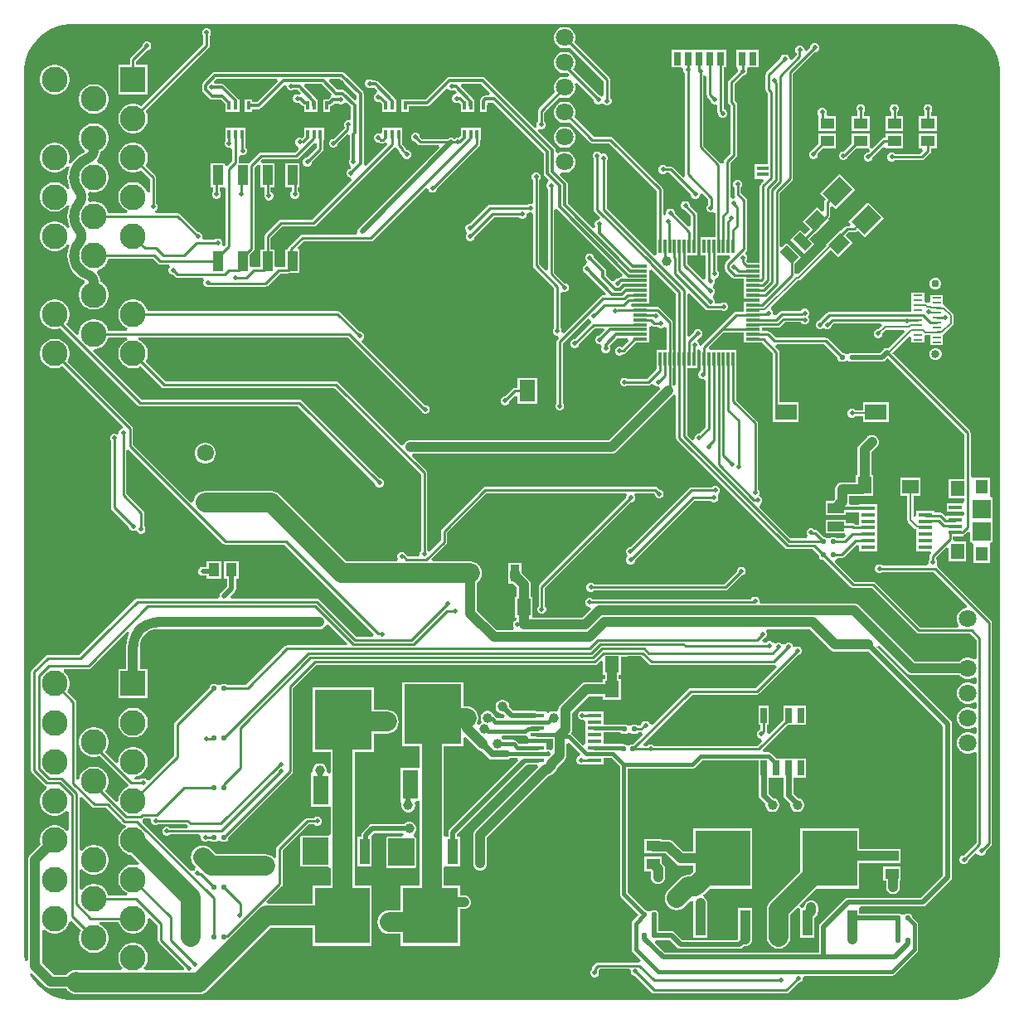
<source format=gtl>
G04*
G04 #@! TF.GenerationSoftware,Altium Limited,Altium Designer,23.5.1 (21)*
G04*
G04 Layer_Physical_Order=1*
G04 Layer_Color=255*
%FSLAX44Y44*%
%MOMM*%
G71*
G04*
G04 #@! TF.SameCoordinates,19FF910F-FD56-46C1-A6BE-D3D33EAEA19E*
G04*
G04*
G04 #@! TF.FilePolarity,Positive*
G04*
G01*
G75*
%ADD10C,0.3000*%
%ADD12C,0.4000*%
%ADD13C,0.2000*%
%ADD15C,0.2540*%
%ADD17R,0.8000X1.4000*%
%ADD18R,1.1500X0.4500*%
%ADD19R,1.3500X1.8000*%
%ADD20R,0.6500X2.1400*%
%ADD21R,0.6500X1.6000*%
%ADD22R,0.6500X1.3000*%
%ADD23R,0.6000X1.1500*%
%ADD24R,1.1600X1.5000*%
G04:AMPARAMS|DCode=25|XSize=1.4mm|YSize=1.7mm|CornerRadius=0mm|HoleSize=0mm|Usage=FLASHONLY|Rotation=315.000|XOffset=0mm|YOffset=0mm|HoleType=Round|Shape=Rectangle|*
%AMROTATEDRECTD25*
4,1,4,-1.0960,-0.1061,0.1061,1.0960,1.0960,0.1061,-0.1061,-1.0960,-1.0960,-0.1061,0.0*
%
%ADD25ROTATEDRECTD25*%

G04:AMPARAMS|DCode=26|XSize=2.4mm|YSize=1.9mm|CornerRadius=0mm|HoleSize=0mm|Usage=FLASHONLY|Rotation=45.000|XOffset=0mm|YOffset=0mm|HoleType=Round|Shape=Rectangle|*
%AMROTATEDRECTD26*
4,1,4,-0.1768,-1.5203,-1.5203,-0.1768,0.1768,1.5203,1.5203,0.1768,-0.1768,-1.5203,0.0*
%
%ADD26ROTATEDRECTD26*%

%ADD27R,0.9000X0.2540*%
%ADD28R,1.1000X2.0000*%
%ADD29R,0.3000X1.4750*%
%ADD30R,1.4750X0.3000*%
%ADD31R,1.4500X1.1000*%
%ADD32R,2.1800X1.6000*%
%ADD33R,1.6000X3.0000*%
%ADD34R,5.8000X6.2000*%
G04:AMPARAMS|DCode=35|XSize=0.5mm|YSize=0.5mm|CornerRadius=0.0875mm|HoleSize=0mm|Usage=FLASHONLY|Rotation=0.000|XOffset=0mm|YOffset=0mm|HoleType=Round|Shape=RoundedRectangle|*
%AMROUNDEDRECTD35*
21,1,0.5000,0.3250,0,0,0.0*
21,1,0.3250,0.5000,0,0,0.0*
1,1,0.1750,0.1625,-0.1625*
1,1,0.1750,-0.1625,-0.1625*
1,1,0.1750,-0.1625,0.1625*
1,1,0.1750,0.1625,0.1625*
%
%ADD35ROUNDEDRECTD35*%
%ADD36R,1.0600X2.6000*%
%ADD37R,5.6320X5.7000*%
%ADD38R,2.4000X1.6000*%
%ADD39R,0.3500X0.9000*%
%ADD40R,1.4000X1.7000*%
%ADD41R,1.7000X1.0000*%
%ADD42R,1.4750X0.4500*%
%ADD43R,1.9000X1.9000*%
%ADD44R,1.3000X1.4500*%
%ADD45R,1.4000X1.6000*%
%ADD46R,1.3500X0.4000*%
%ADD47R,1.7000X1.4000*%
G04:AMPARAMS|DCode=48|XSize=1mm|YSize=1.7mm|CornerRadius=0mm|HoleSize=0mm|Usage=FLASHONLY|Rotation=225.000|XOffset=0mm|YOffset=0mm|HoleType=Round|Shape=Rectangle|*
%AMROTATEDRECTD48*
4,1,4,-0.2475,0.9546,0.9546,-0.2475,0.2475,-0.9546,-0.9546,0.2475,-0.2475,0.9546,0.0*
%
%ADD48ROTATEDRECTD48*%

%ADD49R,1.6000X2.1800*%
%ADD50R,1.1000X1.4500*%
%ADD51R,0.9500X1.7500*%
%ADD52R,3.2500X1.7500*%
%ADD53R,0.6500X1.5000*%
%ADD98C,1.0000*%
%ADD99C,0.5000*%
%ADD100C,2.0000*%
%ADD101C,0.6000*%
%ADD102C,0.7000*%
%ADD103C,6.0000*%
%ADD104C,2.6250*%
%ADD105R,2.6250X2.6250*%
%ADD106C,0.7800*%
%ADD107O,2.3160X1.1580*%
%ADD108O,2.1160X1.0580*%
%ADD109C,0.8400*%
%ADD110C,1.8000*%
%ADD111C,1.7250*%
%ADD112C,0.5000*%
%ADD113C,1.0000*%
G36*
X1434983Y1398447D02*
X1441157Y1396792D01*
X1447063Y1394346D01*
X1452598Y1391150D01*
X1457669Y1387259D01*
X1462189Y1382739D01*
X1466080Y1377668D01*
X1469276Y1372133D01*
X1471722Y1366227D01*
X1473377Y1360053D01*
X1474211Y1353716D01*
Y1350520D01*
Y452120D01*
Y448924D01*
X1473377Y442587D01*
X1471722Y436413D01*
X1469276Y430507D01*
X1466080Y424972D01*
X1462189Y419901D01*
X1457669Y415381D01*
X1452598Y411490D01*
X1447063Y408294D01*
X1441157Y405848D01*
X1434983Y404193D01*
X1428646Y403359D01*
X523854D01*
X517517Y404193D01*
X511343Y405848D01*
X505437Y408294D01*
X499902Y411490D01*
X494831Y415381D01*
X490311Y419901D01*
X486420Y424972D01*
X483755Y429587D01*
X485788Y431146D01*
X500286Y416648D01*
X501749Y415526D01*
X503452Y414820D01*
X505279Y414580D01*
X521152D01*
X522301Y413082D01*
X522957Y412426D01*
X525463Y410503D01*
X528382Y409294D01*
X531515Y408881D01*
X656913D01*
X660046Y409294D01*
X662965Y410503D01*
X665471Y412426D01*
X729891Y476846D01*
X772480D01*
Y458450D01*
X832800D01*
Y519450D01*
X815374D01*
Y656020D01*
X834900D01*
Y674966D01*
X848360D01*
X851493Y675379D01*
X854412Y676588D01*
X856918Y678512D01*
X858842Y681018D01*
X860051Y683937D01*
X860464Y687070D01*
X860051Y690203D01*
X858842Y693122D01*
X856918Y695629D01*
X854412Y697552D01*
X851493Y698761D01*
X848360Y699174D01*
X834900D01*
Y722020D01*
X772900D01*
Y656020D01*
X791166D01*
Y636712D01*
X791073Y634706D01*
X788521Y634517D01*
X786780Y636618D01*
Y638462D01*
X786303Y640242D01*
X785381Y641838D01*
X784078Y643141D01*
X782482Y644063D01*
X780702Y644540D01*
X778858D01*
X777078Y644063D01*
X775482Y643141D01*
X774179Y641838D01*
X773257Y640242D01*
X772780Y638462D01*
Y636618D01*
X771050Y634220D01*
X771050D01*
Y600220D01*
X788626D01*
X791050Y600220D01*
X791166Y597728D01*
Y572752D01*
X790704Y572238D01*
X788670Y570999D01*
X788626Y570999D01*
X762000D01*
X761220Y570844D01*
X760558Y570402D01*
X760116Y569740D01*
X759961Y568960D01*
Y541020D01*
X760116Y540240D01*
X760558Y539578D01*
X761220Y539136D01*
X762000Y538981D01*
X788626D01*
X788670Y538981D01*
X790704Y537742D01*
X791166Y537228D01*
Y519450D01*
X772480D01*
Y501054D01*
X726522D01*
X725470Y503594D01*
X741050Y519174D01*
X741773Y520255D01*
X742027Y521531D01*
Y555701D01*
X768461Y582136D01*
X774210D01*
X774691Y581655D01*
X776345Y580970D01*
X778135D01*
X779789Y581655D01*
X781055Y582921D01*
X781740Y584575D01*
Y586365D01*
X781055Y588019D01*
X779789Y589285D01*
X778135Y589970D01*
X776345D01*
X774691Y589285D01*
X774210Y588804D01*
X767080D01*
X765804Y588550D01*
X764723Y587828D01*
X736335Y559440D01*
X735612Y558358D01*
X735358Y557082D01*
Y548702D01*
X732818Y547839D01*
X732458Y548308D01*
X729952Y550232D01*
X727033Y551441D01*
X723900Y551854D01*
X674304D01*
X668959Y557198D01*
X666452Y559122D01*
X663533Y560331D01*
X660400Y560744D01*
X657267Y560331D01*
X654348Y559122D01*
X651842Y557198D01*
X649918Y554692D01*
X648709Y551773D01*
X648296Y548640D01*
X648709Y545507D01*
X649918Y542588D01*
X651842Y540081D01*
X652827Y539096D01*
X652503Y536213D01*
X651237Y534947D01*
X648443Y534838D01*
X598990Y584291D01*
X598930Y584488D01*
X599356Y587357D01*
X600597Y588599D01*
X606610D01*
X607640Y587058D01*
Y585268D01*
X608325Y583614D01*
X609591Y582348D01*
X611245Y581663D01*
X613035D01*
X614689Y582348D01*
X615170Y582829D01*
X643732D01*
X645325Y580935D01*
X644588Y578770D01*
X644488Y578644D01*
X626600D01*
X626119Y579125D01*
X624465Y579810D01*
X622675D01*
X621021Y579125D01*
X619755Y577859D01*
X619070Y576205D01*
Y574415D01*
X619755Y572761D01*
X621021Y571495D01*
X622675Y570810D01*
X624465D01*
X626119Y571495D01*
X626600Y571976D01*
X656569D01*
X658440Y569855D01*
Y568065D01*
X659125Y566411D01*
X660391Y565145D01*
X662045Y564460D01*
X663835D01*
X665489Y565145D01*
X665575Y565231D01*
X668132Y565262D01*
X669083Y564627D01*
X670205Y564404D01*
X673455D01*
X674577Y564627D01*
X675377Y565162D01*
X675580Y565262D01*
X678080D01*
X678283Y565162D01*
X679083Y564627D01*
X680205Y564404D01*
X683455D01*
X684577Y564627D01*
X685528Y565262D01*
X686163Y566213D01*
X686386Y567335D01*
Y568801D01*
X751657Y634072D01*
X752380Y635154D01*
X752634Y636430D01*
Y721249D01*
X776081Y744696D01*
X1060646D01*
X1061921Y744950D01*
X1063003Y745673D01*
X1066883Y749553D01*
X1069230Y748581D01*
Y734990D01*
X1071170D01*
Y730590D01*
X1069230D01*
Y727150D01*
X1051560D01*
X1049733Y726910D01*
X1048030Y726205D01*
X1046568Y725082D01*
X1025548Y704062D01*
X1024426Y702600D01*
X1023720Y700897D01*
X1023480Y699070D01*
Y699044D01*
X1021738Y697767D01*
X1020940Y697484D01*
X1019462Y697880D01*
X1017618D01*
X1015838Y697403D01*
X1014242Y696481D01*
X1013775Y696014D01*
X1011235Y697067D01*
Y697560D01*
X1001603D01*
X1001246Y697799D01*
X999490Y698148D01*
X977298D01*
X973470Y701976D01*
Y703232D01*
X972993Y705012D01*
X972071Y706608D01*
X970768Y707911D01*
X969172Y708833D01*
X967392Y709310D01*
X965548D01*
X963768Y708833D01*
X962172Y707911D01*
X960869Y706608D01*
X959947Y705012D01*
X959470Y703232D01*
Y701388D01*
X959947Y699608D01*
X960869Y698012D01*
X962172Y696709D01*
X963768Y695787D01*
X965548Y695310D01*
X967159D01*
X969234Y693235D01*
X968262Y690888D01*
X960799D01*
X958788Y692900D01*
X957919Y693480D01*
X957816Y693866D01*
X956895Y695462D01*
X955591Y696766D01*
X953995Y697687D01*
X952215Y698164D01*
X950372D01*
X948591Y697687D01*
X946995Y696766D01*
X945692Y695462D01*
X944770Y693866D01*
X944293Y692086D01*
Y690243D01*
X944770Y688462D01*
X945173Y686386D01*
X943856Y685166D01*
X943657Y685051D01*
X942354Y683748D01*
X940222Y685071D01*
X941331Y687747D01*
X941744Y690880D01*
X941331Y694013D01*
X940122Y696932D01*
X938198Y699438D01*
X935692Y701362D01*
X932773Y702571D01*
X929640Y702984D01*
X926350D01*
Y727690D01*
X864350D01*
Y661690D01*
X881976D01*
Y639890D01*
X862500D01*
Y605890D01*
X862500D01*
X863409Y603350D01*
X863217Y602634D01*
Y600791D01*
X863695Y599011D01*
X864616Y597414D01*
X865919Y596111D01*
X867516Y595190D01*
X869296Y594712D01*
X871139D01*
X872919Y595190D01*
X874516Y596111D01*
X875819Y597414D01*
X876740Y599011D01*
X877217Y600791D01*
Y602634D01*
X877026Y603350D01*
X878566Y605890D01*
X881976D01*
Y519450D01*
X862650D01*
Y494574D01*
X850900D01*
X847767Y494161D01*
X844848Y492952D01*
X842342Y491029D01*
X840418Y488522D01*
X839209Y485603D01*
X838796Y482470D01*
X839209Y479337D01*
X840418Y476418D01*
X842342Y473912D01*
X844848Y471988D01*
X847767Y470779D01*
X850900Y470366D01*
X862650D01*
Y458450D01*
X922970D01*
Y495860D01*
X927100D01*
X927559Y495920D01*
X928022D01*
X928469Y496040D01*
X928927Y496100D01*
X929355Y496277D01*
X929802Y496397D01*
X930203Y496628D01*
X930630Y496805D01*
X930997Y497087D01*
X931398Y497319D01*
X931725Y497646D01*
X932092Y497928D01*
X932374Y498295D01*
X932701Y498622D01*
X932933Y499023D01*
X933214Y499390D01*
X933391Y499817D01*
X933623Y500218D01*
X933743Y500665D01*
X933920Y501093D01*
X933980Y501551D01*
X934100Y501998D01*
Y502461D01*
X934160Y502920D01*
X934100Y503379D01*
Y503842D01*
X933980Y504289D01*
X933920Y504747D01*
X933743Y505175D01*
X933623Y505622D01*
X933391Y506023D01*
X933214Y506450D01*
X932933Y506817D01*
X932701Y507218D01*
X932374Y507545D01*
X932092Y507912D01*
X931725Y508194D01*
X931398Y508521D01*
X930997Y508753D01*
X930630Y509035D01*
X930203Y509212D01*
X929802Y509443D01*
X929355Y509563D01*
X928927Y509740D01*
X928469Y509800D01*
X928022Y509920D01*
X927559D01*
X927100Y509980D01*
X922970D01*
Y519450D01*
X906184D01*
Y538596D01*
X908370Y539450D01*
Y539450D01*
X922970D01*
Y569450D01*
X920258D01*
Y572140D01*
X990453Y642334D01*
X992485Y643560D01*
X1002093D01*
X1003145Y641020D01*
X938618Y576492D01*
X937495Y575030D01*
X936790Y573327D01*
X936550Y571500D01*
Y542290D01*
X936610Y541831D01*
Y541368D01*
X936730Y540921D01*
X936790Y540463D01*
X936967Y540035D01*
X937087Y539588D01*
X937318Y539187D01*
X937495Y538760D01*
X937777Y538393D01*
X938009Y537992D01*
X938336Y537665D01*
X938618Y537298D01*
X938985Y537016D01*
X939312Y536689D01*
X939713Y536457D01*
X940080Y536175D01*
X940507Y535998D01*
X940908Y535767D01*
X941355Y535647D01*
X941783Y535470D01*
X942241Y535410D01*
X942688Y535290D01*
X943151D01*
X943610Y535230D01*
X944069Y535290D01*
X944532D01*
X944979Y535410D01*
X945437Y535470D01*
X945865Y535647D01*
X946312Y535767D01*
X946713Y535998D01*
X947140Y536175D01*
X947507Y536457D01*
X947908Y536689D01*
X948235Y537016D01*
X948602Y537298D01*
X948884Y537665D01*
X949211Y537992D01*
X949443Y538393D01*
X949725Y538760D01*
X949902Y539187D01*
X950133Y539588D01*
X950253Y540035D01*
X950430Y540463D01*
X950490Y540921D01*
X950610Y541368D01*
Y541831D01*
X950670Y542290D01*
Y568576D01*
X1013816Y631721D01*
X1013962Y631740D01*
X1015665Y632445D01*
X1017127Y633568D01*
X1021227Y637668D01*
X1022349Y639130D01*
X1023055Y640833D01*
X1023074Y640979D01*
X1029882Y647788D01*
X1031004Y649250D01*
X1031710Y650953D01*
X1031950Y652780D01*
Y664838D01*
X1034490Y665890D01*
X1045640Y654740D01*
X1045623Y653965D01*
X1044880Y651908D01*
X1043931Y651515D01*
X1042665Y650249D01*
X1041980Y648595D01*
Y646805D01*
X1042665Y645151D01*
X1043931Y643885D01*
X1045585Y643200D01*
X1047375D01*
X1048705Y643751D01*
X1051245Y643560D01*
Y643560D01*
X1069995D01*
Y650232D01*
X1077551D01*
X1086413Y641370D01*
Y511059D01*
X1086413Y511059D01*
X1086723Y509498D01*
X1087607Y508175D01*
X1105562Y490220D01*
X1099476Y484134D01*
X1098592Y482811D01*
X1098282Y481250D01*
X1098282Y481250D01*
Y454660D01*
X1098282Y454660D01*
X1098592Y453099D01*
X1099476Y451776D01*
X1107479Y443773D01*
X1106228Y441432D01*
X1106220Y441434D01*
X1063740D01*
X1062464Y441180D01*
X1061382Y440457D01*
X1058563Y437638D01*
X1057840Y436557D01*
X1057587Y435281D01*
Y434171D01*
X1056635Y433219D01*
X1055950Y431565D01*
Y429775D01*
X1056635Y428121D01*
X1057901Y426855D01*
X1059555Y426170D01*
X1061345D01*
X1062999Y426855D01*
X1064265Y428121D01*
X1064950Y429775D01*
Y431565D01*
X1064584Y432448D01*
X1065904Y434554D01*
X1066164Y434766D01*
X1096300D01*
X1097330Y433225D01*
Y431435D01*
X1098015Y429781D01*
X1099281Y428515D01*
X1100935Y427830D01*
X1101615D01*
X1119053Y410392D01*
X1120134Y409670D01*
X1121410Y409416D01*
X1256180D01*
X1257456Y409670D01*
X1258538Y410392D01*
X1268945Y420800D01*
X1269625D01*
X1271279Y421485D01*
X1272545Y422751D01*
X1273230Y424405D01*
Y426195D01*
X1274250Y427722D01*
X1364282D01*
X1364282Y427722D01*
X1365843Y428032D01*
X1367166Y428916D01*
X1389794Y451544D01*
X1390678Y452867D01*
X1390988Y454427D01*
X1390988Y454428D01*
Y479990D01*
X1390988Y479990D01*
X1390678Y481551D01*
X1389794Y482874D01*
X1385046Y487621D01*
Y488035D01*
X1384823Y489157D01*
X1384188Y490108D01*
X1383237Y490743D01*
X1382115Y490966D01*
X1378865D01*
X1377743Y490743D01*
X1376943Y490208D01*
X1376740Y490108D01*
X1374240D01*
X1374037Y490208D01*
X1373237Y490743D01*
X1372115Y490966D01*
X1370650D01*
X1370490Y490998D01*
X1330640D01*
Y496870D01*
X1332581Y498317D01*
X1395353D01*
X1397108Y498666D01*
X1398597Y499660D01*
X1424178Y525241D01*
X1425172Y526730D01*
X1425522Y528486D01*
Y684727D01*
X1425172Y686482D01*
X1424178Y687971D01*
X1348553Y763596D01*
X1348505Y763731D01*
X1348537Y763866D01*
X1351334Y764661D01*
X1379308Y736688D01*
X1380770Y735565D01*
X1382473Y734860D01*
X1384300Y734620D01*
X1432954D01*
X1434696Y732878D01*
X1437204Y731430D01*
X1440002Y730680D01*
X1442898D01*
X1445696Y731430D01*
X1447846Y732671D01*
X1449176Y732250D01*
X1450386Y731468D01*
Y726492D01*
X1449176Y725710D01*
X1447846Y725289D01*
X1445696Y726530D01*
X1442898Y727280D01*
X1440002D01*
X1437204Y726530D01*
X1434696Y725082D01*
X1432648Y723034D01*
X1431200Y720526D01*
X1430450Y717728D01*
Y714832D01*
X1431200Y712034D01*
X1432648Y709526D01*
X1434696Y707478D01*
X1437204Y706030D01*
X1440002Y705280D01*
X1442898D01*
X1445696Y706030D01*
X1447846Y707271D01*
X1449176Y706850D01*
X1450386Y706068D01*
Y701093D01*
X1449176Y700310D01*
X1447846Y699889D01*
X1445696Y701130D01*
X1442898Y701880D01*
X1440002D01*
X1437204Y701130D01*
X1434696Y699682D01*
X1432648Y697634D01*
X1431200Y695126D01*
X1430450Y692328D01*
Y689432D01*
X1431200Y686634D01*
X1432648Y684126D01*
X1434696Y682078D01*
X1437204Y680630D01*
X1440002Y679880D01*
X1442898D01*
X1445696Y680630D01*
X1447846Y681871D01*
X1449176Y681450D01*
X1450386Y680667D01*
Y675693D01*
X1449176Y674910D01*
X1447846Y674489D01*
X1445696Y675730D01*
X1442898Y676480D01*
X1440002D01*
X1437204Y675730D01*
X1434696Y674282D01*
X1432648Y672234D01*
X1431200Y669726D01*
X1430450Y666928D01*
Y664032D01*
X1431200Y661234D01*
X1432648Y658726D01*
X1434696Y656678D01*
X1437204Y655230D01*
X1440002Y654480D01*
X1442898D01*
X1445696Y655230D01*
X1447846Y656471D01*
X1449176Y656050D01*
X1450386Y655267D01*
Y563561D01*
X1437425Y550600D01*
X1436745D01*
X1435091Y549915D01*
X1433825Y548649D01*
X1433140Y546995D01*
Y545205D01*
X1433825Y543551D01*
X1435091Y542285D01*
X1436745Y541600D01*
X1438535D01*
X1440189Y542285D01*
X1441455Y543551D01*
X1442140Y545205D01*
Y545885D01*
X1448809Y552554D01*
X1451605Y552441D01*
X1452871Y551175D01*
X1454525Y550490D01*
X1456315D01*
X1457969Y551175D01*
X1459235Y552441D01*
X1459920Y554095D01*
Y554775D01*
X1465397Y560252D01*
X1466120Y561334D01*
X1466374Y562610D01*
Y788242D01*
X1466120Y789518D01*
X1465397Y790600D01*
X1411107Y844891D01*
X1409705Y847081D01*
X1410390Y848735D01*
Y850525D01*
X1409705Y852179D01*
X1409530Y852354D01*
Y855073D01*
X1419653Y865196D01*
X1422000Y864224D01*
Y851110D01*
X1440000D01*
Y871110D01*
X1428516D01*
X1428341Y871202D01*
X1426604Y873528D01*
Y876110D01*
X1437500D01*
Y877734D01*
X1437630Y877760D01*
X1438712Y878483D01*
X1441460Y881230D01*
X1444000Y880178D01*
Y870110D01*
X1445696D01*
X1447000Y868110D01*
X1447000Y867570D01*
Y849610D01*
X1464000D01*
Y867570D01*
X1464000Y868110D01*
X1465304Y870110D01*
X1467000D01*
Y890570D01*
X1467000Y893110D01*
X1467000D01*
Y893110D01*
X1467000D01*
Y916110D01*
X1465304D01*
X1464000Y918110D01*
X1464000Y918650D01*
Y936610D01*
X1447144D01*
X1447000Y936610D01*
X1444604Y936958D01*
Y981890D01*
X1444350Y983166D01*
X1443627Y984248D01*
X1364423Y1063452D01*
X1381853Y1080883D01*
X1384200Y1079911D01*
Y1074050D01*
X1397200D01*
Y1080930D01*
X1398213Y1081761D01*
X1403200D01*
Y1071550D01*
X1416200D01*
Y1082295D01*
X1417146Y1082927D01*
X1426253Y1092034D01*
X1426253Y1092035D01*
X1426916Y1093027D01*
X1427149Y1094197D01*
X1427149Y1094197D01*
Y1102098D01*
X1427149Y1102098D01*
X1426916Y1103269D01*
X1426253Y1104261D01*
X1426253Y1104261D01*
X1418801Y1111713D01*
X1417809Y1112376D01*
X1416638Y1112609D01*
X1416200Y1115089D01*
Y1123090D01*
X1403200D01*
Y1115853D01*
X1401839Y1115014D01*
X1400660Y1114695D01*
X1399986Y1115146D01*
X1398815Y1115379D01*
X1397200Y1117122D01*
Y1125590D01*
X1384200D01*
Y1114050D01*
Y1105438D01*
X1299684D01*
X1298408Y1105184D01*
X1297327Y1104462D01*
X1293193Y1100328D01*
X1293193Y1100328D01*
X1289812Y1096947D01*
X1289495Y1096472D01*
X1288391Y1096015D01*
X1287125Y1094749D01*
X1286440Y1093095D01*
Y1091305D01*
X1287125Y1089651D01*
X1288391Y1088385D01*
X1290045Y1087700D01*
X1291835D01*
X1293489Y1088385D01*
X1294440Y1089336D01*
X1295391Y1088385D01*
X1297045Y1087700D01*
X1298835D01*
X1300489Y1088385D01*
X1301755Y1089651D01*
X1302440Y1091305D01*
Y1091985D01*
X1304441Y1093986D01*
X1352768D01*
X1353820Y1091446D01*
X1350184Y1087810D01*
X1349115D01*
X1347461Y1087125D01*
X1346195Y1085859D01*
X1345510Y1084205D01*
Y1082415D01*
X1346195Y1080761D01*
X1347461Y1079495D01*
X1349115Y1078810D01*
X1350905D01*
X1352559Y1079495D01*
X1353825Y1080761D01*
X1354510Y1082415D01*
Y1083484D01*
X1358477Y1087451D01*
X1376452D01*
X1377424Y1085105D01*
X1360753Y1068434D01*
X1360656Y1068499D01*
X1360213Y1068587D01*
X1359795Y1068760D01*
X1359343D01*
X1358900Y1068848D01*
X1358457Y1068760D01*
X1358005D01*
X1357587Y1068587D01*
X1357144Y1068499D01*
X1356768Y1068248D01*
X1356351Y1068075D01*
X1356031Y1067755D01*
X1355656Y1067504D01*
X1351920Y1063768D01*
X1323340D01*
X1323180Y1063736D01*
X1321715D01*
X1320593Y1063513D01*
X1319793Y1062978D01*
X1319590Y1062878D01*
X1317090D01*
X1316887Y1062978D01*
X1316087Y1063513D01*
X1314965Y1063736D01*
X1313499D01*
X1298997Y1078238D01*
X1297915Y1078961D01*
X1296639Y1079215D01*
X1245448D01*
X1239745Y1084918D01*
X1238663Y1085640D01*
X1237387Y1085894D01*
X1231345D01*
Y1089442D01*
X1247949D01*
X1249225Y1089696D01*
X1250307Y1090418D01*
X1255050Y1095162D01*
X1271087D01*
X1271265Y1094731D01*
X1272531Y1093465D01*
X1274185Y1092780D01*
X1275975D01*
X1277629Y1093465D01*
X1278895Y1094731D01*
X1279580Y1096385D01*
Y1098175D01*
X1278895Y1099829D01*
X1277944Y1100780D01*
X1278895Y1101731D01*
X1279580Y1103385D01*
Y1105175D01*
X1278895Y1106829D01*
X1277629Y1108095D01*
X1275975Y1108780D01*
X1274185D01*
X1272531Y1108095D01*
X1271265Y1106829D01*
X1271087Y1106398D01*
X1251777D01*
X1250501Y1106144D01*
X1249419Y1105422D01*
X1246378Y1102380D01*
X1245209Y1102502D01*
X1242863Y1103373D01*
Y1105163D01*
X1242178Y1106817D01*
X1240912Y1108083D01*
X1240549Y1109906D01*
X1268142Y1137500D01*
X1268828D01*
X1268828Y1137499D01*
X1269999Y1137732D01*
X1270991Y1138395D01*
X1301568Y1168972D01*
X1309117Y1161424D01*
X1323966Y1176273D01*
X1316612Y1183627D01*
X1319641Y1186656D01*
X1325880D01*
X1327156Y1186910D01*
X1328237Y1187632D01*
X1329868Y1187793D01*
X1336068Y1181593D01*
X1355867Y1201392D01*
X1339603Y1217655D01*
X1319805Y1197857D01*
X1321990Y1195671D01*
X1321018Y1193324D01*
X1318260D01*
X1316984Y1193070D01*
X1315903Y1192347D01*
X1311897Y1188342D01*
X1311238Y1189001D01*
X1296389Y1174152D01*
X1297242Y1173298D01*
X1268881Y1144937D01*
X1265583Y1144975D01*
X1264914Y1145678D01*
Y1154815D01*
X1271479Y1161380D01*
X1256630Y1176229D01*
X1251970Y1171569D01*
X1249623Y1172541D01*
Y1226992D01*
X1262223Y1239592D01*
X1262945Y1240673D01*
X1263199Y1241949D01*
Y1348654D01*
X1285455Y1370910D01*
X1286135D01*
X1287789Y1371595D01*
X1289055Y1372861D01*
X1289740Y1374515D01*
Y1376305D01*
X1289055Y1377959D01*
X1287789Y1379225D01*
X1286135Y1379910D01*
X1284345D01*
X1282691Y1379225D01*
X1281425Y1377959D01*
X1280740Y1376305D01*
Y1375625D01*
X1277005Y1371890D01*
X1274500Y1372977D01*
Y1373765D01*
X1273815Y1375419D01*
X1272549Y1376685D01*
X1270895Y1377370D01*
X1269105D01*
X1267451Y1376685D01*
X1266185Y1375419D01*
X1265500Y1373765D01*
Y1371975D01*
X1266185Y1370321D01*
X1266635Y1369871D01*
Y1367941D01*
X1261800Y1363106D01*
X1259260Y1364158D01*
Y1364875D01*
X1258575Y1366529D01*
X1257309Y1367795D01*
X1255655Y1368480D01*
X1253865D01*
X1252211Y1367795D01*
X1250945Y1366529D01*
X1250260Y1364875D01*
Y1364195D01*
X1236103Y1350038D01*
X1235380Y1348956D01*
X1235126Y1347680D01*
Y1332834D01*
X1235380Y1331559D01*
X1236103Y1330477D01*
X1237586Y1328994D01*
Y1256720D01*
X1224150D01*
Y1248220D01*
Y1241620D01*
X1232241D01*
X1233213Y1239273D01*
X1230312Y1236372D01*
X1229589Y1235291D01*
X1229335Y1234015D01*
Y1156060D01*
X1217310D01*
X1215664Y1157706D01*
Y1157991D01*
X1215815Y1158141D01*
X1216500Y1159795D01*
Y1161585D01*
X1215815Y1163239D01*
X1214549Y1164505D01*
X1214187Y1166323D01*
X1215208Y1167343D01*
X1215930Y1168425D01*
X1216184Y1169700D01*
Y1219287D01*
X1215930Y1220563D01*
X1215208Y1221645D01*
X1209834Y1227018D01*
Y1232680D01*
X1210315Y1233161D01*
X1211000Y1234815D01*
Y1236605D01*
X1210315Y1238259D01*
X1209049Y1239525D01*
X1207395Y1240210D01*
X1205605D01*
X1203951Y1239525D01*
X1202685Y1238259D01*
X1202000Y1236605D01*
Y1234815D01*
X1202685Y1233161D01*
X1203166Y1232680D01*
Y1225637D01*
X1203420Y1224361D01*
X1203967Y1223542D01*
X1203565Y1222448D01*
X1202670Y1221160D01*
X1201795D01*
X1201484Y1221031D01*
X1198944Y1222597D01*
Y1257638D01*
X1204967Y1263662D01*
X1205690Y1264744D01*
X1205944Y1266020D01*
Y1317729D01*
X1205690Y1319005D01*
X1204967Y1320087D01*
X1203484Y1321570D01*
Y1338469D01*
X1211795Y1346780D01*
X1212475D01*
X1214129Y1347465D01*
X1215395Y1348731D01*
X1216080Y1350385D01*
Y1352175D01*
X1215912Y1352580D01*
X1217423Y1355120D01*
X1228250D01*
Y1373120D01*
X1205250D01*
Y1355120D01*
X1205737D01*
X1207248Y1352580D01*
X1207080Y1352175D01*
Y1351495D01*
X1197793Y1342207D01*
X1197070Y1341126D01*
X1196816Y1339850D01*
Y1320190D01*
X1197070Y1318914D01*
X1197793Y1317832D01*
X1199276Y1316349D01*
Y1267401D01*
X1193252Y1261377D01*
X1192530Y1260295D01*
X1192276Y1259019D01*
Y1257544D01*
X1189736Y1257009D01*
X1189374Y1257550D01*
X1171734Y1275191D01*
Y1346726D01*
X1172376Y1347297D01*
X1174916Y1346156D01*
Y1327300D01*
X1175170Y1326024D01*
X1175892Y1324942D01*
X1178980Y1321855D01*
Y1321175D01*
X1179665Y1319521D01*
X1180931Y1318255D01*
X1182585Y1317570D01*
X1184375D01*
X1185916Y1316540D01*
Y1310776D01*
X1186170Y1309500D01*
X1186760Y1308616D01*
Y1307205D01*
X1187445Y1305551D01*
X1188711Y1304285D01*
X1190365Y1303600D01*
X1192155D01*
X1193809Y1304285D01*
X1195075Y1305551D01*
X1195760Y1307205D01*
Y1308995D01*
X1195075Y1310649D01*
X1193809Y1311915D01*
X1192584Y1312422D01*
Y1355120D01*
X1195250D01*
Y1373120D01*
X1139240D01*
Y1355120D01*
X1149145D01*
X1151200Y1353445D01*
Y1351655D01*
X1151885Y1350001D01*
X1152366Y1349520D01*
Y1245870D01*
X1152620Y1244594D01*
X1152694Y1244484D01*
X1150721Y1242864D01*
X1140277Y1253307D01*
X1139196Y1254030D01*
X1137920Y1254284D01*
X1133330D01*
X1132849Y1254765D01*
X1131195Y1255450D01*
X1129405D01*
X1127751Y1254765D01*
X1126485Y1253499D01*
X1125800Y1251845D01*
Y1250055D01*
X1126485Y1248401D01*
X1127751Y1247135D01*
X1129405Y1246450D01*
X1131195D01*
X1132849Y1247135D01*
X1133330Y1247616D01*
X1136539D01*
X1158820Y1225335D01*
Y1224655D01*
X1159505Y1223001D01*
X1160771Y1221735D01*
X1162425Y1221050D01*
X1164215D01*
X1165869Y1221735D01*
X1167135Y1223001D01*
X1167820Y1224655D01*
Y1225443D01*
X1170325Y1226530D01*
X1176277Y1220578D01*
Y1215081D01*
X1175325Y1214129D01*
X1174640Y1212475D01*
Y1210685D01*
X1175325Y1209031D01*
X1176591Y1207765D01*
X1178245Y1207080D01*
X1180035D01*
X1181143Y1207539D01*
X1182942Y1206761D01*
X1183683Y1206167D01*
Y1181815D01*
X1168590D01*
Y1163065D01*
X1173756D01*
Y1139601D01*
X1171630Y1138508D01*
X1171300Y1138465D01*
X1155424Y1154341D01*
Y1163065D01*
X1165590D01*
Y1181815D01*
X1165424D01*
Y1205190D01*
X1165170Y1206466D01*
X1164447Y1207548D01*
X1157660Y1214335D01*
Y1215015D01*
X1156975Y1216669D01*
X1155709Y1217935D01*
X1154055Y1218620D01*
X1152265D01*
X1150611Y1217935D01*
X1149345Y1216669D01*
X1148660Y1215015D01*
Y1213225D01*
X1149345Y1211571D01*
X1150611Y1210305D01*
X1152265Y1209620D01*
X1152945D01*
X1158756Y1203809D01*
Y1193698D01*
X1156409Y1192726D01*
X1142420Y1206715D01*
Y1207395D01*
X1141735Y1209049D01*
X1140469Y1210315D01*
X1138815Y1211000D01*
X1137025D01*
X1135371Y1210315D01*
X1134105Y1209049D01*
X1133420Y1207395D01*
Y1205605D01*
X1132412Y1203701D01*
X1130424Y1205102D01*
Y1230795D01*
X1130170Y1232070D01*
X1129447Y1233152D01*
X1079049Y1283551D01*
X1077967Y1284273D01*
X1076691Y1284527D01*
X1059528D01*
X1039748Y1304307D01*
X1040220Y1305124D01*
X1040970Y1307922D01*
Y1310818D01*
X1040220Y1313616D01*
X1038772Y1316124D01*
X1036724Y1318172D01*
X1034216Y1319620D01*
X1031418Y1320370D01*
X1028522D01*
X1025724Y1319620D01*
X1023216Y1318172D01*
X1021168Y1316124D01*
X1019720Y1313616D01*
X1018970Y1310818D01*
Y1307922D01*
X1019720Y1305124D01*
X1021168Y1302616D01*
X1023216Y1300568D01*
X1025724Y1299120D01*
X1028522Y1298370D01*
X1031418D01*
X1034216Y1299120D01*
X1035033Y1299592D01*
X1055789Y1278836D01*
X1056871Y1278113D01*
X1058147Y1277859D01*
X1075310D01*
X1123756Y1229414D01*
Y1181815D01*
X1123590D01*
Y1164407D01*
X1121050Y1163355D01*
X1072965Y1211440D01*
Y1259677D01*
X1073446Y1260157D01*
X1074131Y1261811D01*
Y1263602D01*
X1073446Y1265255D01*
X1072180Y1266521D01*
X1070526Y1267206D01*
X1068736D01*
X1067180Y1266562D01*
X1066805Y1267469D01*
X1065539Y1268735D01*
X1063885Y1269420D01*
X1062095D01*
X1060441Y1268735D01*
X1059175Y1267469D01*
X1058490Y1265815D01*
Y1264025D01*
X1059175Y1262371D01*
X1059656Y1261890D01*
Y1210279D01*
X1059910Y1209004D01*
X1060632Y1207922D01*
X1066379Y1202176D01*
X1065238Y1199724D01*
X1064374D01*
X1062720Y1199039D01*
X1061455Y1197774D01*
X1060770Y1196120D01*
Y1194329D01*
X1061214Y1193256D01*
X1061029Y1192237D01*
X1059043Y1191429D01*
X1058179Y1191495D01*
X1033116Y1216558D01*
Y1236449D01*
X1032844Y1237814D01*
X1032071Y1238972D01*
X1025217Y1245826D01*
X1026532Y1248103D01*
X1028522Y1247570D01*
X1031418D01*
X1034216Y1248320D01*
X1036724Y1249768D01*
X1038772Y1251816D01*
X1040220Y1254324D01*
X1040970Y1257122D01*
Y1260018D01*
X1040220Y1262816D01*
X1038772Y1265324D01*
X1036724Y1267372D01*
X1034216Y1268820D01*
X1031418Y1269570D01*
X1028522D01*
X1025724Y1268820D01*
X1023579Y1267582D01*
X1022237Y1268008D01*
X1021039Y1268787D01*
Y1270521D01*
X1020767Y1271887D01*
X1019993Y1273044D01*
X1002678Y1290360D01*
X1004117Y1292513D01*
X1004945Y1292170D01*
X1006735D01*
X1008389Y1292855D01*
X1009655Y1294121D01*
X1010340Y1295775D01*
Y1297565D01*
X1009655Y1299219D01*
X1009174Y1299700D01*
Y1309259D01*
X1024907Y1324992D01*
X1025724Y1324520D01*
X1028522Y1323770D01*
X1031418D01*
X1034216Y1324520D01*
X1036724Y1325968D01*
X1038772Y1328016D01*
X1040220Y1330524D01*
X1040970Y1333322D01*
Y1336218D01*
X1040421Y1338268D01*
X1042698Y1339582D01*
X1059760Y1322521D01*
Y1321175D01*
X1060445Y1319521D01*
X1061711Y1318255D01*
X1063365Y1317570D01*
X1065155D01*
X1066809Y1318255D01*
X1066920Y1318366D01*
X1069460Y1318513D01*
X1070026Y1318100D01*
X1070871Y1317255D01*
X1072525Y1316570D01*
X1074315D01*
X1075969Y1317255D01*
X1077235Y1318521D01*
X1077920Y1320175D01*
Y1321965D01*
X1077235Y1323619D01*
X1076484Y1324370D01*
Y1342390D01*
X1076230Y1343666D01*
X1075508Y1344747D01*
X1039748Y1380507D01*
X1040220Y1381324D01*
X1040970Y1384122D01*
Y1387018D01*
X1040220Y1389816D01*
X1038772Y1392324D01*
X1036724Y1394372D01*
X1034216Y1395820D01*
X1031418Y1396570D01*
X1028522D01*
X1025724Y1395820D01*
X1023216Y1394372D01*
X1021168Y1392324D01*
X1019720Y1389816D01*
X1018970Y1387018D01*
Y1384122D01*
X1019720Y1381324D01*
X1021168Y1378816D01*
X1023216Y1376768D01*
X1025724Y1375320D01*
X1028522Y1374570D01*
X1031418D01*
X1034216Y1375320D01*
X1035033Y1375792D01*
X1069816Y1341009D01*
Y1326470D01*
X1067276Y1325418D01*
X1066809Y1325885D01*
X1065155Y1326570D01*
X1065141D01*
X1038533Y1353177D01*
X1038772Y1353416D01*
X1040220Y1355924D01*
X1040970Y1358722D01*
Y1361618D01*
X1040220Y1364416D01*
X1038772Y1366924D01*
X1036724Y1368972D01*
X1034216Y1370420D01*
X1031418Y1371170D01*
X1028522D01*
X1025724Y1370420D01*
X1023216Y1368972D01*
X1021168Y1366924D01*
X1019720Y1364416D01*
X1018970Y1361618D01*
Y1358722D01*
X1019720Y1355924D01*
X1021168Y1353416D01*
X1023216Y1351368D01*
X1025724Y1349920D01*
X1028522Y1349170D01*
X1031418D01*
X1032753Y1349528D01*
X1034782Y1347498D01*
X1033468Y1345221D01*
X1031418Y1345770D01*
X1028522D01*
X1025724Y1345020D01*
X1023216Y1343572D01*
X1021168Y1341524D01*
X1019720Y1339016D01*
X1018970Y1336218D01*
Y1333322D01*
X1019720Y1330524D01*
X1020192Y1329707D01*
X1003483Y1312997D01*
X1002760Y1311916D01*
X1002506Y1310640D01*
Y1299700D01*
X1002025Y1299219D01*
X1001340Y1297565D01*
Y1295775D01*
X1001683Y1294947D01*
X999530Y1293508D01*
X948474Y1344563D01*
X947317Y1345337D01*
X945951Y1345609D01*
X911915D01*
X910549Y1345337D01*
X909391Y1344563D01*
X887647Y1322819D01*
X867250D01*
X866905Y1322750D01*
X863250D01*
Y1309750D01*
X870750D01*
Y1315681D01*
X889125D01*
X890490Y1315953D01*
X891648Y1316727D01*
X908773Y1333851D01*
X910585Y1333491D01*
X911851Y1332225D01*
X913505Y1331540D01*
X915295D01*
X916620Y1332089D01*
X917824D01*
X919533Y1330380D01*
X918585Y1327840D01*
X916931Y1327155D01*
X915665Y1325889D01*
X914980Y1324235D01*
Y1322445D01*
X915665Y1320791D01*
X916931Y1319525D01*
X918585Y1318840D01*
X920375D01*
X921700Y1319389D01*
X922075D01*
X923760Y1317703D01*
Y1309750D01*
X937760D01*
Y1322750D01*
X936934D01*
X936283Y1323723D01*
X924075Y1335931D01*
X925127Y1338471D01*
X944473D01*
X954099Y1328845D01*
X953127Y1326499D01*
X949017D01*
X947652Y1326227D01*
X946494Y1325453D01*
X944737Y1323696D01*
X944105Y1322750D01*
X943260D01*
Y1309750D01*
X950760D01*
Y1316155D01*
X950829Y1316500D01*
Y1319361D01*
X956512D01*
X1008621Y1267252D01*
Y1246735D01*
X1008893Y1245370D01*
X1009667Y1244212D01*
X1013811Y1240067D01*
X1013451Y1238255D01*
X1012185Y1236989D01*
X1011500Y1235335D01*
Y1233545D01*
X1012185Y1231891D01*
X1012666Y1231410D01*
Y1149217D01*
X1010319Y1148245D01*
X1004094Y1154471D01*
Y1240300D01*
X1004575Y1240781D01*
X1005260Y1242435D01*
Y1244225D01*
X1004575Y1245879D01*
X1003309Y1247145D01*
X1001655Y1247830D01*
X999865D01*
X998211Y1247145D01*
X996945Y1245879D01*
X996260Y1244225D01*
Y1242435D01*
X996945Y1240781D01*
X997426Y1240300D01*
Y1217110D01*
X995885Y1216080D01*
X994095D01*
X992441Y1215395D01*
X991960Y1214914D01*
X953770D01*
X952494Y1214660D01*
X951413Y1213938D01*
X932870Y1195395D01*
X932190D01*
X930536Y1194710D01*
X929270Y1193444D01*
X928585Y1191790D01*
Y1190000D01*
X929270Y1188346D01*
X929507Y1188109D01*
X930432Y1186832D01*
X929635Y1184919D01*
X928950Y1183265D01*
Y1181475D01*
X929635Y1179821D01*
X930901Y1178555D01*
X932555Y1177870D01*
X934345D01*
X935999Y1178555D01*
X937265Y1179821D01*
X937950Y1181475D01*
Y1182155D01*
X957691Y1201896D01*
X983760D01*
X984241Y1201415D01*
X985895Y1200730D01*
X987685D01*
X989339Y1201415D01*
X990605Y1202681D01*
X991290Y1204335D01*
Y1205597D01*
X992676Y1206849D01*
X993550Y1207306D01*
X994095Y1207080D01*
X995885D01*
X997426Y1206050D01*
Y1153090D01*
X997680Y1151814D01*
X998402Y1150732D01*
X1019016Y1130118D01*
Y1088880D01*
X1018535Y1088399D01*
X1017850Y1086745D01*
Y1084955D01*
X1018535Y1083301D01*
X1019801Y1082035D01*
X1021455Y1081350D01*
X1022973D01*
X1023534Y1080654D01*
X1024219Y1079004D01*
X1022533Y1077318D01*
X1021810Y1076236D01*
X1021556Y1074960D01*
Y1012476D01*
X1021075Y1011995D01*
X1020390Y1010341D01*
Y1008551D01*
X1021075Y1006897D01*
X1022341Y1005631D01*
X1023995Y1004946D01*
X1025785D01*
X1027439Y1005631D01*
X1028705Y1006897D01*
X1029390Y1008551D01*
Y1010341D01*
X1028705Y1011995D01*
X1028224Y1012476D01*
Y1073579D01*
X1053548Y1098903D01*
X1055365Y1098541D01*
X1056434Y1097472D01*
X1056696Y1096786D01*
X1056744Y1094479D01*
X1039915Y1077650D01*
X1039235D01*
X1037581Y1076965D01*
X1036315Y1075699D01*
X1035630Y1074045D01*
Y1072255D01*
X1036315Y1070601D01*
X1037581Y1069335D01*
X1039235Y1068650D01*
X1041025D01*
X1042679Y1069335D01*
X1043945Y1070601D01*
X1044630Y1072255D01*
Y1072935D01*
X1060921Y1089226D01*
X1069430D01*
X1070403Y1086879D01*
X1064983Y1081460D01*
X1064635D01*
X1062981Y1080775D01*
X1061715Y1079509D01*
X1061030Y1077855D01*
Y1076065D01*
X1061715Y1074411D01*
X1062981Y1073145D01*
X1064635Y1072460D01*
X1065873D01*
X1066428Y1072340D01*
X1067412Y1071306D01*
X1067951Y1070343D01*
X1067380Y1068965D01*
Y1067175D01*
X1068065Y1065521D01*
X1069331Y1064255D01*
X1070985Y1063570D01*
X1072775D01*
X1074429Y1064255D01*
X1075695Y1065521D01*
X1076380Y1067175D01*
Y1068965D01*
X1075695Y1070619D01*
X1075680Y1070634D01*
X1084038Y1078991D01*
X1094459D01*
X1095511Y1076451D01*
X1088402Y1069342D01*
X1088399Y1069345D01*
X1086745Y1070030D01*
X1084955D01*
X1083301Y1069345D01*
X1082035Y1068079D01*
X1081350Y1066425D01*
Y1064635D01*
X1082035Y1062981D01*
X1083301Y1061715D01*
X1084955Y1061030D01*
X1086745D01*
X1088399Y1061715D01*
X1089351Y1062667D01*
X1089776D01*
X1091052Y1062920D01*
X1092133Y1063643D01*
X1102550Y1074060D01*
X1116585D01*
Y1079060D01*
Y1090718D01*
X1119125Y1091770D01*
X1119456Y1091439D01*
X1120538Y1090716D01*
X1121814Y1090462D01*
X1124929D01*
X1125574Y1089817D01*
X1127228Y1089132D01*
X1129019D01*
X1130673Y1089817D01*
X1131216Y1090360D01*
X1133756Y1089339D01*
Y1067055D01*
X1123590D01*
Y1048305D01*
X1123590Y1048305D01*
X1123590D01*
X1123590Y1048305D01*
X1122699Y1046134D01*
X1113679Y1037114D01*
X1093960D01*
X1093479Y1037595D01*
X1091825Y1038280D01*
X1090035D01*
X1088381Y1037595D01*
X1087115Y1036329D01*
X1086430Y1034675D01*
Y1032885D01*
X1087115Y1031231D01*
X1088381Y1029965D01*
X1090035Y1029280D01*
X1091825D01*
X1093479Y1029965D01*
X1093960Y1030446D01*
X1115060D01*
X1116336Y1030700D01*
X1117418Y1031423D01*
X1118373Y1032378D01*
X1121233Y1031646D01*
X1121405Y1031231D01*
X1122671Y1029965D01*
X1124325Y1029280D01*
X1126115D01*
X1126248Y1029335D01*
X1127687Y1027182D01*
X1075305Y974800D01*
X872490D01*
X870663Y974560D01*
X868960Y973855D01*
X867498Y972732D01*
X866376Y971270D01*
X865846Y969991D01*
X864415Y969385D01*
X863058Y969187D01*
X798648Y1033597D01*
X797566Y1034320D01*
X796290Y1034574D01*
X622401D01*
X602063Y1054912D01*
X602674Y1055826D01*
X603814Y1058578D01*
X604395Y1061500D01*
Y1064480D01*
X603814Y1067402D01*
X602674Y1070154D01*
X601018Y1072632D01*
X598912Y1074738D01*
X596434Y1076394D01*
X594690Y1077116D01*
X595196Y1079656D01*
X808659D01*
X883230Y1005085D01*
Y1004945D01*
X883915Y1003291D01*
X885181Y1002025D01*
X886835Y1001340D01*
X888625D01*
X890279Y1002025D01*
X891545Y1003291D01*
X892230Y1004945D01*
Y1006735D01*
X891545Y1008389D01*
X890279Y1009655D01*
X888625Y1010340D01*
X887405D01*
X822607Y1075138D01*
X822969Y1076955D01*
X824235Y1078221D01*
X824920Y1079875D01*
Y1081665D01*
X824235Y1083319D01*
X822969Y1084585D01*
X821315Y1085270D01*
X820635D01*
X800557Y1105348D01*
X799476Y1106070D01*
X798200Y1106324D01*
X604028D01*
X603814Y1107402D01*
X602674Y1110154D01*
X601018Y1112632D01*
X598912Y1114738D01*
X596434Y1116394D01*
X593682Y1117534D01*
X590760Y1118115D01*
X587780D01*
X584858Y1117534D01*
X582106Y1116394D01*
X579628Y1114738D01*
X577522Y1112632D01*
X575866Y1110154D01*
X574726Y1107402D01*
X574145Y1104480D01*
Y1101500D01*
X574726Y1098578D01*
X575866Y1095826D01*
X577522Y1093348D01*
X579628Y1091242D01*
X582106Y1089586D01*
X583849Y1088864D01*
X583344Y1086324D01*
X564028D01*
X563814Y1087402D01*
X562674Y1090154D01*
X561018Y1092632D01*
X558912Y1094738D01*
X556434Y1096394D01*
X553682Y1097534D01*
X550760Y1098115D01*
X547780D01*
X544858Y1097534D01*
X542106Y1096394D01*
X539628Y1094738D01*
X537522Y1092632D01*
X535866Y1090154D01*
X534726Y1087402D01*
X534145Y1084480D01*
Y1083236D01*
X531605Y1082184D01*
X520729Y1093059D01*
X521018Y1093348D01*
X522674Y1095826D01*
X523814Y1098578D01*
X524395Y1101500D01*
Y1104480D01*
X523814Y1107402D01*
X522674Y1110154D01*
X521018Y1112632D01*
X518912Y1114738D01*
X516434Y1116394D01*
X513682Y1117534D01*
X510760Y1118115D01*
X507780D01*
X504858Y1117534D01*
X502106Y1116394D01*
X499628Y1114738D01*
X497522Y1112632D01*
X495866Y1110154D01*
X494726Y1107402D01*
X494145Y1104480D01*
Y1101500D01*
X494726Y1098578D01*
X495866Y1095826D01*
X497522Y1093348D01*
X499628Y1091242D01*
X502106Y1089586D01*
X504858Y1088446D01*
X507780Y1087865D01*
X510760D01*
X513682Y1088446D01*
X515259Y1089100D01*
X594200Y1010159D01*
X595282Y1009436D01*
X596558Y1009182D01*
X757753D01*
X836240Y930695D01*
Y930015D01*
X836925Y928361D01*
X838191Y927095D01*
X839845Y926410D01*
X841635D01*
X843289Y927095D01*
X844555Y928361D01*
X845240Y930015D01*
Y931805D01*
X844555Y933459D01*
X843289Y934725D01*
X841635Y935410D01*
X840955D01*
X761491Y1014874D01*
X760409Y1015597D01*
X759134Y1015851D01*
X597938D01*
X548464Y1065325D01*
X549516Y1067865D01*
X550760D01*
X553682Y1068446D01*
X556434Y1069586D01*
X558912Y1071242D01*
X561018Y1073348D01*
X562674Y1075826D01*
X563814Y1078578D01*
X564028Y1079656D01*
X583344D01*
X583850Y1077116D01*
X582106Y1076394D01*
X579628Y1074738D01*
X577522Y1072632D01*
X575866Y1070154D01*
X574726Y1067402D01*
X574145Y1064480D01*
Y1061500D01*
X574726Y1058578D01*
X575866Y1055826D01*
X577522Y1053348D01*
X579628Y1051242D01*
X582106Y1049586D01*
X584858Y1048446D01*
X587780Y1047865D01*
X590760D01*
X593682Y1048446D01*
X596434Y1049586D01*
X597348Y1050197D01*
X618662Y1028883D01*
X619744Y1028160D01*
X621020Y1027906D01*
X794909D01*
X883126Y939689D01*
Y861550D01*
X882645Y861069D01*
X881960Y859415D01*
Y857625D01*
X880930Y856084D01*
X869950D01*
X867976Y858058D01*
X866895Y858780D01*
X866881Y858783D01*
X866149Y859515D01*
X864495Y860200D01*
X862705D01*
X861051Y859515D01*
X859785Y858249D01*
X859100Y856595D01*
Y854805D01*
X859785Y853151D01*
X858540Y850804D01*
X807153D01*
X738809Y919148D01*
X736302Y921072D01*
X733383Y922281D01*
X730250Y922694D01*
X662940D01*
X659807Y922281D01*
X656888Y921072D01*
X654381Y919148D01*
X652458Y916642D01*
X651249Y913723D01*
X651028Y912043D01*
X648346Y911133D01*
X589257Y970221D01*
Y986337D01*
X589003Y987613D01*
X588281Y988694D01*
X522063Y1054912D01*
X522674Y1055826D01*
X523814Y1058578D01*
X524395Y1061500D01*
Y1064480D01*
X523814Y1067402D01*
X522674Y1070154D01*
X521018Y1072632D01*
X518912Y1074738D01*
X516434Y1076394D01*
X513682Y1077534D01*
X510760Y1078115D01*
X507780D01*
X504858Y1077534D01*
X502106Y1076394D01*
X499628Y1074738D01*
X497522Y1072632D01*
X495866Y1070154D01*
X494726Y1067402D01*
X494145Y1064480D01*
Y1061500D01*
X494726Y1058578D01*
X495866Y1055826D01*
X497522Y1053348D01*
X499628Y1051242D01*
X502106Y1049586D01*
X504858Y1048446D01*
X507780Y1047865D01*
X510760D01*
X513682Y1048446D01*
X516434Y1049586D01*
X517348Y1050197D01*
X578795Y988750D01*
X578509Y987478D01*
X577884Y986069D01*
X576571Y985525D01*
X575305Y984259D01*
X574620Y982605D01*
Y982196D01*
X574037Y981642D01*
X572120Y980718D01*
X571125Y981130D01*
X569335D01*
X567681Y980445D01*
X566415Y979179D01*
X565730Y977525D01*
Y975735D01*
X566415Y974081D01*
X566896Y973600D01*
Y905510D01*
X567150Y904234D01*
X567873Y903152D01*
X584780Y886245D01*
Y885565D01*
X585465Y883911D01*
X586731Y882645D01*
X588385Y881960D01*
X590175D01*
X590590Y882132D01*
X591991Y882499D01*
X593566Y881079D01*
X594832Y879813D01*
X596486Y879128D01*
X598276D01*
X599930Y879813D01*
X601196Y881079D01*
X601881Y882733D01*
Y884523D01*
X601196Y886177D01*
X600715Y886658D01*
Y899949D01*
X600461Y901225D01*
X599738Y902307D01*
X582454Y919591D01*
Y964002D01*
X584994Y965054D01*
X681036Y869013D01*
X682117Y868290D01*
X683393Y868036D01*
X743959D01*
X835241Y776754D01*
X834189Y774214D01*
X816997D01*
X779283Y811927D01*
X778201Y812650D01*
X776926Y812904D01*
X689361D01*
X688389Y815251D01*
X693074Y819936D01*
X694069Y821424D01*
X694418Y823180D01*
Y832760D01*
X697330D01*
Y851260D01*
X682330D01*
Y832760D01*
X685242D01*
Y825080D01*
X678746Y818584D01*
X678495Y818208D01*
X678175Y817889D01*
X678002Y817472D01*
X677751Y817096D01*
X677663Y816653D01*
X677490Y816235D01*
Y815783D01*
X677402Y815340D01*
X676415Y813626D01*
X675622Y813022D01*
X675383Y812904D01*
X593600D01*
X592324Y812650D01*
X591242Y811927D01*
X559582Y780268D01*
X559582Y780268D01*
X534488Y755174D01*
X502305D01*
X501029Y754920D01*
X499947Y754197D01*
X485978Y740228D01*
X485255Y739146D01*
X485001Y737870D01*
Y637439D01*
X485255Y636163D01*
X485978Y635081D01*
X498810Y622249D01*
X499891Y621526D01*
X500395Y621426D01*
X501049Y619222D01*
X501025Y618791D01*
X499628Y617858D01*
X497522Y615752D01*
X495866Y613274D01*
X494726Y610522D01*
X494145Y607600D01*
Y604620D01*
X494726Y601698D01*
X495866Y598946D01*
X497522Y596468D01*
X499628Y594362D01*
X502106Y592706D01*
X504858Y591566D01*
X507780Y590985D01*
X510760D01*
X513682Y591566D01*
X516434Y592706D01*
X518912Y594362D01*
X520918Y596368D01*
X521348Y596344D01*
X523458Y595548D01*
Y576672D01*
X521348Y575876D01*
X520918Y575852D01*
X518912Y577858D01*
X516434Y579514D01*
X513682Y580654D01*
X510760Y581235D01*
X507780D01*
X504858Y580654D01*
X502106Y579514D01*
X499628Y577858D01*
X497522Y575752D01*
X495866Y573274D01*
X494726Y570522D01*
X494145Y567600D01*
Y564620D01*
X494726Y561698D01*
X494769Y561594D01*
X484152Y550977D01*
X483031Y549515D01*
X482325Y547812D01*
X482085Y545985D01*
Y443933D01*
X479545Y442885D01*
X479014Y443418D01*
X478289Y448924D01*
Y452120D01*
Y1350520D01*
Y1353716D01*
X479123Y1360053D01*
X480778Y1366227D01*
X483224Y1372133D01*
X486420Y1377668D01*
X490311Y1382739D01*
X494831Y1387259D01*
X499902Y1391150D01*
X505437Y1394346D01*
X511343Y1396792D01*
X517517Y1398447D01*
X523854Y1399281D01*
X1428646D01*
X1434983Y1398447D01*
D02*
G37*
G36*
X1022024Y1210485D02*
X1089034Y1143475D01*
X1088062Y1141129D01*
X1087331D01*
X1085966Y1140857D01*
X1084808Y1140083D01*
X1083964Y1139240D01*
X1083075D01*
X1081421Y1138555D01*
X1080155Y1137289D01*
X1078343Y1136929D01*
X1072187Y1143084D01*
Y1147531D01*
X1071916Y1148897D01*
X1071142Y1150055D01*
X1059870Y1161327D01*
Y1161675D01*
X1059185Y1163329D01*
X1057919Y1164595D01*
X1056265Y1165280D01*
X1054475D01*
X1052821Y1164595D01*
X1051555Y1163329D01*
X1050870Y1161675D01*
Y1159885D01*
X1051555Y1158231D01*
X1052821Y1156965D01*
X1053020Y1156390D01*
X1051935Y1153850D01*
X1050281Y1153165D01*
X1049015Y1151899D01*
X1048330Y1150245D01*
Y1148455D01*
X1049015Y1146801D01*
X1050281Y1145535D01*
X1051935Y1144850D01*
X1052283D01*
X1072483Y1124651D01*
X1071510Y1122304D01*
X1068900D01*
X1067624Y1122050D01*
X1066543Y1121328D01*
X1029196Y1083981D01*
X1027546Y1084666D01*
X1026850Y1085227D01*
Y1086745D01*
X1026165Y1088399D01*
X1025684Y1088880D01*
Y1124665D01*
X1026113Y1125114D01*
X1028224Y1126152D01*
X1029075Y1125800D01*
X1030865D01*
X1032519Y1126485D01*
X1033785Y1127751D01*
X1034470Y1129405D01*
Y1131195D01*
X1033785Y1132849D01*
X1032519Y1134115D01*
X1030865Y1134800D01*
X1030185D01*
X1019334Y1145651D01*
Y1209940D01*
X1021874Y1210710D01*
X1022024Y1210485D01*
D02*
G37*
G36*
X1199153Y1160718D02*
X1194563Y1156128D01*
X1193840Y1155046D01*
X1193586Y1153771D01*
Y1149500D01*
X1193840Y1148224D01*
X1194563Y1147142D01*
X1201272Y1140433D01*
X1202354Y1139710D01*
X1203630Y1139456D01*
X1212595D01*
Y1129060D01*
Y1119060D01*
X1226718D01*
X1228076Y1116520D01*
X1227811Y1116124D01*
X1222200D01*
X1221878Y1116060D01*
X1212595D01*
Y1105894D01*
X1205430D01*
X1204154Y1105640D01*
X1203073Y1104918D01*
X1188073Y1089918D01*
X1169853Y1071697D01*
X1169670Y1071424D01*
X1167130Y1072195D01*
Y1072824D01*
X1166445Y1074478D01*
X1165179Y1075744D01*
X1165109Y1076270D01*
X1166755Y1078810D01*
X1168409Y1079495D01*
X1169675Y1080761D01*
X1170360Y1082415D01*
Y1084205D01*
X1169675Y1085859D01*
X1168409Y1087125D01*
X1166755Y1087810D01*
X1164965D01*
X1163311Y1087125D01*
X1162045Y1085859D01*
X1161677Y1084970D01*
X1157311Y1080604D01*
X1154964Y1081576D01*
Y1123714D01*
X1157311Y1124686D01*
X1173812Y1108185D01*
X1174894Y1107462D01*
X1176170Y1107208D01*
X1189460D01*
X1189607Y1107061D01*
X1191261Y1106376D01*
X1193051D01*
X1194705Y1107061D01*
X1195971Y1108327D01*
X1196656Y1109981D01*
Y1111771D01*
X1195971Y1113425D01*
X1194705Y1114691D01*
X1193051Y1115376D01*
X1191261D01*
X1189607Y1114691D01*
X1188792Y1113876D01*
X1184090D01*
X1183060Y1115417D01*
Y1117207D01*
X1182375Y1118861D01*
X1181109Y1120127D01*
Y1122675D01*
X1182375Y1123941D01*
X1183060Y1125595D01*
Y1127385D01*
X1182375Y1129039D01*
X1181264Y1130150D01*
X1181182Y1131570D01*
X1181264Y1132990D01*
X1182375Y1134101D01*
X1183060Y1135755D01*
Y1137545D01*
X1183755Y1139770D01*
X1185409Y1140455D01*
X1186675Y1141721D01*
X1187360Y1143375D01*
Y1145165D01*
X1186675Y1146819D01*
X1185424Y1148070D01*
Y1163065D01*
X1198181D01*
X1199153Y1160718D01*
D02*
G37*
G36*
X1143756Y1124493D02*
Y1067055D01*
X1143590D01*
Y1048305D01*
X1143756D01*
Y1031319D01*
X1141216Y1030249D01*
X1140424Y1031023D01*
Y1048305D01*
X1140590D01*
Y1067055D01*
X1140424D01*
Y1094840D01*
X1140170Y1096116D01*
X1139447Y1097197D01*
X1126728Y1109918D01*
X1125646Y1110640D01*
X1124370Y1110894D01*
X1116585D01*
Y1111060D01*
X1098901D01*
X1097911Y1113463D01*
X1098450Y1114060D01*
X1116585D01*
Y1119060D01*
Y1129060D01*
Y1139060D01*
Y1148072D01*
X1119080Y1149169D01*
X1143756Y1124493D01*
D02*
G37*
G36*
X1168590Y1066139D02*
Y1048305D01*
X1168756D01*
Y1045366D01*
X1168391Y1045215D01*
X1167125Y1043949D01*
X1166440Y1042295D01*
Y1040505D01*
X1167125Y1038851D01*
X1168391Y1037585D01*
X1170045Y1036900D01*
X1171835D01*
X1173756Y1034946D01*
Y987971D01*
X1166915Y981130D01*
X1166235D01*
X1164581Y980445D01*
X1163315Y979179D01*
X1162630Y977525D01*
Y976127D01*
X1161568Y975349D01*
X1160283Y974881D01*
X1155424Y979741D01*
Y1048305D01*
X1165590D01*
Y1057888D01*
X1165654Y1058210D01*
Y1066993D01*
X1165658Y1067001D01*
X1166849Y1067289D01*
X1168590Y1066139D01*
D02*
G37*
G36*
X1142572Y1020856D02*
X1143756Y1020303D01*
Y976939D01*
X1144010Y975663D01*
X1144733Y974582D01*
X1254992Y864323D01*
X1256073Y863600D01*
X1257349Y863346D01*
X1283479D01*
X1289734Y857091D01*
Y855625D01*
X1289957Y854503D01*
X1290592Y853552D01*
X1291543Y852917D01*
X1292665Y852694D01*
X1294131D01*
X1322391Y824434D01*
X1323473Y823711D01*
X1324749Y823457D01*
X1343871D01*
X1389476Y777852D01*
X1390557Y777130D01*
X1391833Y776876D01*
X1444291D01*
X1450386Y770781D01*
Y751892D01*
X1449176Y751110D01*
X1447846Y750689D01*
X1445696Y751930D01*
X1442898Y752680D01*
X1440002D01*
X1437204Y751930D01*
X1434696Y750482D01*
X1432954Y748740D01*
X1387224D01*
X1330302Y805662D01*
X1328840Y806785D01*
X1327137Y807490D01*
X1325310Y807730D01*
X1229872D01*
X1228780Y809365D01*
Y811155D01*
X1228095Y812809D01*
X1226829Y814075D01*
X1225175Y814760D01*
X1223385D01*
X1221731Y814075D01*
X1220465Y812809D01*
X1220264Y812324D01*
X1058400D01*
X1057919Y812805D01*
X1056265Y813490D01*
X1054475D01*
X1052821Y812805D01*
X1051555Y811539D01*
X1050870Y809885D01*
Y808095D01*
X1051555Y806441D01*
X1052821Y805175D01*
X1054475Y804490D01*
X1055601D01*
X1056752Y802523D01*
X1056846Y802143D01*
X1047893Y793190D01*
X999509D01*
X997060Y793410D01*
Y814410D01*
X995120D01*
Y827410D01*
X994880Y829237D01*
X994174Y830940D01*
X993052Y832402D01*
X986312Y839143D01*
X986130Y840527D01*
X986060Y840696D01*
Y849450D01*
X972560D01*
Y840696D01*
X972490Y840527D01*
X972250Y838700D01*
Y835200D01*
X972490Y833373D01*
X972560Y833204D01*
Y827950D01*
X977535D01*
X981000Y824485D01*
Y814410D01*
X979060D01*
Y793410D01*
X981000D01*
Y790630D01*
X980744D01*
X979090Y789945D01*
X977825Y788679D01*
X977140Y787025D01*
Y785235D01*
X977825Y783581D01*
X978375Y783030D01*
X977364Y780490D01*
X960505D01*
X940370Y800624D01*
Y828992D01*
X941869Y830142D01*
X943792Y832648D01*
X945001Y835567D01*
X945414Y838700D01*
X945001Y841833D01*
X943792Y844752D01*
X941869Y847259D01*
X940060Y848646D01*
Y849450D01*
X938715D01*
X936443Y850391D01*
X933310Y850804D01*
X894937D01*
X893965Y853150D01*
X909137Y868323D01*
X909860Y869404D01*
X910114Y870680D01*
Y880414D01*
X950307Y920606D01*
X1092260D01*
X1093465Y918219D01*
X1092780Y916565D01*
Y915885D01*
X1004292Y827397D01*
X1003569Y826316D01*
X1003316Y825040D01*
Y805010D01*
X1002835Y804529D01*
X1002150Y802875D01*
Y801085D01*
X1002835Y799431D01*
X1004101Y798165D01*
X1005755Y797480D01*
X1007545D01*
X1009199Y798165D01*
X1010465Y799431D01*
X1011150Y801085D01*
Y802875D01*
X1010465Y804529D01*
X1009984Y805010D01*
Y823659D01*
X1097495Y911170D01*
X1098175D01*
X1099829Y911855D01*
X1101095Y913121D01*
X1101780Y914775D01*
Y916565D01*
X1101095Y918219D01*
X1102300Y920606D01*
X1120649D01*
X1121990Y919265D01*
Y918585D01*
X1122675Y916931D01*
X1123941Y915665D01*
X1125595Y914980D01*
X1127385D01*
X1129039Y915665D01*
X1130305Y916931D01*
X1130990Y918585D01*
Y920375D01*
X1130305Y922029D01*
X1129039Y923295D01*
X1127385Y923980D01*
X1126705D01*
X1124388Y926298D01*
X1123306Y927020D01*
X1122030Y927274D01*
X948926D01*
X947650Y927020D01*
X946568Y926298D01*
X904423Y884152D01*
X903700Y883070D01*
X903446Y881795D01*
Y872061D01*
X892092Y860707D01*
X891469Y860832D01*
X889794Y862001D01*
Y941070D01*
X889540Y942346D01*
X888818Y943428D01*
X874105Y958140D01*
X875158Y960680D01*
X1078230D01*
X1080057Y960920D01*
X1081760Y961626D01*
X1083222Y962748D01*
X1140372Y1019898D01*
X1141216Y1020997D01*
X1142572Y1020856D01*
D02*
G37*
G36*
X1212595Y1074060D02*
X1231345D01*
X1233315Y1072685D01*
X1242786Y1063214D01*
Y1010030D01*
X1242850Y1009708D01*
Y993300D01*
X1268650D01*
Y1013300D01*
X1249454D01*
Y1064595D01*
X1249200Y1065871D01*
X1248477Y1066953D01*
X1245423Y1070007D01*
X1246475Y1072547D01*
X1295258D01*
X1308784Y1059021D01*
Y1057555D01*
X1309007Y1056433D01*
X1309642Y1055482D01*
X1310593Y1054847D01*
X1311715Y1054624D01*
X1314965D01*
X1316087Y1054847D01*
X1316887Y1055382D01*
X1317090Y1055482D01*
X1319590D01*
X1319793Y1055382D01*
X1320593Y1054847D01*
X1321715Y1054624D01*
X1323180D01*
X1323340Y1054592D01*
X1353820D01*
X1355576Y1054941D01*
X1357064Y1055936D01*
X1359787Y1058658D01*
X1437936Y980509D01*
Y935110D01*
X1422000D01*
Y915110D01*
X1437936D01*
Y912469D01*
X1437500Y910110D01*
X1435396Y910110D01*
X1420000D01*
Y902110D01*
X1435396D01*
X1437500Y902110D01*
X1437936Y899751D01*
Y899469D01*
X1437500Y897110D01*
X1420000D01*
Y897110D01*
X1418901Y896655D01*
X1415974Y899582D01*
X1414892Y900304D01*
X1413616Y900558D01*
X1407815D01*
Y902440D01*
X1389065D01*
Y897698D01*
X1386525Y896340D01*
X1386089Y896632D01*
Y918100D01*
X1393530D01*
Y936100D01*
X1372530D01*
Y918100D01*
X1379971D01*
Y893232D01*
X1379971Y893232D01*
X1380204Y892062D01*
X1380867Y891069D01*
X1387659Y884277D01*
X1387659Y884277D01*
X1388652Y883614D01*
X1389065Y883532D01*
Y874440D01*
Y867940D01*
Y861440D01*
X1403148D01*
X1404120Y859093D01*
X1403533Y858505D01*
X1402810Y857424D01*
X1402556Y856148D01*
Y852660D01*
X1402075Y852179D01*
X1401390Y850525D01*
Y848735D01*
X1399519Y846614D01*
X1354310D01*
X1353829Y847095D01*
X1352175Y847780D01*
X1350385D01*
X1348731Y847095D01*
X1347465Y845829D01*
X1346780Y844175D01*
Y842385D01*
X1347465Y840731D01*
X1348731Y839465D01*
X1350385Y838780D01*
X1352175D01*
X1353829Y839465D01*
X1354310Y839946D01*
X1406621D01*
X1440547Y806020D01*
X1440245Y804611D01*
X1439602Y803373D01*
X1437204Y802730D01*
X1434696Y801282D01*
X1432648Y799234D01*
X1431200Y796726D01*
X1430450Y793928D01*
Y791032D01*
X1431200Y788234D01*
X1432441Y786084D01*
X1432020Y784754D01*
X1431237Y783544D01*
X1393214D01*
X1347610Y829149D01*
X1346528Y829871D01*
X1345252Y830125D01*
X1326130D01*
X1305964Y850291D01*
X1306948Y852899D01*
X1307037Y852917D01*
X1307988Y853552D01*
X1308231Y853916D01*
X1312567D01*
X1313843Y854170D01*
X1314925Y854893D01*
X1327765Y867732D01*
X1330305Y866680D01*
Y861440D01*
X1349055D01*
Y867940D01*
Y874440D01*
Y880940D01*
Y887440D01*
Y893940D01*
Y900440D01*
Y908940D01*
X1330305D01*
Y908259D01*
X1322035D01*
X1321344Y908844D01*
X1320107Y910799D01*
X1320240Y911810D01*
Y917500D01*
X1332230D01*
X1334057Y917740D01*
X1334311Y917845D01*
X1334499Y917870D01*
X1345040D01*
Y938870D01*
X1343100D01*
Y962275D01*
X1348652Y967828D01*
X1348934Y968195D01*
X1349261Y968522D01*
X1349493Y968923D01*
X1349774Y969290D01*
X1349951Y969717D01*
X1350183Y970118D01*
X1350303Y970565D01*
X1350480Y970993D01*
X1350540Y971451D01*
X1350660Y971898D01*
Y972361D01*
X1350720Y972820D01*
X1350660Y973279D01*
Y973742D01*
X1350540Y974189D01*
X1350480Y974647D01*
X1350303Y975075D01*
X1350183Y975522D01*
X1349951Y975923D01*
X1349774Y976350D01*
X1349493Y976717D01*
X1349261Y977118D01*
X1348934Y977445D01*
X1348652Y977812D01*
X1348285Y978094D01*
X1347958Y978421D01*
X1347557Y978653D01*
X1347190Y978934D01*
X1346763Y979111D01*
X1346362Y979343D01*
X1345915Y979463D01*
X1345487Y979640D01*
X1345029Y979700D01*
X1344582Y979820D01*
X1344119D01*
X1343660Y979880D01*
X1343201Y979820D01*
X1342738D01*
X1342291Y979700D01*
X1341833Y979640D01*
X1341405Y979463D01*
X1340958Y979343D01*
X1340557Y979111D01*
X1340130Y978934D01*
X1339763Y978653D01*
X1339362Y978421D01*
X1339035Y978094D01*
X1338668Y977812D01*
X1331048Y970192D01*
X1329926Y968730D01*
X1329220Y967027D01*
X1328980Y965200D01*
Y938870D01*
X1327040D01*
Y931620D01*
X1313180D01*
X1312721Y931560D01*
X1312258D01*
X1311811Y931440D01*
X1311353Y931380D01*
X1310925Y931203D01*
X1310478Y931083D01*
X1310077Y930852D01*
X1309650Y930675D01*
X1309283Y930393D01*
X1308882Y930161D01*
X1308555Y929834D01*
X1308188Y929552D01*
X1307906Y929185D01*
X1307579Y928858D01*
X1307347Y928457D01*
X1307065Y928090D01*
X1306888Y927663D01*
X1306657Y927262D01*
X1306537Y926815D01*
X1306360Y926387D01*
X1306300Y925929D01*
X1306180Y925482D01*
Y925019D01*
X1306120Y924560D01*
Y914734D01*
X1305338Y913952D01*
X1304216Y912490D01*
X1304203Y912460D01*
X1296330D01*
Y898460D01*
X1306371D01*
X1306830Y898400D01*
X1310330D01*
X1310789Y898460D01*
X1317330D01*
Y901121D01*
X1330305D01*
Y888524D01*
X1326324D01*
X1326030Y888818D01*
X1324948Y889540D01*
X1323672Y889794D01*
X1317330D01*
Y893460D01*
X1296330D01*
Y879460D01*
X1316195D01*
X1317247Y876920D01*
X1314881Y874554D01*
X1308151D01*
X1307908Y874918D01*
X1306957Y875553D01*
X1305835Y875776D01*
X1302585D01*
X1301463Y875553D01*
X1300663Y875018D01*
X1300460Y874918D01*
X1297960D01*
X1297757Y875018D01*
X1296957Y875553D01*
X1295835Y875776D01*
X1294369D01*
X1288148Y881997D01*
X1287067Y882720D01*
X1285791Y882973D01*
X1284931D01*
X1283979Y883925D01*
X1282325Y884610D01*
X1280535D01*
X1278881Y883925D01*
X1277615Y882659D01*
X1276930Y881005D01*
Y879215D01*
X1277615Y877561D01*
X1278082Y877094D01*
X1277030Y874554D01*
X1260611D01*
X1228824Y906340D01*
X1229368Y909310D01*
X1229405Y909351D01*
X1230635Y910581D01*
X1231320Y912235D01*
Y914025D01*
X1230635Y915679D01*
X1229369Y916945D01*
X1228095Y918201D01*
X1228780Y919855D01*
Y921645D01*
X1228095Y923299D01*
X1227614Y923780D01*
Y991870D01*
X1227360Y993146D01*
X1226637Y994228D01*
X1205424Y1015441D01*
Y1048305D01*
X1205590D01*
Y1067055D01*
X1178232D01*
X1177180Y1069595D01*
X1191811Y1084226D01*
X1212595D01*
Y1074060D01*
D02*
G37*
G36*
X807879Y767481D02*
X806907Y765134D01*
X746560D01*
X745284Y764880D01*
X744202Y764157D01*
X704739Y724694D01*
X685771D01*
X685528Y725058D01*
X684577Y725693D01*
X683455Y725916D01*
X680205D01*
X679083Y725693D01*
X678283Y725158D01*
X678080Y725058D01*
X675580D01*
X675377Y725158D01*
X674577Y725693D01*
X673455Y725916D01*
X670205D01*
X669083Y725693D01*
X668132Y725058D01*
X667497Y724107D01*
X667274Y722985D01*
Y721519D01*
X632062Y686308D01*
X631340Y685226D01*
X631086Y683950D01*
Y652641D01*
X605954Y627509D01*
X603255Y627389D01*
X601989Y628655D01*
X600335Y629340D01*
X598545D01*
X596891Y628655D01*
X596410Y628174D01*
X591101D01*
X590885Y628497D01*
X590876Y628674D01*
X592100Y631251D01*
X593682Y631566D01*
X596434Y632706D01*
X598912Y634362D01*
X601018Y636468D01*
X602674Y638946D01*
X603814Y641698D01*
X604395Y644620D01*
Y647600D01*
X603814Y650522D01*
X602674Y653274D01*
X601018Y655752D01*
X598912Y657858D01*
X596434Y659514D01*
X593682Y660654D01*
X590760Y661235D01*
X587780D01*
X584858Y660654D01*
X582106Y659514D01*
X579628Y657858D01*
X577522Y655752D01*
X575866Y653274D01*
X574726Y650522D01*
X574145Y647600D01*
Y646356D01*
X571605Y645304D01*
X560729Y656180D01*
X561018Y656468D01*
X562674Y658946D01*
X563814Y661698D01*
X564395Y664620D01*
Y667600D01*
X563814Y670522D01*
X562674Y673274D01*
X561018Y675752D01*
X558912Y677858D01*
X556434Y679514D01*
X553682Y680654D01*
X550760Y681235D01*
X547780D01*
X544858Y680654D01*
X542106Y679514D01*
X539628Y677858D01*
X537522Y675752D01*
X535866Y673274D01*
X534726Y670522D01*
X534145Y667600D01*
Y664620D01*
X534726Y661698D01*
X535866Y658946D01*
X537522Y656468D01*
X539628Y654362D01*
X542106Y652706D01*
X544858Y651566D01*
X547780Y650985D01*
X550760D01*
X553682Y651566D01*
X555259Y652220D01*
X584345Y623134D01*
X584434Y622707D01*
X584152Y620872D01*
X583811Y620220D01*
X582106Y619514D01*
X579628Y617858D01*
X577522Y615752D01*
X575866Y613274D01*
X574726Y610522D01*
X574145Y607600D01*
Y606356D01*
X571605Y605304D01*
X560729Y616180D01*
X561018Y616468D01*
X562674Y618946D01*
X563814Y621698D01*
X564395Y624620D01*
Y627600D01*
X563814Y630522D01*
X562674Y633274D01*
X561018Y635752D01*
X558912Y637858D01*
X556434Y639514D01*
X553682Y640654D01*
X550760Y641235D01*
X547780D01*
X544858Y640654D01*
X542106Y639514D01*
X539628Y637858D01*
X537522Y635752D01*
X535866Y633274D01*
X534726Y630522D01*
X534439Y629076D01*
X531703Y627849D01*
X531477Y628000D01*
Y707237D01*
X531223Y708513D01*
X530500Y709595D01*
X522063Y718032D01*
X522674Y718946D01*
X523814Y721698D01*
X524395Y724620D01*
Y727600D01*
X523814Y730522D01*
X522674Y733274D01*
X521018Y735752D01*
X518912Y737858D01*
X518182Y738346D01*
X518952Y740886D01*
X543560D01*
X544836Y741140D01*
X545918Y741862D01*
X583767Y779712D01*
X585776Y778129D01*
X585712Y778025D01*
X583760Y773313D01*
X582570Y768354D01*
X582170Y763270D01*
X582210D01*
Y741235D01*
X574145D01*
Y710985D01*
X604395D01*
Y741235D01*
X596330D01*
Y763270D01*
X596318Y763365D01*
X596661Y766852D01*
X597706Y770297D01*
X599403Y773471D01*
X601687Y776254D01*
X604469Y778537D01*
X607643Y780234D01*
X611088Y781279D01*
X614575Y781622D01*
X614670Y781610D01*
X779709D01*
X781537Y781850D01*
X783240Y782555D01*
X784702Y783678D01*
X785824Y785140D01*
X786059Y785708D01*
X788876Y786484D01*
X807879Y767481D01*
D02*
G37*
G36*
X1116317Y745673D02*
X1117399Y744950D01*
X1118674Y744696D01*
X1243330D01*
X1244606Y744950D01*
X1244716Y745024D01*
X1246336Y743051D01*
X1224879Y721594D01*
X1158790D01*
X1157514Y721340D01*
X1156432Y720617D01*
X1119560Y683745D01*
X1118488Y683918D01*
X1116832Y684609D01*
X1116335Y685809D01*
X1115069Y687075D01*
X1113415Y687760D01*
X1111625D01*
X1109971Y687075D01*
X1108705Y685809D01*
X1108020Y684155D01*
Y684141D01*
X1107231Y683351D01*
X1104708Y683148D01*
X1103757Y683783D01*
X1102635Y684006D01*
X1099385D01*
X1098263Y683783D01*
X1097519Y683286D01*
X1097243Y683148D01*
X1094777D01*
X1094501Y683286D01*
X1093757Y683783D01*
X1092635Y684006D01*
X1091818D01*
X1091711Y684078D01*
X1090150Y684388D01*
X1090150Y684388D01*
X1069995D01*
Y697560D01*
X1051245D01*
X1051245Y697560D01*
X1048823Y697846D01*
X1048645Y697920D01*
X1046855D01*
X1045201Y697235D01*
X1043935Y695969D01*
X1043250Y694315D01*
Y692525D01*
X1043935Y690871D01*
X1045201Y689605D01*
X1046855Y688920D01*
X1048645D01*
X1048705Y688945D01*
X1051245Y687248D01*
Y676060D01*
Y664263D01*
X1048705Y663211D01*
X1037080Y674836D01*
X1036673Y675108D01*
X1036655Y675220D01*
X1037360Y676923D01*
X1037600Y678750D01*
Y696145D01*
X1054484Y713030D01*
X1069230D01*
Y709590D01*
X1087230D01*
Y730590D01*
X1085290D01*
Y734990D01*
X1087230D01*
Y753926D01*
X1108064D01*
X1116317Y745673D01*
D02*
G37*
G36*
X1300918Y760818D02*
X1302380Y759696D01*
X1304083Y758990D01*
X1305910Y758750D01*
X1339850D01*
X1340355Y758816D01*
X1416345Y682826D01*
Y530386D01*
X1393452Y507493D01*
X1319711D01*
X1317955Y507144D01*
X1316467Y506149D01*
X1290886Y480568D01*
X1289891Y479080D01*
X1289542Y477324D01*
Y451628D01*
X1132200D01*
X1122327Y461502D01*
X1123379Y464042D01*
X1137290D01*
X1144836Y456496D01*
X1146324Y455501D01*
X1148080Y455152D01*
X1208691D01*
X1210447Y455501D01*
X1211935Y456496D01*
X1213260Y457820D01*
X1213661D01*
X1214120Y457760D01*
X1214579Y457820D01*
X1215042D01*
X1215489Y457940D01*
X1215947Y458000D01*
X1216375Y458177D01*
X1216822Y458297D01*
X1217223Y458529D01*
X1217650Y458705D01*
X1218017Y458987D01*
X1218418Y459219D01*
X1218745Y459546D01*
X1219112Y459828D01*
X1219394Y460195D01*
X1219721Y460522D01*
X1219953Y460923D01*
X1220235Y461290D01*
X1220412Y461717D01*
X1220643Y462118D01*
X1220763Y462565D01*
X1220940Y462993D01*
X1221000Y463451D01*
X1221120Y463898D01*
Y464361D01*
X1221180Y464820D01*
Y466870D01*
X1221420D01*
Y496870D01*
X1206820D01*
Y466870D01*
X1206820D01*
X1206804Y464770D01*
X1204562Y464328D01*
X1149980D01*
X1142434Y471874D01*
X1140946Y472869D01*
X1139190Y473218D01*
X1125918D01*
Y490220D01*
X1125886Y490380D01*
Y491845D01*
X1125663Y492967D01*
X1125028Y493918D01*
X1124077Y494553D01*
X1122955Y494776D01*
X1121490D01*
X1121330Y494808D01*
X1121170Y494776D01*
X1119705D01*
X1118583Y494553D01*
X1117783Y494018D01*
X1117580Y493918D01*
X1115080D01*
X1114877Y494018D01*
X1114077Y494553D01*
X1112955Y494776D01*
X1112541D01*
X1094569Y512748D01*
Y638981D01*
X1160042D01*
X1160042Y638981D01*
X1161603Y639291D01*
X1162926Y640175D01*
X1170422Y647672D01*
X1227920D01*
Y630250D01*
X1228072D01*
Y611952D01*
X1228460Y610001D01*
X1229565Y608348D01*
X1235060Y602853D01*
Y601058D01*
X1235537Y599278D01*
X1236459Y597682D01*
X1237762Y596379D01*
X1239358Y595457D01*
X1241138Y594980D01*
X1242982D01*
X1244762Y595457D01*
X1246358Y596379D01*
X1247661Y597682D01*
X1248583Y599278D01*
X1249060Y601058D01*
Y602902D01*
X1248583Y604682D01*
X1247661Y606278D01*
X1246358Y607581D01*
X1244762Y608503D01*
X1243488Y608844D01*
X1238268Y614064D01*
Y629796D01*
X1240620Y630250D01*
X1240620Y630250D01*
X1240620Y630250D01*
X1250780D01*
X1251120Y630250D01*
X1253472Y629796D01*
Y611952D01*
X1253860Y610001D01*
X1254965Y608348D01*
X1260460Y602853D01*
Y601058D01*
X1260937Y599278D01*
X1261859Y597682D01*
X1263162Y596379D01*
X1264758Y595457D01*
X1266538Y594980D01*
X1268382D01*
X1270162Y595457D01*
X1271758Y596379D01*
X1273061Y597682D01*
X1273983Y599278D01*
X1274460Y601058D01*
Y602902D01*
X1273983Y604682D01*
X1273061Y606278D01*
X1271758Y607581D01*
X1270162Y608503D01*
X1268888Y608844D01*
X1263668Y614064D01*
Y629796D01*
X1266020Y630250D01*
X1266360Y630250D01*
X1276520D01*
Y649250D01*
X1266360D01*
X1266020Y649250D01*
X1263820D01*
X1263480Y649250D01*
X1253660D01*
X1253320Y649250D01*
X1251120D01*
X1250780Y649250D01*
X1246388D01*
X1241498Y654140D01*
X1241168Y654634D01*
X1239845Y655518D01*
X1238284Y655828D01*
X1233205D01*
X1232153Y658368D01*
X1258035Y684250D01*
X1263480D01*
X1263820Y684250D01*
X1266020D01*
X1266360Y684250D01*
X1276520D01*
Y703250D01*
X1266360D01*
X1266020Y703250D01*
X1263820D01*
X1263480Y703250D01*
X1253320D01*
Y688965D01*
X1239288Y674933D01*
X1236432Y675669D01*
X1236250Y676300D01*
X1236504Y677576D01*
Y684250D01*
X1238420D01*
Y703250D01*
X1227920D01*
Y684250D01*
X1229836D01*
Y678957D01*
X1229749Y678870D01*
X1229735D01*
X1228081Y678185D01*
X1226815Y676919D01*
X1226130Y675265D01*
Y673475D01*
X1226815Y671821D01*
X1228081Y670555D01*
X1229735Y669870D01*
X1230633D01*
X1231798Y667443D01*
X1226819Y662464D01*
X1120630D01*
X1120149Y662945D01*
X1118495Y663630D01*
X1116705D01*
X1115051Y662945D01*
X1114570Y662464D01*
X1111028D01*
X1110056Y664811D01*
X1160171Y714926D01*
X1226260D01*
X1227536Y715179D01*
X1228617Y715902D01*
X1267675Y754960D01*
X1268355D01*
X1270009Y755645D01*
X1271275Y756911D01*
X1271960Y758565D01*
Y760355D01*
X1271275Y762009D01*
X1270009Y763275D01*
X1268355Y763960D01*
X1266565D01*
X1265610Y763565D01*
X1263963Y763954D01*
X1262818Y764774D01*
X1262385Y765819D01*
X1261119Y767085D01*
X1259465Y767770D01*
X1257675D01*
X1256021Y767085D01*
X1254910Y765974D01*
X1253490Y765892D01*
X1252070Y765974D01*
X1250959Y767085D01*
X1249305Y767770D01*
X1247515D01*
X1245861Y767085D01*
X1245739Y766963D01*
X1242767Y767500D01*
X1241501Y768766D01*
X1239847Y769451D01*
X1238057D01*
X1236403Y768766D01*
X1235922Y768285D01*
X1232900D01*
X1231768Y770786D01*
X1232795Y772130D01*
X1234449Y772815D01*
X1235715Y774081D01*
X1236400Y775735D01*
Y777525D01*
X1235715Y779179D01*
X1236876Y781610D01*
X1280125D01*
X1300918Y760818D01*
D02*
G37*
G36*
X992299Y671392D02*
X992485Y671152D01*
Y669560D01*
X1001716D01*
X1002110Y669482D01*
X1017830D01*
Y659161D01*
X1015404Y657995D01*
X1013750Y658680D01*
X1011960D01*
X1011235Y659164D01*
Y665060D01*
X992485D01*
Y664888D01*
X983434D01*
X980888Y667434D01*
X979565Y668318D01*
X978004Y668628D01*
X978004Y668628D01*
X967127D01*
X967101Y668658D01*
X966991Y668848D01*
X966564Y669276D01*
X965500Y670498D01*
X966126Y672832D01*
X989678D01*
X989678Y672832D01*
X989945Y672885D01*
X992299Y671392D01*
D02*
G37*
G36*
X1087312Y675752D02*
X1088263Y675117D01*
X1089385Y674894D01*
X1092635D01*
X1093757Y675117D01*
X1094501Y675614D01*
X1094777Y675752D01*
X1097243D01*
X1097519Y675614D01*
X1098263Y675117D01*
X1099385Y674894D01*
X1102635D01*
X1103757Y675117D01*
X1104708Y675752D01*
X1104951Y676116D01*
X1108044D01*
X1108412Y676189D01*
X1109663Y673848D01*
X1099501Y663686D01*
X1098035D01*
X1096913Y663463D01*
X1096113Y662928D01*
X1095910Y662828D01*
X1093410D01*
X1093207Y662928D01*
X1092407Y663463D01*
X1091285Y663686D01*
X1090871D01*
X1090864Y663694D01*
X1089541Y664578D01*
X1087980Y664888D01*
X1087980Y664888D01*
X1069995D01*
Y676232D01*
X1086992D01*
X1087312Y675752D01*
D02*
G37*
G36*
X941158Y659218D02*
X942620Y658095D01*
X944323Y657390D01*
X945148Y657281D01*
X952345Y650085D01*
X954164Y648869D01*
X956310Y648442D01*
X970280D01*
X972426Y648869D01*
X974091Y649982D01*
X981531D01*
X982583Y647442D01*
X912426Y577284D01*
X911431Y575796D01*
X911082Y574040D01*
Y569450D01*
X908370D01*
Y569450D01*
X906184Y570303D01*
Y661690D01*
X926350D01*
Y670706D01*
X928697Y671678D01*
X941158Y659218D01*
D02*
G37*
G36*
X788670Y541020D02*
X762000D01*
Y568960D01*
X788670D01*
Y541020D01*
D02*
G37*
G36*
X547331Y600148D02*
X548413Y599425D01*
X549689Y599171D01*
X561887D01*
X578241Y582817D01*
X579323Y582095D01*
X580598Y581841D01*
X581114D01*
X581784Y580270D01*
X581787Y579301D01*
X579628Y577858D01*
X577522Y575752D01*
X575866Y573274D01*
X574726Y570522D01*
X574145Y567600D01*
Y564620D01*
X574726Y561698D01*
X575866Y558946D01*
X577522Y556468D01*
X579628Y554362D01*
X582106Y552706D01*
X584858Y551566D01*
X587153Y551110D01*
X595693Y542570D01*
X594254Y540417D01*
X593682Y540654D01*
X590760Y541235D01*
X587780D01*
X584858Y540654D01*
X582106Y539514D01*
X579628Y537858D01*
X577522Y535752D01*
X575866Y533274D01*
X574726Y530522D01*
X574145Y527600D01*
Y524620D01*
X574726Y521698D01*
X575866Y518946D01*
X577522Y516468D01*
X579628Y514362D01*
X582106Y512706D01*
X583849Y511984D01*
X583344Y509444D01*
X564028D01*
X563814Y510522D01*
X562674Y513274D01*
X561018Y515752D01*
X558912Y517858D01*
X556434Y519514D01*
X553682Y520654D01*
X550760Y521235D01*
X547780D01*
X544858Y520654D01*
X542106Y519514D01*
X539628Y517858D01*
X537522Y515752D01*
X537206Y515280D01*
X534666Y516050D01*
Y536170D01*
X537206Y536940D01*
X537522Y536468D01*
X539628Y534362D01*
X542106Y532706D01*
X544858Y531566D01*
X547780Y530985D01*
X550760D01*
X553682Y531566D01*
X556434Y532706D01*
X558912Y534362D01*
X561018Y536468D01*
X562674Y538946D01*
X563814Y541698D01*
X564395Y544620D01*
Y547600D01*
X563814Y550522D01*
X562674Y553274D01*
X561018Y555752D01*
X558912Y557858D01*
X556434Y559514D01*
X553682Y560654D01*
X550760Y561235D01*
X547780D01*
X544858Y560654D01*
X542106Y559514D01*
X539628Y557858D01*
X537522Y555752D01*
X537206Y555280D01*
X534666Y556050D01*
Y609494D01*
X537013Y610466D01*
X547331Y600148D01*
D02*
G37*
G36*
X614549Y479302D02*
Y464032D01*
X614803Y462756D01*
X615526Y461674D01*
X641571Y435629D01*
X641123Y433382D01*
X640927Y433088D01*
X601231D01*
X600178Y435629D01*
X601018Y436468D01*
X602674Y438946D01*
X603814Y441698D01*
X604395Y444620D01*
Y447600D01*
X603814Y450522D01*
X602674Y453274D01*
X601018Y455752D01*
X598912Y457858D01*
X596434Y459514D01*
X593682Y460654D01*
X590760Y461235D01*
X587780D01*
X584858Y460654D01*
X582106Y459514D01*
X579628Y457858D01*
X577522Y455752D01*
X575866Y453274D01*
X574726Y450522D01*
X574145Y447600D01*
Y444620D01*
X574726Y441698D01*
X575866Y438946D01*
X577522Y436468D01*
X578362Y435629D01*
X577309Y433088D01*
X534578D01*
X533993Y433331D01*
X530860Y433744D01*
X527727Y433331D01*
X524808Y432122D01*
X522301Y430199D01*
X521152Y428700D01*
X508204D01*
X496205Y440699D01*
Y474193D01*
X498745Y475245D01*
X499628Y474362D01*
X502106Y472706D01*
X504858Y471566D01*
X507780Y470985D01*
X510760D01*
X513682Y471566D01*
X516434Y472706D01*
X518912Y474362D01*
X521018Y476468D01*
X522674Y478946D01*
X523814Y481698D01*
X524073Y483000D01*
X526829Y483836D01*
X536477Y474188D01*
X535866Y473274D01*
X534726Y470522D01*
X534145Y467600D01*
Y464620D01*
X534726Y461698D01*
X535866Y458946D01*
X537522Y456468D01*
X539628Y454362D01*
X542106Y452706D01*
X544858Y451566D01*
X547780Y450985D01*
X550760D01*
X553682Y451566D01*
X556434Y452706D01*
X558912Y454362D01*
X561018Y456468D01*
X562674Y458946D01*
X563814Y461698D01*
X564395Y464620D01*
Y467600D01*
X563814Y470522D01*
X562674Y473274D01*
X561018Y475752D01*
X558912Y477858D01*
X556434Y479514D01*
X554691Y480236D01*
X555196Y482776D01*
X574512D01*
X574726Y481698D01*
X575866Y478946D01*
X577522Y476468D01*
X579628Y474362D01*
X582106Y472706D01*
X584858Y471566D01*
X587780Y470985D01*
X590760D01*
X593682Y471566D01*
X596434Y472706D01*
X598912Y474362D01*
X601018Y476468D01*
X602674Y478946D01*
X603814Y481698D01*
X604395Y484620D01*
Y485864D01*
X606935Y486916D01*
X614549Y479302D01*
D02*
G37*
%LPC*%
G36*
X604145Y1381655D02*
X602355D01*
X600701Y1380970D01*
X599435Y1379704D01*
X598750Y1378050D01*
Y1377370D01*
X586912Y1365533D01*
X586190Y1364451D01*
X585936Y1363175D01*
Y1358115D01*
X574145D01*
Y1327865D01*
X604395D01*
Y1358115D01*
X592604D01*
Y1361794D01*
X603465Y1372655D01*
X604145D01*
X605799Y1373340D01*
X607065Y1374606D01*
X607750Y1376260D01*
Y1378050D01*
X607065Y1379704D01*
X605799Y1380970D01*
X604145Y1381655D01*
D02*
G37*
G36*
X510760Y1358115D02*
X507780D01*
X504858Y1357534D01*
X502106Y1356394D01*
X499628Y1354738D01*
X497522Y1352632D01*
X495866Y1350154D01*
X494726Y1347402D01*
X494145Y1344480D01*
Y1341500D01*
X494726Y1338578D01*
X495866Y1335826D01*
X497522Y1333348D01*
X499628Y1331242D01*
X502106Y1329586D01*
X504858Y1328446D01*
X507780Y1327865D01*
X510760D01*
X513682Y1328446D01*
X516434Y1329586D01*
X518912Y1331242D01*
X521018Y1333348D01*
X522674Y1335826D01*
X523814Y1338578D01*
X524395Y1341500D01*
Y1344480D01*
X523814Y1347402D01*
X522674Y1350154D01*
X521018Y1352632D01*
X518912Y1354738D01*
X516434Y1356394D01*
X513682Y1357534D01*
X510760Y1358115D01*
D02*
G37*
G36*
X665105Y1395150D02*
X663315D01*
X661661Y1394465D01*
X660395Y1393199D01*
X659710Y1391545D01*
Y1389755D01*
X660395Y1388101D01*
X660876Y1387620D01*
Y1379311D01*
X597348Y1315783D01*
X596434Y1316394D01*
X593682Y1317534D01*
X590760Y1318115D01*
X587780D01*
X584858Y1317534D01*
X582106Y1316394D01*
X579628Y1314738D01*
X577522Y1312632D01*
X575866Y1310154D01*
X574726Y1307402D01*
X574145Y1304480D01*
Y1301500D01*
X574726Y1298578D01*
X575866Y1295826D01*
X577522Y1293348D01*
X579628Y1291242D01*
X582106Y1289586D01*
X584858Y1288446D01*
X587780Y1287865D01*
X590760D01*
X593682Y1288446D01*
X596434Y1289586D01*
X598912Y1291242D01*
X601018Y1293348D01*
X602674Y1295826D01*
X603814Y1298578D01*
X604395Y1301500D01*
Y1304480D01*
X603814Y1307402D01*
X602674Y1310154D01*
X602063Y1311068D01*
X666568Y1375573D01*
X667290Y1376654D01*
X667544Y1377930D01*
Y1387620D01*
X668025Y1388101D01*
X668710Y1389755D01*
Y1391545D01*
X668025Y1393199D01*
X666759Y1394465D01*
X665105Y1395150D01*
D02*
G37*
G36*
X831475Y1343080D02*
X829685D01*
X828031Y1342395D01*
X826765Y1341129D01*
X826080Y1339475D01*
Y1337685D01*
X826765Y1336031D01*
X828031Y1334765D01*
X829685Y1334080D01*
X831475D01*
X832800Y1334629D01*
X835274D01*
X838347Y1331556D01*
X838377Y1331232D01*
X837603Y1328708D01*
X836921Y1328425D01*
X835655Y1327159D01*
X834970Y1325505D01*
Y1323715D01*
X835655Y1322061D01*
X836921Y1320795D01*
X838575Y1320110D01*
X840365D01*
X841057Y1320397D01*
X843750Y1317703D01*
Y1309750D01*
X857750D01*
Y1322750D01*
X856924D01*
X856273Y1323723D01*
X839276Y1340721D01*
X838118Y1341494D01*
X836752Y1341766D01*
X833758D01*
X833129Y1342395D01*
X831475Y1343080D01*
D02*
G37*
G36*
X550760Y1338115D02*
X547780D01*
X544858Y1337534D01*
X542106Y1336394D01*
X539628Y1334738D01*
X537522Y1332632D01*
X535866Y1330154D01*
X534726Y1327402D01*
X534145Y1324480D01*
Y1321500D01*
X534726Y1318578D01*
X535866Y1315826D01*
X537522Y1313348D01*
X539628Y1311242D01*
X542106Y1309586D01*
X544858Y1308446D01*
X547780Y1307865D01*
X550760D01*
X553682Y1308446D01*
X556434Y1309586D01*
X558912Y1311242D01*
X561018Y1313348D01*
X562674Y1315826D01*
X563814Y1318578D01*
X564395Y1321500D01*
Y1324480D01*
X563814Y1327402D01*
X562674Y1330154D01*
X561018Y1332632D01*
X558912Y1334738D01*
X556434Y1336394D01*
X553682Y1337534D01*
X550760Y1338115D01*
D02*
G37*
G36*
X1401705Y1317680D02*
X1399915D01*
X1398261Y1316995D01*
X1396995Y1315729D01*
X1396310Y1314075D01*
Y1312285D01*
X1396995Y1310631D01*
X1397476Y1310150D01*
Y1305550D01*
X1391560D01*
Y1290550D01*
X1410060D01*
Y1305550D01*
X1404144D01*
Y1310150D01*
X1404625Y1310631D01*
X1405310Y1312285D01*
Y1314075D01*
X1404625Y1315729D01*
X1403359Y1316995D01*
X1401705Y1317680D01*
D02*
G37*
G36*
X1367415D02*
X1365625D01*
X1363971Y1316995D01*
X1362705Y1315729D01*
X1362020Y1314075D01*
Y1312285D01*
X1362705Y1310631D01*
X1363186Y1310150D01*
Y1305550D01*
X1357270D01*
Y1290550D01*
X1375770D01*
Y1305550D01*
X1369854D01*
Y1310150D01*
X1370335Y1310631D01*
X1371020Y1312285D01*
Y1314075D01*
X1370335Y1315729D01*
X1369069Y1316995D01*
X1367415Y1317680D01*
D02*
G37*
G36*
X1333125D02*
X1331335D01*
X1329681Y1316995D01*
X1328415Y1315729D01*
X1327730Y1314075D01*
Y1312285D01*
X1328415Y1310631D01*
X1328896Y1310150D01*
Y1305550D01*
X1322980D01*
Y1290550D01*
X1341480D01*
Y1305550D01*
X1335564D01*
Y1310150D01*
X1336045Y1310631D01*
X1336730Y1312285D01*
Y1314075D01*
X1336045Y1315729D01*
X1334779Y1316995D01*
X1333125Y1317680D01*
D02*
G37*
G36*
X1293755Y1313870D02*
X1291965D01*
X1290311Y1313185D01*
X1289045Y1311919D01*
X1288360Y1310265D01*
Y1308475D01*
X1288544Y1308030D01*
X1288690Y1305550D01*
X1288690D01*
Y1290550D01*
X1307190D01*
Y1305550D01*
X1298723D01*
X1297201Y1308090D01*
X1297360Y1308475D01*
Y1310265D01*
X1296675Y1311919D01*
X1295409Y1313185D01*
X1293755Y1313870D01*
D02*
G37*
G36*
X1031418Y1294970D02*
X1028522D01*
X1025724Y1294220D01*
X1023216Y1292772D01*
X1021168Y1290724D01*
X1019720Y1288216D01*
X1018970Y1285418D01*
Y1282522D01*
X1019720Y1279724D01*
X1021168Y1277216D01*
X1023216Y1275168D01*
X1025724Y1273720D01*
X1028522Y1272970D01*
X1031418D01*
X1034216Y1273720D01*
X1036724Y1275168D01*
X1038772Y1277216D01*
X1040220Y1279724D01*
X1040970Y1282522D01*
Y1285418D01*
X1040220Y1288216D01*
X1038772Y1290724D01*
X1036724Y1292772D01*
X1034216Y1294220D01*
X1031418Y1294970D01*
D02*
G37*
G36*
X1375770Y1287550D02*
X1357270D01*
Y1283384D01*
X1356250D01*
X1354974Y1283130D01*
X1353893Y1282408D01*
X1344009Y1272524D01*
X1341480Y1273587D01*
X1341480Y1274660D01*
Y1287550D01*
X1322980D01*
Y1277265D01*
X1315135Y1269420D01*
X1313555D01*
X1311901Y1268735D01*
X1310635Y1267469D01*
X1309950Y1265815D01*
Y1264025D01*
X1310635Y1262371D01*
X1311901Y1261105D01*
X1313555Y1260420D01*
X1315345D01*
X1316999Y1261105D01*
X1318265Y1262371D01*
X1318794Y1263649D01*
X1327695Y1272550D01*
X1339205D01*
X1340443Y1272550D01*
X1341505Y1270021D01*
X1339635Y1268150D01*
X1338955D01*
X1337301Y1267465D01*
X1336035Y1266199D01*
X1335350Y1264545D01*
Y1262755D01*
X1336035Y1261101D01*
X1337301Y1259835D01*
X1338955Y1259150D01*
X1340745D01*
X1342399Y1259835D01*
X1343665Y1261101D01*
X1344350Y1262755D01*
Y1263435D01*
X1354923Y1274008D01*
X1357270Y1273036D01*
Y1272550D01*
X1375770D01*
Y1287550D01*
D02*
G37*
G36*
X1410060D02*
X1391560D01*
Y1272550D01*
X1395053D01*
X1396105Y1270010D01*
X1393079Y1266984D01*
X1367010D01*
X1366529Y1267465D01*
X1364875Y1268150D01*
X1363085D01*
X1361431Y1267465D01*
X1360165Y1266199D01*
X1359480Y1264545D01*
Y1262755D01*
X1360165Y1261101D01*
X1361431Y1259835D01*
X1363085Y1259150D01*
X1364875D01*
X1366529Y1259835D01*
X1367010Y1260316D01*
X1394460D01*
X1395736Y1260570D01*
X1396817Y1261292D01*
X1403168Y1267642D01*
X1403890Y1268724D01*
X1404144Y1270000D01*
Y1272550D01*
X1410060D01*
Y1287550D01*
D02*
G37*
G36*
X1307190D02*
X1288690D01*
Y1277265D01*
X1282083Y1270658D01*
X1281733Y1270134D01*
X1281421Y1270005D01*
X1280155Y1268739D01*
X1279470Y1267085D01*
Y1265295D01*
X1280155Y1263641D01*
X1281421Y1262375D01*
X1283075Y1261690D01*
X1284865D01*
X1286519Y1262375D01*
X1287785Y1263641D01*
X1288470Y1265295D01*
Y1267085D01*
X1288315Y1267460D01*
X1293405Y1272550D01*
X1307190D01*
Y1287550D01*
D02*
G37*
G36*
X802391Y1350609D02*
X673075D01*
X671709Y1350337D01*
X670551Y1349563D01*
X660767Y1339779D01*
X659993Y1338621D01*
X659721Y1337255D01*
Y1332285D01*
X659993Y1330919D01*
X660767Y1329761D01*
X667284Y1323244D01*
X668442Y1322471D01*
X669807Y1322199D01*
X679234D01*
X683730Y1317703D01*
Y1309750D01*
X697730D01*
Y1322750D01*
X696742D01*
X696717Y1322875D01*
X695943Y1324033D01*
X682683Y1337293D01*
X681525Y1338067D01*
X680160Y1338339D01*
X673477D01*
X672096Y1340499D01*
X672099Y1341017D01*
X674553Y1343471D01*
X736104D01*
X737076Y1341125D01*
X715770Y1319819D01*
X710730D01*
Y1322750D01*
X703230D01*
Y1309750D01*
X710730D01*
Y1312681D01*
X717248D01*
X718613Y1312953D01*
X719771Y1313727D01*
X743723Y1337679D01*
X744650Y1337385D01*
X746070Y1336434D01*
Y1335145D01*
X746755Y1333491D01*
X748021Y1332225D01*
X749675Y1331540D01*
X751465D01*
X753119Y1332225D01*
X753365Y1332471D01*
X757422D01*
X760356Y1329537D01*
X758918Y1327383D01*
X757815Y1327840D01*
X756025D01*
X754371Y1327155D01*
X753105Y1325889D01*
X752420Y1324235D01*
Y1322445D01*
X753105Y1320791D01*
X754371Y1319525D01*
X756025Y1318840D01*
X757815D01*
X759140Y1319389D01*
X759305D01*
X761967Y1316727D01*
X763124Y1315953D01*
X763740Y1315831D01*
Y1309750D01*
X777740D01*
Y1322750D01*
X776914D01*
X776263Y1323723D01*
X763862Y1336125D01*
X764834Y1338471D01*
X781871D01*
X792230Y1328113D01*
X791444Y1325367D01*
X790287Y1324593D01*
X788512Y1322819D01*
X787240D01*
X786895Y1322750D01*
X783240D01*
Y1309750D01*
X790740D01*
Y1315831D01*
X791356Y1315953D01*
X792513Y1316727D01*
X794288Y1318501D01*
X798575D01*
X798821Y1318255D01*
X800475Y1317570D01*
X802265D01*
X803919Y1318255D01*
X805185Y1319521D01*
X806997Y1319881D01*
X811771Y1315107D01*
Y1303138D01*
X809885Y1301170D01*
X808095D01*
X806441Y1300485D01*
X805175Y1299219D01*
X804490Y1297565D01*
Y1295775D01*
X805175Y1294121D01*
X805185Y1294111D01*
Y1293770D01*
X793535Y1282120D01*
X792855D01*
X791201Y1281435D01*
X789935Y1280169D01*
X789250Y1278515D01*
Y1276725D01*
X789935Y1275071D01*
X791201Y1273805D01*
X792855Y1273120D01*
X794645D01*
X796299Y1273805D01*
X797565Y1275071D01*
X798250Y1276725D01*
Y1277405D01*
X807961Y1287116D01*
X810501Y1286064D01*
Y1261365D01*
X810255Y1261119D01*
X809570Y1259465D01*
Y1257675D01*
X810255Y1256021D01*
X811521Y1254755D01*
X811308Y1252094D01*
X810854Y1251640D01*
X810635D01*
X808981Y1250955D01*
X807715Y1249689D01*
X807030Y1248035D01*
Y1246245D01*
X807715Y1244591D01*
X808981Y1243325D01*
X810635Y1242640D01*
X811423D01*
X812510Y1240135D01*
X772049Y1199674D01*
X740410D01*
X739134Y1199420D01*
X738052Y1198698D01*
X724082Y1184727D01*
X723360Y1183646D01*
X723106Y1182370D01*
Y1169150D01*
X718940D01*
Y1151754D01*
X712434D01*
X711159Y1151500D01*
X711080Y1151448D01*
X708540Y1152701D01*
Y1164435D01*
X712168Y1168063D01*
X712890Y1169144D01*
X713144Y1170420D01*
Y1253259D01*
X716400Y1256515D01*
X718940Y1255463D01*
Y1233150D01*
X723106D01*
Y1226216D01*
X723360Y1224940D01*
X723480Y1224760D01*
Y1223115D01*
X724165Y1221461D01*
X725431Y1220195D01*
X727085Y1219510D01*
X728875D01*
X730529Y1220195D01*
X731795Y1221461D01*
X732480Y1223115D01*
Y1224905D01*
X731795Y1226559D01*
X730529Y1227825D01*
X729774Y1228138D01*
Y1233150D01*
X733940D01*
Y1257150D01*
X720627D01*
X719575Y1259690D01*
X721471Y1261586D01*
X756034D01*
X757310Y1261840D01*
X758392Y1262562D01*
X774616Y1278786D01*
X777156Y1277734D01*
Y1273361D01*
X766865Y1263070D01*
X766185D01*
X764531Y1262385D01*
X763265Y1261119D01*
X762580Y1259465D01*
Y1257675D01*
X763265Y1256021D01*
X764531Y1254755D01*
X766185Y1254070D01*
X767975D01*
X769629Y1254755D01*
X770895Y1256021D01*
X771580Y1257675D01*
Y1258355D01*
X782848Y1269622D01*
X783570Y1270704D01*
X783824Y1271980D01*
Y1280750D01*
X784240D01*
Y1293750D01*
X763740D01*
Y1285465D01*
X761281Y1283006D01*
X760355Y1283390D01*
X758565D01*
X756911Y1282705D01*
X755645Y1281439D01*
X754960Y1279785D01*
Y1277995D01*
X755645Y1276341D01*
X756911Y1275075D01*
X757598Y1274791D01*
X758372Y1272273D01*
X758342Y1271942D01*
X754653Y1268254D01*
X720090D01*
X718814Y1268000D01*
X717732Y1267278D01*
X707605Y1257150D01*
X698188D01*
X697314Y1258214D01*
Y1264043D01*
X699854Y1265620D01*
X700145Y1265500D01*
X701935D01*
X703589Y1266185D01*
X704855Y1267451D01*
X705540Y1269105D01*
Y1270895D01*
X704855Y1272549D01*
X704094Y1273310D01*
Y1280750D01*
X704230D01*
Y1293750D01*
X683730D01*
Y1280750D01*
X683730Y1280750D01*
X683730D01*
X683416Y1280366D01*
X683255Y1280169D01*
X682570Y1278515D01*
Y1276725D01*
X683255Y1275071D01*
X684521Y1273805D01*
X686175Y1273120D01*
X687965D01*
X688106Y1273178D01*
X690646Y1271513D01*
Y1259595D01*
X685680Y1254630D01*
X683140Y1255682D01*
Y1257150D01*
X668140D01*
Y1233150D01*
X671036D01*
Y1228580D01*
X670555Y1228099D01*
X669870Y1226445D01*
Y1224655D01*
X670555Y1223001D01*
X671821Y1221735D01*
X673475Y1221050D01*
X675265D01*
X676919Y1221735D01*
X678185Y1223001D01*
X678870Y1224655D01*
Y1226445D01*
X678185Y1228099D01*
X677704Y1228580D01*
Y1233150D01*
X683140Y1233150D01*
X683591Y1230797D01*
Y1174316D01*
X681821Y1172546D01*
X679668Y1173985D01*
X680140Y1175125D01*
Y1176915D01*
X679455Y1178569D01*
X678189Y1179835D01*
X676535Y1180520D01*
X674745D01*
X673091Y1179835D01*
X672610Y1179354D01*
X661691D01*
X659820Y1181475D01*
Y1183265D01*
X659135Y1184919D01*
X657869Y1186185D01*
X656215Y1186870D01*
X655535D01*
X637057Y1205348D01*
X635976Y1206070D01*
X634700Y1206324D01*
X612241D01*
X611736Y1208864D01*
X612149Y1209035D01*
X613415Y1210301D01*
X614100Y1211955D01*
Y1213745D01*
X613415Y1215399D01*
X612934Y1215880D01*
Y1242660D01*
X612680Y1243936D01*
X611958Y1245017D01*
X602063Y1254912D01*
X602674Y1255826D01*
X603814Y1258578D01*
X604395Y1261500D01*
Y1264480D01*
X603814Y1267402D01*
X602674Y1270154D01*
X601018Y1272632D01*
X598912Y1274738D01*
X596434Y1276394D01*
X593682Y1277534D01*
X590760Y1278115D01*
X587780D01*
X584858Y1277534D01*
X582106Y1276394D01*
X579628Y1274738D01*
X577522Y1272632D01*
X575866Y1270154D01*
X574726Y1267402D01*
X574145Y1264480D01*
Y1261500D01*
X574726Y1258578D01*
X575866Y1255826D01*
X577522Y1253348D01*
X579628Y1251242D01*
X582106Y1249586D01*
X584858Y1248446D01*
X587780Y1247865D01*
X590760D01*
X593682Y1248446D01*
X596434Y1249586D01*
X597348Y1250197D01*
X606266Y1241279D01*
Y1227956D01*
X603814Y1227402D01*
X602674Y1230154D01*
X601018Y1232632D01*
X598912Y1234738D01*
X596434Y1236394D01*
X593682Y1237534D01*
X590760Y1238115D01*
X587780D01*
X584858Y1237534D01*
X582106Y1236394D01*
X579628Y1234738D01*
X577522Y1232632D01*
X575866Y1230154D01*
X574726Y1227402D01*
X574145Y1224480D01*
Y1221500D01*
X574726Y1218578D01*
X575866Y1215826D01*
X577522Y1213348D01*
X579628Y1211242D01*
X582106Y1209586D01*
X583850Y1208864D01*
X583344Y1206324D01*
X564028D01*
X563814Y1207402D01*
X562674Y1210154D01*
X561018Y1212632D01*
X558912Y1214738D01*
X556434Y1216394D01*
X553682Y1217534D01*
X550760Y1218115D01*
X547780D01*
X545548Y1217671D01*
X543415Y1219392D01*
X543496Y1219657D01*
X543824Y1222990D01*
X543496Y1226323D01*
X543415Y1226588D01*
X545548Y1228309D01*
X547780Y1227865D01*
X550760D01*
X553682Y1228446D01*
X556434Y1229586D01*
X558912Y1231242D01*
X561018Y1233348D01*
X562674Y1235826D01*
X563814Y1238578D01*
X564395Y1241500D01*
Y1244480D01*
X563814Y1247402D01*
X562674Y1250154D01*
X561018Y1252632D01*
X558912Y1254738D01*
X556434Y1256394D01*
X553682Y1257534D01*
X553163Y1257637D01*
X552238Y1260411D01*
X553473Y1261916D01*
X555052Y1264870D01*
X556024Y1268074D01*
X556162Y1269473D01*
X556434Y1269586D01*
X558912Y1271242D01*
X561018Y1273348D01*
X562674Y1275826D01*
X563814Y1278578D01*
X564395Y1281500D01*
Y1284480D01*
X563814Y1287402D01*
X562674Y1290154D01*
X561018Y1292632D01*
X558912Y1294738D01*
X556434Y1296394D01*
X553682Y1297534D01*
X550760Y1298115D01*
X547780D01*
X544858Y1297534D01*
X542106Y1296394D01*
X539628Y1294738D01*
X537522Y1292632D01*
X535866Y1290154D01*
X534726Y1287402D01*
X534145Y1284480D01*
Y1281500D01*
X534726Y1278578D01*
X535866Y1275826D01*
X537522Y1273348D01*
X539628Y1271242D01*
X539906Y1270318D01*
X539472Y1268291D01*
X536917Y1267233D01*
X533277Y1265002D01*
X530030Y1262230D01*
X527258Y1258983D01*
X525632Y1256330D01*
X523362Y1257486D01*
X523814Y1258578D01*
X524395Y1261500D01*
Y1264480D01*
X523814Y1267402D01*
X522674Y1270154D01*
X521018Y1272632D01*
X518912Y1274738D01*
X516434Y1276394D01*
X513682Y1277534D01*
X510760Y1278115D01*
X507780D01*
X504858Y1277534D01*
X502106Y1276394D01*
X499628Y1274738D01*
X497522Y1272632D01*
X495866Y1270154D01*
X494726Y1267402D01*
X494145Y1264480D01*
Y1261500D01*
X494726Y1258578D01*
X495866Y1255826D01*
X497522Y1253348D01*
X499628Y1251242D01*
X502106Y1249586D01*
X504858Y1248446D01*
X507780Y1247865D01*
X510760D01*
X513682Y1248446D01*
X516434Y1249586D01*
X518912Y1251242D01*
X521018Y1253348D01*
X522158Y1255054D01*
X524409Y1253851D01*
X523393Y1251398D01*
X522396Y1247246D01*
X522061Y1242990D01*
X522396Y1238734D01*
X523393Y1234582D01*
X524409Y1232130D01*
X522158Y1230926D01*
X521018Y1232632D01*
X518912Y1234738D01*
X516434Y1236394D01*
X513682Y1237534D01*
X510760Y1238115D01*
X507780D01*
X504858Y1237534D01*
X502106Y1236394D01*
X499628Y1234738D01*
X497522Y1232632D01*
X495866Y1230154D01*
X494726Y1227402D01*
X494145Y1224480D01*
Y1221500D01*
X494726Y1218578D01*
X495866Y1215826D01*
X497522Y1213348D01*
X499628Y1211242D01*
X502106Y1209586D01*
X504858Y1208446D01*
X507780Y1207865D01*
X510760D01*
X513682Y1208446D01*
X516434Y1209586D01*
X518912Y1211242D01*
X521018Y1213348D01*
X522158Y1215054D01*
X524409Y1213851D01*
X523393Y1211398D01*
X522396Y1207246D01*
X522061Y1202990D01*
X522396Y1198734D01*
X523393Y1194582D01*
X524409Y1192129D01*
X522158Y1190926D01*
X521018Y1192632D01*
X518912Y1194738D01*
X516434Y1196394D01*
X513682Y1197534D01*
X510760Y1198115D01*
X507780D01*
X504858Y1197534D01*
X502106Y1196394D01*
X499628Y1194738D01*
X497522Y1192632D01*
X495866Y1190154D01*
X494726Y1187402D01*
X494145Y1184480D01*
Y1181500D01*
X494726Y1178578D01*
X495866Y1175826D01*
X497522Y1173348D01*
X499628Y1171242D01*
X502106Y1169586D01*
X504858Y1168446D01*
X507780Y1167865D01*
X510760D01*
X513682Y1168446D01*
X516434Y1169586D01*
X518912Y1171242D01*
X521018Y1173348D01*
X522158Y1175054D01*
X524409Y1173850D01*
X523393Y1171398D01*
X522396Y1167246D01*
X522061Y1162990D01*
X522396Y1158734D01*
X523393Y1154582D01*
X525027Y1150637D01*
X527258Y1146997D01*
X530030Y1143750D01*
X533277Y1140978D01*
X536917Y1138747D01*
X539472Y1137689D01*
X539906Y1135664D01*
X539628Y1134738D01*
X537522Y1132632D01*
X535866Y1130154D01*
X534726Y1127402D01*
X534145Y1124480D01*
Y1121500D01*
X534726Y1118578D01*
X535866Y1115826D01*
X537522Y1113348D01*
X539628Y1111242D01*
X542106Y1109586D01*
X544858Y1108446D01*
X547780Y1107865D01*
X550760D01*
X553682Y1108446D01*
X556434Y1109586D01*
X558912Y1111242D01*
X561018Y1113348D01*
X562674Y1115826D01*
X563814Y1118578D01*
X564395Y1121500D01*
Y1124480D01*
X563814Y1127402D01*
X562674Y1130154D01*
X561018Y1132632D01*
X558912Y1134738D01*
X556434Y1136394D01*
X556162Y1136507D01*
X556024Y1137906D01*
X555052Y1141110D01*
X553473Y1144064D01*
X552238Y1145569D01*
X553163Y1148343D01*
X553682Y1148446D01*
X556434Y1149586D01*
X558912Y1151242D01*
X561018Y1153348D01*
X562674Y1155826D01*
X563814Y1158578D01*
X564028Y1159656D01*
X609713D01*
X614576Y1154792D01*
X615658Y1154070D01*
X616934Y1153816D01*
X625877D01*
X626752Y1151276D01*
X626105Y1150629D01*
X625420Y1148975D01*
Y1147185D01*
X626105Y1145531D01*
X627371Y1144265D01*
X629025Y1143580D01*
X630229D01*
X632286Y1141523D01*
X633368Y1140800D01*
X634644Y1140546D01*
X660690D01*
X661742Y1138006D01*
X661665Y1137929D01*
X660980Y1136275D01*
Y1134485D01*
X661665Y1132831D01*
X662931Y1131565D01*
X664585Y1130880D01*
X666375D01*
X667524Y1131356D01*
X724105D01*
X725380Y1131610D01*
X726462Y1132333D01*
X739215Y1145086D01*
X747610D01*
X747932Y1145150D01*
X759340D01*
Y1169150D01*
X758084D01*
X757112Y1171497D01*
X763381Y1177766D01*
X832234D01*
X833510Y1178020D01*
X834592Y1178743D01*
X888152Y1232302D01*
X890692Y1231250D01*
Y1230847D01*
X891377Y1229193D01*
X892643Y1227927D01*
X894297Y1227242D01*
X896087D01*
X897741Y1227927D01*
X899007Y1229193D01*
X899692Y1230847D01*
Y1231527D01*
X942868Y1274703D01*
X943590Y1275784D01*
X943844Y1277060D01*
Y1280750D01*
X944260D01*
Y1293750D01*
X923760D01*
Y1285465D01*
X921673Y1283378D01*
X921645Y1283390D01*
X919855D01*
X918201Y1282705D01*
X917720Y1282224D01*
X917150D01*
X915796Y1283129D01*
X914040Y1283478D01*
X912284Y1283129D01*
X910930Y1282224D01*
X884031D01*
X882070Y1284185D01*
Y1284865D01*
X881385Y1286519D01*
X880119Y1287785D01*
X878465Y1288470D01*
X876675D01*
X875021Y1287785D01*
X873755Y1286519D01*
X873070Y1284865D01*
Y1283075D01*
X873755Y1281421D01*
X875021Y1280155D01*
X876675Y1279470D01*
X877355D01*
X880293Y1276533D01*
X881374Y1275810D01*
X882650Y1275556D01*
X900899D01*
X901871Y1273209D01*
X819716Y1191054D01*
X819465Y1190678D01*
X819145Y1190359D01*
X818972Y1189942D01*
X818721Y1189566D01*
X818633Y1189122D01*
X818460Y1188705D01*
Y1188253D01*
X818372Y1187810D01*
X818460Y1187367D01*
Y1186915D01*
X817852Y1185522D01*
X817428Y1184992D01*
X816771Y1184452D01*
X816738Y1184434D01*
X762000D01*
X760724Y1184180D01*
X759642Y1183457D01*
X748213Y1172028D01*
X747490Y1170946D01*
X747236Y1169670D01*
Y1169150D01*
X744340D01*
Y1151754D01*
X737834D01*
X736559Y1151500D01*
X736480Y1151448D01*
X733940Y1152701D01*
Y1169150D01*
X729774D01*
Y1180989D01*
X741791Y1193006D01*
X773430D01*
X774706Y1193260D01*
X775788Y1193982D01*
X855217Y1273411D01*
X857880Y1273337D01*
X858300Y1273125D01*
X860639Y1270786D01*
X860855Y1269699D01*
X861578Y1268617D01*
X864180Y1266015D01*
Y1265335D01*
X864865Y1263681D01*
X866131Y1262415D01*
X867785Y1261730D01*
X869575D01*
X871229Y1262415D01*
X872495Y1263681D01*
X873180Y1265335D01*
Y1267125D01*
X872495Y1268779D01*
X871229Y1270045D01*
X869575Y1270730D01*
X868895D01*
X867232Y1272393D01*
X867015Y1273481D01*
X866293Y1274562D01*
X863834Y1277021D01*
Y1280750D01*
X864250D01*
Y1293750D01*
X843750D01*
Y1288868D01*
X843330Y1288425D01*
X841210Y1287380D01*
X840365Y1287730D01*
X838575D01*
X836921Y1287045D01*
X835655Y1285779D01*
X834970Y1284125D01*
Y1282335D01*
X835655Y1280681D01*
X836921Y1279415D01*
X838575Y1278730D01*
X839903D01*
X840818Y1278118D01*
X842094Y1277864D01*
X844199D01*
X845474Y1278118D01*
X846040Y1278496D01*
X847819Y1278101D01*
X848821Y1277514D01*
X848997Y1276622D01*
X827346Y1254971D01*
X824784Y1255737D01*
X824672Y1255889D01*
X824909Y1257079D01*
Y1328091D01*
X824637Y1329456D01*
X823863Y1330614D01*
X804914Y1349563D01*
X803756Y1350337D01*
X802391Y1350609D01*
D02*
G37*
G36*
X759340Y1257150D02*
X744340D01*
Y1233150D01*
X751046D01*
Y1228580D01*
X750565Y1228099D01*
X749880Y1226445D01*
Y1224655D01*
X750565Y1223001D01*
X751831Y1221735D01*
X753485Y1221050D01*
X755275D01*
X756929Y1221735D01*
X758195Y1223001D01*
X758880Y1224655D01*
Y1226445D01*
X758195Y1228099D01*
X757714Y1228580D01*
Y1233150D01*
X759340D01*
Y1257150D01*
D02*
G37*
G36*
X1310612Y1246647D02*
X1290813Y1226848D01*
X1296587Y1221074D01*
X1295582Y1220069D01*
X1294860Y1218987D01*
X1294606Y1217711D01*
Y1209225D01*
X1292066Y1208173D01*
X1287571Y1212669D01*
X1272721Y1197819D01*
X1280538Y1190003D01*
X1275132Y1184597D01*
X1270065Y1189664D01*
X1260166Y1179765D01*
X1275015Y1164916D01*
X1284914Y1174815D01*
X1279847Y1179882D01*
X1285253Y1185288D01*
X1285449Y1185091D01*
X1300298Y1199941D01*
X1299294Y1200945D01*
X1300298Y1201948D01*
X1301020Y1203030D01*
X1301274Y1204305D01*
Y1212795D01*
X1303814Y1213847D01*
X1307077Y1210584D01*
X1326875Y1230384D01*
X1310612Y1246647D01*
D02*
G37*
G36*
X1409874Y1140470D02*
X1407526D01*
X1405358Y1139572D01*
X1403698Y1137912D01*
X1402800Y1135744D01*
Y1133396D01*
X1403698Y1131228D01*
X1405358Y1129568D01*
X1407526Y1128670D01*
X1409874D01*
X1412042Y1129568D01*
X1413702Y1131228D01*
X1414600Y1133396D01*
Y1135744D01*
X1413702Y1137912D01*
X1412042Y1139572D01*
X1409874Y1140470D01*
D02*
G37*
G36*
X1409933Y1068770D02*
X1407467D01*
X1405188Y1067826D01*
X1403444Y1066082D01*
X1402500Y1063803D01*
Y1061337D01*
X1403444Y1059058D01*
X1405188Y1057314D01*
X1407467Y1056370D01*
X1409933D01*
X1412212Y1057314D01*
X1413956Y1059058D01*
X1414900Y1061337D01*
Y1063803D01*
X1413956Y1066082D01*
X1412212Y1067826D01*
X1409933Y1068770D01*
D02*
G37*
G36*
X1001870Y1037790D02*
X981870D01*
Y1028224D01*
X979170D01*
X977894Y1027970D01*
X976812Y1027247D01*
X968795Y1019230D01*
X968115D01*
X966461Y1018545D01*
X965195Y1017279D01*
X964510Y1015625D01*
Y1013835D01*
X965195Y1012181D01*
X966461Y1010915D01*
X968115Y1010230D01*
X969905D01*
X971559Y1010915D01*
X972825Y1012181D01*
X973510Y1013835D01*
Y1014515D01*
X979330Y1020335D01*
X981870Y1019283D01*
Y1011990D01*
X1001870D01*
Y1037790D01*
D02*
G37*
G36*
X664339Y972015D02*
X661541D01*
X658839Y971291D01*
X656416Y969892D01*
X654438Y967914D01*
X653039Y965491D01*
X652315Y962789D01*
Y959991D01*
X653039Y957289D01*
X654438Y954866D01*
X656416Y952888D01*
X658839Y951489D01*
X661541Y950765D01*
X664339D01*
X667041Y951489D01*
X669464Y952888D01*
X671442Y954866D01*
X672841Y957289D01*
X673565Y959991D01*
Y962789D01*
X672841Y965491D01*
X671442Y967914D01*
X669464Y969892D01*
X667041Y971291D01*
X664339Y972015D01*
D02*
G37*
G36*
X679330Y851260D02*
X664330D01*
Y845328D01*
X660400D01*
X659957Y845240D01*
X659505D01*
X659087Y845067D01*
X658644Y844979D01*
X658268Y844728D01*
X657851Y844555D01*
X657532Y844235D01*
X657156Y843984D01*
X656905Y843608D01*
X656585Y843289D01*
X656412Y842872D01*
X656161Y842496D01*
X656073Y842053D01*
X655900Y841635D01*
Y841183D01*
X655812Y840740D01*
X655900Y840297D01*
Y839845D01*
X656073Y839427D01*
X656161Y838984D01*
X656412Y838608D01*
X656585Y838191D01*
X656905Y837871D01*
X657156Y837496D01*
X657532Y837245D01*
X657851Y836925D01*
X658268Y836752D01*
X658644Y836501D01*
X659087Y836413D01*
X659505Y836240D01*
X659957D01*
X660400Y836152D01*
X664330D01*
Y832760D01*
X679330D01*
Y851260D01*
D02*
G37*
G36*
X872142Y584850D02*
X870298D01*
X868518Y584373D01*
X866922Y583451D01*
X865909Y582438D01*
X833120D01*
X831364Y582089D01*
X829876Y581094D01*
X823819Y575038D01*
X822824Y573549D01*
X822475Y571793D01*
Y569450D01*
X818200D01*
Y539450D01*
X832800D01*
Y569450D01*
X832800D01*
X833471Y571712D01*
X835021Y573262D01*
X864770D01*
X865555Y572269D01*
X864327Y569729D01*
X849630D01*
X848850Y569574D01*
X848188Y569132D01*
X847746Y568470D01*
X847591Y567690D01*
Y539750D01*
X847746Y538970D01*
X848188Y538308D01*
X848850Y537866D01*
X849630Y537711D01*
X876300D01*
X877080Y537866D01*
X877742Y538308D01*
X878184Y538970D01*
X878339Y539750D01*
Y567690D01*
X878184Y568470D01*
X877742Y569132D01*
X877080Y569574D01*
X876300Y569729D01*
X876234D01*
X875540Y572172D01*
X875539Y572269D01*
X876821Y573552D01*
X877743Y575148D01*
X878220Y576928D01*
Y578772D01*
X877743Y580552D01*
X876821Y582148D01*
X875518Y583451D01*
X873922Y584373D01*
X872142Y584850D01*
D02*
G37*
%LPD*%
G36*
X817771Y1326613D02*
Y1322519D01*
X815425Y1321547D01*
X805639Y1331333D01*
X804481Y1332107D01*
X803115Y1332379D01*
X798057D01*
X789311Y1341125D01*
X790283Y1343471D01*
X800913D01*
X817771Y1326613D01*
D02*
G37*
G36*
X876300Y539750D02*
X849630D01*
Y567690D01*
X876300D01*
Y539750D01*
D02*
G37*
%LPC*%
G36*
X1184535Y927790D02*
X1182745D01*
X1181091Y927105D01*
X1180610Y926624D01*
X1159510D01*
X1158234Y926370D01*
X1157152Y925648D01*
X1096760Y865255D01*
X1096080D01*
X1094426Y864570D01*
X1093160Y863304D01*
X1092475Y861650D01*
Y859860D01*
X1093160Y858206D01*
X1093396Y857969D01*
X1094294Y856635D01*
X1093465Y854719D01*
X1092780Y853065D01*
Y851275D01*
X1093465Y849621D01*
X1094731Y848355D01*
X1096385Y847670D01*
X1098175D01*
X1099829Y848355D01*
X1101095Y849621D01*
X1101780Y851275D01*
Y851955D01*
X1162161Y912336D01*
X1179340D01*
X1179821Y911855D01*
X1181475Y911170D01*
X1183265D01*
X1184919Y911855D01*
X1186185Y913121D01*
X1186870Y914775D01*
Y916565D01*
X1186713Y916943D01*
X1186189Y919475D01*
X1187455Y920741D01*
X1188140Y922395D01*
Y924185D01*
X1187455Y925839D01*
X1186189Y927105D01*
X1184535Y927790D01*
D02*
G37*
G36*
X1211205Y845240D02*
X1209415D01*
X1207761Y844555D01*
X1206495Y843289D01*
X1205810Y841635D01*
Y840955D01*
X1192419Y827564D01*
X1059670D01*
X1059189Y828045D01*
X1057535Y828730D01*
X1055745D01*
X1054091Y828045D01*
X1052825Y826779D01*
X1052140Y825125D01*
Y823335D01*
X1052825Y821681D01*
X1054091Y820415D01*
X1055745Y819730D01*
X1057535D01*
X1059189Y820415D01*
X1059670Y820896D01*
X1193800D01*
X1195076Y821150D01*
X1196158Y821872D01*
X1210525Y836240D01*
X1211205D01*
X1212859Y836925D01*
X1214125Y838191D01*
X1214810Y839845D01*
Y841635D01*
X1214125Y843289D01*
X1212859Y844555D01*
X1211205Y845240D01*
D02*
G37*
G36*
X1360650Y1013300D02*
X1334850D01*
Y1005089D01*
X1326645D01*
X1325889Y1005845D01*
X1324235Y1006530D01*
X1322445D01*
X1320791Y1005845D01*
X1319525Y1004579D01*
X1318840Y1002925D01*
Y1001135D01*
X1319525Y999481D01*
X1320791Y998215D01*
X1322445Y997530D01*
X1324235D01*
X1325889Y998215D01*
X1326645Y998971D01*
X1334850D01*
Y993300D01*
X1360650D01*
Y1013300D01*
D02*
G37*
G36*
X590760Y701235D02*
X587780D01*
X584858Y700654D01*
X582106Y699514D01*
X579628Y697858D01*
X577522Y695752D01*
X575866Y693274D01*
X574726Y690522D01*
X574145Y687600D01*
Y684620D01*
X574726Y681698D01*
X575866Y678946D01*
X577522Y676468D01*
X579628Y674362D01*
X582106Y672706D01*
X584858Y671566D01*
X587780Y670985D01*
X590760D01*
X593682Y671566D01*
X596434Y672706D01*
X598912Y674362D01*
X601018Y676468D01*
X602674Y678946D01*
X603814Y681698D01*
X604395Y684620D01*
Y687600D01*
X603814Y690522D01*
X602674Y693274D01*
X601018Y695752D01*
X598912Y697858D01*
X596434Y699514D01*
X593682Y700654D01*
X590760Y701235D01*
D02*
G37*
G36*
X1221420Y577870D02*
X1161100D01*
Y554430D01*
X1151024D01*
X1140892Y564562D01*
X1139430Y565685D01*
X1137727Y566390D01*
X1135900Y566630D01*
X1129390D01*
Y567570D01*
X1110890D01*
Y552570D01*
X1120181D01*
X1120640Y552510D01*
X1132975D01*
X1143108Y542378D01*
X1144570Y541255D01*
X1146273Y540550D01*
X1148100Y540310D01*
X1161100D01*
Y533987D01*
X1157867Y530754D01*
X1156190D01*
X1153057Y530341D01*
X1150138Y529132D01*
X1147632Y527209D01*
X1135712Y515289D01*
X1133788Y512782D01*
X1132579Y509863D01*
X1132166Y506730D01*
X1132579Y503597D01*
X1133788Y500678D01*
X1135712Y498172D01*
X1138218Y496248D01*
X1141137Y495039D01*
X1144270Y494626D01*
X1147403Y495039D01*
X1150322Y496248D01*
X1152829Y498172D01*
X1158982Y504325D01*
X1161383Y503507D01*
X1161558Y503309D01*
X1161520Y503019D01*
X1161400Y502572D01*
Y502109D01*
X1161340Y501650D01*
Y496870D01*
X1161100D01*
Y466870D01*
X1175700D01*
Y496870D01*
X1175460D01*
Y501650D01*
X1175400Y502109D01*
Y502572D01*
X1175280Y503019D01*
X1175220Y503477D01*
X1175043Y503905D01*
X1174923Y504352D01*
X1174691Y504753D01*
X1174514Y505180D01*
X1174233Y505547D01*
X1174001Y505948D01*
X1173674Y506275D01*
X1173392Y506642D01*
X1173025Y506924D01*
X1172698Y507251D01*
X1172297Y507483D01*
X1172254Y507516D01*
X1171787Y508992D01*
X1171706Y509682D01*
X1171764Y510181D01*
X1171880Y510533D01*
X1178217Y516870D01*
X1221420D01*
Y577870D01*
D02*
G37*
G36*
X1330640D02*
X1270320D01*
Y533987D01*
X1239852Y503518D01*
X1237928Y501012D01*
X1236719Y498093D01*
X1236306Y494960D01*
Y467360D01*
X1236719Y464227D01*
X1237928Y461308D01*
X1239852Y458801D01*
X1242358Y456878D01*
X1245277Y455669D01*
X1248410Y455256D01*
X1251543Y455669D01*
X1254462Y456878D01*
X1256969Y458801D01*
X1258892Y461308D01*
X1260101Y464227D01*
X1260514Y467360D01*
Y489947D01*
X1268023Y497455D01*
X1270320Y496161D01*
X1270320Y494624D01*
Y466870D01*
X1284920D01*
Y481711D01*
X1284980Y482170D01*
Y486945D01*
X1286739Y488704D01*
X1287861Y490166D01*
X1288566Y491869D01*
X1288807Y493696D01*
Y497524D01*
X1288746Y497982D01*
Y498445D01*
X1288627Y498892D01*
X1288566Y499351D01*
X1288389Y499778D01*
X1288269Y500225D01*
X1288038Y500626D01*
X1287861Y501054D01*
X1287579Y501421D01*
X1287348Y501822D01*
X1287021Y502149D01*
X1286739Y502516D01*
X1286372Y502798D01*
X1286044Y503125D01*
X1285644Y503356D01*
X1285276Y503638D01*
X1284849Y503815D01*
X1284448Y504047D01*
X1284001Y504166D01*
X1283574Y504343D01*
X1283115Y504404D01*
X1282668Y504524D01*
X1282205D01*
X1281746Y504584D01*
X1281288Y504524D01*
X1280825D01*
X1280378Y504404D01*
X1279919Y504343D01*
X1279492Y504166D01*
X1279044Y504047D01*
X1278644Y503815D01*
X1278216Y503638D01*
X1277849Y503356D01*
X1277448Y503125D01*
X1277121Y502798D01*
X1276754Y502516D01*
X1276472Y502149D01*
X1276145Y501822D01*
X1275913Y501421D01*
X1275632Y501054D01*
X1275455Y500626D01*
X1275223Y500225D01*
X1275104Y499778D01*
X1274927Y499351D01*
X1274866Y498892D01*
X1274746Y498445D01*
X1272667Y496870D01*
X1271029Y496870D01*
X1269734Y499168D01*
X1287437Y516870D01*
X1330640D01*
Y542960D01*
X1354730D01*
Y542520D01*
X1373230D01*
Y557520D01*
X1354730D01*
Y557080D01*
X1330640D01*
Y577870D01*
D02*
G37*
G36*
X1129390Y549570D02*
X1110890D01*
Y534570D01*
X1117655D01*
X1118160Y534066D01*
Y528320D01*
X1118220Y527861D01*
Y527398D01*
X1118340Y526951D01*
X1118400Y526493D01*
X1118577Y526065D01*
X1118697Y525618D01*
X1118929Y525217D01*
X1119106Y524790D01*
X1119387Y524423D01*
X1119619Y524022D01*
X1119946Y523695D01*
X1120228Y523328D01*
X1120595Y523046D01*
X1120922Y522719D01*
X1121323Y522487D01*
X1121690Y522206D01*
X1122117Y522029D01*
X1122518Y521797D01*
X1122965Y521677D01*
X1123393Y521500D01*
X1123851Y521440D01*
X1124298Y521320D01*
X1124761D01*
X1125220Y521260D01*
X1125679Y521320D01*
X1126142D01*
X1126589Y521440D01*
X1127047Y521500D01*
X1127475Y521677D01*
X1127922Y521797D01*
X1128323Y522029D01*
X1128750Y522206D01*
X1129117Y522487D01*
X1129518Y522719D01*
X1129845Y523046D01*
X1130212Y523328D01*
X1130494Y523695D01*
X1130821Y524022D01*
X1131053Y524423D01*
X1131335Y524790D01*
X1131512Y525217D01*
X1131743Y525618D01*
X1131863Y526065D01*
X1132040Y526493D01*
X1132100Y526951D01*
X1132220Y527398D01*
Y527861D01*
X1132280Y528320D01*
Y536990D01*
X1132040Y538817D01*
X1131335Y540520D01*
X1130212Y541982D01*
X1129390Y542805D01*
Y549570D01*
D02*
G37*
G36*
X1373230Y539520D02*
X1354730D01*
Y524520D01*
X1358190D01*
Y518160D01*
X1358250Y517701D01*
Y517238D01*
X1358370Y516791D01*
X1358430Y516333D01*
X1358607Y515905D01*
X1358727Y515458D01*
X1358958Y515057D01*
X1359135Y514630D01*
X1359417Y514263D01*
X1359649Y513862D01*
X1359976Y513535D01*
X1360258Y513168D01*
X1360625Y512886D01*
X1360952Y512559D01*
X1361353Y512327D01*
X1361720Y512046D01*
X1362147Y511869D01*
X1362548Y511637D01*
X1362995Y511517D01*
X1363423Y511340D01*
X1363881Y511280D01*
X1364328Y511160D01*
X1364791D01*
X1365250Y511100D01*
X1365709Y511160D01*
X1366172D01*
X1366619Y511280D01*
X1367077Y511340D01*
X1367505Y511517D01*
X1367952Y511637D01*
X1368353Y511869D01*
X1368780Y512046D01*
X1369147Y512327D01*
X1369548Y512559D01*
X1369875Y512886D01*
X1370242Y513168D01*
X1370524Y513535D01*
X1370851Y513862D01*
X1371083Y514263D01*
X1371364Y514630D01*
X1371541Y515057D01*
X1371773Y515458D01*
X1371893Y515905D01*
X1372070Y516333D01*
X1372130Y516791D01*
X1372250Y517238D01*
Y517701D01*
X1372310Y518160D01*
Y524520D01*
X1373230D01*
Y539520D01*
D02*
G37*
%LPD*%
D10*
X549270Y586110D02*
Y590649D01*
X539750Y600169D02*
X549270Y590649D01*
X539750Y600169D02*
Y600710D01*
X1416991Y1156570D02*
X1459200D01*
X1412781Y1160780D02*
X1416991Y1156570D01*
X1412240Y1160780D02*
X1412781D01*
X1412240Y1149830D02*
X1412500Y1149570D01*
X1412240Y1149830D02*
Y1160780D01*
X1435330Y1040570D02*
X1459200D01*
X1429810Y1035050D02*
X1435330Y1040570D01*
X1413510Y1035050D02*
X1429810D01*
X1412500Y1047570D02*
X1413510Y1046560D01*
Y1035050D02*
Y1046560D01*
X1092346Y1127560D02*
X1107210D01*
X1088526Y1123740D02*
X1092346Y1127560D01*
X1087331Y1137560D02*
X1107210D01*
X1083970Y1134740D02*
X1084511D01*
X1081485Y1128740D02*
X1086455D01*
X1084511Y1134740D02*
X1087331Y1137560D01*
X1090275Y1132560D02*
X1103630D01*
X1068619Y1141606D02*
X1081485Y1128740D01*
X1068619Y1141606D02*
Y1147531D01*
X1055370Y1160780D02*
X1068619Y1147531D01*
X1078440Y1123740D02*
X1088526D01*
X1086455Y1128740D02*
X1090275Y1132560D01*
X1052830Y1149350D02*
X1078440Y1123740D01*
X1065652Y1186046D02*
Y1194842D01*
X1065269Y1195225D02*
X1065652Y1194842D01*
X1071925Y1068115D02*
Y1071925D01*
X1071880Y1068070D02*
X1071925Y1068115D01*
X1065530Y1076960D02*
X1076130Y1087560D01*
X1071925Y1071925D02*
X1082560Y1082560D01*
X1107210D01*
X957990Y1322930D02*
X1012190Y1268730D01*
Y1246735D02*
X1024548Y1234378D01*
X1012190Y1246735D02*
Y1268730D01*
X1097067Y1147560D02*
X1107210D01*
X1094996Y1142560D02*
X1107210D01*
X1024548Y1213009D02*
X1094996Y1142560D01*
X1099138Y1152560D02*
X1107210D01*
X1065652Y1186046D02*
X1099138Y1152560D01*
X1029548Y1215080D02*
X1097067Y1147560D01*
X1029548Y1215080D02*
Y1236449D01*
X1024548Y1213009D02*
Y1234378D01*
X1017470Y1248526D02*
X1029548Y1236449D01*
X1017470Y1248526D02*
Y1270521D01*
X842273Y1324227D02*
X847500Y1319000D01*
X839470Y1324610D02*
X839853Y1324227D01*
X842273D01*
X836752Y1338197D02*
X853750Y1321200D01*
X830963Y1338197D02*
X836752D01*
X830580Y1338580D02*
X830963Y1338197D01*
X853750Y1316500D02*
Y1321200D01*
X814070Y1258570D02*
Y1287213D01*
X815340Y1288483D01*
Y1316585D01*
X811530Y1247140D02*
Y1247269D01*
X821340Y1257079D01*
Y1328091D01*
X802391Y1347040D02*
X821340Y1328091D01*
X803115Y1328810D02*
X815340Y1316585D01*
X693420Y1315720D02*
Y1321510D01*
X673075Y1347040D02*
X802391D01*
X663290Y1332285D02*
Y1337255D01*
Y1332285D02*
X669807Y1325767D01*
X663290Y1337255D02*
X673075Y1347040D01*
X680713Y1325767D02*
X687480Y1319000D01*
X669807Y1325767D02*
X680713D01*
X687480Y1316250D02*
Y1319000D01*
X1076130Y1087560D02*
X1107210D01*
X750570Y1336040D02*
X758900D01*
X783349Y1342040D02*
X796579Y1328810D01*
X743038Y1342040D02*
X783349D01*
X796579Y1328810D02*
X803115D01*
X717248Y1316250D02*
X743038Y1342040D01*
X706980Y1316250D02*
X717248D01*
X758900Y1336040D02*
X773740Y1321200D01*
X767490Y1316250D02*
Y1319000D01*
X767240Y1319250D02*
X767490Y1319000D01*
X764490Y1319250D02*
X767240D01*
X760783Y1322957D02*
X764490Y1319250D01*
X757303Y1322957D02*
X760783D01*
X756920Y1323340D02*
X757303Y1322957D01*
X786990Y1316250D02*
Y1319000D01*
X787240Y1319250D01*
X789990D01*
X792810Y1322070D01*
X801370D01*
X847500Y1316250D02*
Y1319000D01*
X867000D02*
X867250Y1319250D01*
X867000Y1316250D02*
Y1319000D01*
X911915Y1342040D02*
X945951D01*
X889125Y1319250D02*
X911915Y1342040D01*
X867250Y1319250D02*
X889125D01*
X945951Y1342040D02*
X1017470Y1270521D01*
X927510Y1316250D02*
Y1319000D01*
X923553Y1322957D02*
X927510Y1319000D01*
X919863Y1322957D02*
X923553D01*
X919480Y1323340D02*
X919863Y1322957D01*
X947260Y1321173D02*
X949017Y1322930D01*
X947010Y1316250D02*
X947260Y1316500D01*
Y1321173D01*
X949017Y1322930D02*
X957990D01*
X706980Y1287250D02*
Y1295250D01*
X700480Y1301750D02*
X706980Y1295250D01*
X697230Y1301750D02*
X700480D01*
X700480Y1305000D02*
Y1316250D01*
X697230Y1301750D02*
X700480Y1305000D01*
X786990Y1287250D02*
Y1295250D01*
X780490Y1301750D02*
X786990Y1295250D01*
X777240Y1301750D02*
X780490D01*
X780490Y1305000D02*
Y1316250D01*
X777240Y1301750D02*
X780490Y1305000D01*
X850750Y1295250D02*
X857250Y1301750D01*
X867000Y1287250D02*
Y1295250D01*
X860500Y1301750D02*
X867000Y1295250D01*
X857250Y1301750D02*
X860500D01*
X860500Y1305000D02*
Y1316250D01*
X857250Y1301750D02*
X860500Y1305000D01*
X947010Y1287250D02*
Y1295250D01*
X940510Y1301750D02*
X947010Y1295250D01*
X937260Y1301750D02*
X940510D01*
X940510Y1305000D02*
Y1316250D01*
X937260Y1301750D02*
X940510Y1305000D01*
X680160Y1334770D02*
X693420Y1321510D01*
X669290Y1334770D02*
X680160D01*
X693420Y1315720D02*
X693950Y1316250D01*
X693980D01*
X933760Y1316500D02*
X934010Y1316250D01*
X933760Y1316500D02*
Y1321200D01*
X919302Y1335657D02*
X933760Y1321200D01*
X914783Y1335657D02*
X919302D01*
X914400Y1336040D02*
X914783Y1335657D01*
X773740Y1316500D02*
X773990Y1316250D01*
X773740Y1316500D02*
Y1321200D01*
X853750Y1316500D02*
X854000Y1316250D01*
X1306830Y905460D02*
X1307600Y904690D01*
X1339680D01*
D12*
X1364282Y431800D02*
X1386910Y454427D01*
X1102360Y454660D02*
X1125220Y431800D01*
X1364282D01*
X1001860Y654060D02*
X1002045Y654245D01*
X1012790D01*
X1012855Y654180D01*
X989440Y647810D02*
X1001860D01*
X988060Y646430D02*
X989440Y647810D01*
X1386910Y454427D02*
Y479990D01*
X970290Y654060D02*
X1001860D01*
X949579Y679450D02*
X952119Y676910D01*
X951293Y691164D02*
X952441Y690016D01*
X955904D01*
X947955Y679450D02*
X949579D01*
X959110Y686810D02*
X1001860D01*
X955904Y690016D02*
X959110Y686810D01*
X1245870Y639750D02*
Y644000D01*
X1238284Y651586D02*
X1245870Y644000D01*
X1238284Y651586D02*
Y651750D01*
X1090491Y643059D02*
X1160042D01*
X1168733Y651750D01*
X1238284D01*
X1060620Y654310D02*
X1079240D01*
X1090491Y511059D02*
Y643059D01*
X1079240Y654310D02*
X1090491Y643059D01*
Y511059D02*
X1111330Y490220D01*
X1102360Y454660D02*
Y481250D01*
X1111330Y490220D01*
X981744Y660810D02*
X1001860D01*
X978004Y664550D02*
X981744Y660810D01*
X961390Y664550D02*
X978004D01*
X952119Y676910D02*
X989678D01*
X1380490Y486410D02*
X1386910Y479990D01*
X1051588Y654560D02*
X1055979D01*
X1056229Y654310D02*
X1060620D01*
X1055979Y654560D02*
X1056229Y654310D01*
X1087980Y660810D02*
X1089660Y659130D01*
X1060620Y660810D02*
X1087980D01*
X970280Y654050D02*
X970290Y654060D01*
X989678Y676910D02*
X992828Y680060D01*
X1001860Y686810D02*
X1013425D01*
X1017495Y690880D01*
X1018540D01*
X1060620Y680310D02*
X1090150D01*
X1091010Y679450D01*
X1034196Y671952D02*
X1051588Y654560D01*
X1026038Y671952D02*
X1034196D01*
X1024890Y673100D02*
X1026038Y671952D01*
X1024430Y673560D02*
X1024890Y673100D01*
X1001860Y673810D02*
X1002110Y673560D01*
X1024430D01*
X1001610Y680060D02*
X1001860Y680310D01*
X992828Y680060D02*
X1001610D01*
D13*
X1401498Y1105076D02*
X1409444D01*
X1403520Y1110832D02*
X1404263Y1110090D01*
X1401242Y1105332D02*
X1401498Y1105076D01*
X1409430Y1110090D02*
X1409970Y1109550D01*
X1409444Y1105076D02*
X1409700Y1104820D01*
X1400303Y1110832D02*
X1403520D01*
X1398815Y1112320D02*
X1400303Y1110832D01*
X1404263Y1110090D02*
X1409430D01*
X1414983Y1085090D02*
X1424090Y1094197D01*
X1416638Y1109550D02*
X1424090Y1102098D01*
Y1094197D02*
Y1102098D01*
X1409970Y1085090D02*
X1414983D01*
X1409970Y1109550D02*
X1416638D01*
X1409700Y1084820D02*
X1409970Y1085090D01*
X1390700Y1112320D02*
X1398815D01*
X1361479Y1064834D02*
X1383965Y1087320D01*
X1381498Y1090510D02*
X1383308Y1092320D01*
X1390700D01*
X1383965Y1087320D02*
X1390700D01*
X1357210Y1090510D02*
X1381498D01*
X1359474Y1064834D02*
X1361479D01*
X1358900Y1064260D02*
X1359474Y1064834D01*
X1350010Y1083310D02*
X1357210Y1090510D01*
X1398213Y1084820D02*
X1409700D01*
X1390970Y1087050D02*
X1395983D01*
X1398213Y1084820D01*
X1390700Y1087320D02*
X1390970Y1087050D01*
X1222270Y1107860D02*
X1234177D01*
X1266875Y1140558D01*
X1306830Y1178560D02*
X1306830D01*
X1268828Y1140558D02*
X1306830Y1178560D01*
X1266875Y1140558D02*
X1268828D01*
X1221970Y1107560D02*
X1222270Y1107860D01*
X1397190Y886440D02*
X1398440Y885190D01*
X1389822Y886440D02*
X1397190D01*
X1383030Y893232D02*
X1389822Y886440D01*
X1383030Y893232D02*
Y927100D01*
X1323340Y1002030D02*
X1346480D01*
X1347750Y1003300D01*
X1335514Y1199624D02*
X1337836D01*
X1325880Y1189990D02*
X1335514Y1199624D01*
D15*
X1170940Y1041400D02*
X1172090Y1044176D01*
X1000760Y1153090D02*
Y1243330D01*
Y1153090D02*
X1022350Y1131499D01*
X953770Y1211580D02*
X994990D01*
X1005840Y1296670D02*
Y1310640D01*
X1029970Y1334770D01*
X1463040Y562610D02*
Y788242D01*
X1455420Y554990D02*
X1463040Y562610D01*
X1437640Y546100D02*
X1453720Y562180D01*
Y772162D01*
X1445672Y780210D02*
X1453720Y772162D01*
X1256180Y412750D02*
X1268730Y425300D01*
X1121410Y412750D02*
X1256180D01*
X1121410Y422910D02*
X1250950D01*
X1106220Y438100D02*
X1121410Y422910D01*
X1408002Y843280D02*
X1463040Y788242D01*
X1101830Y432330D02*
X1121410Y412750D01*
X1400810Y1298050D02*
Y1313180D01*
X1366520Y1298050D02*
Y1313180D01*
X1332230Y1298050D02*
Y1313180D01*
X1297090Y1298050D02*
X1297940D01*
X1292860Y1302280D02*
X1297090Y1298050D01*
X1292860Y1302280D02*
Y1309370D01*
X1441270Y885756D02*
Y981890D01*
X1358900Y1064260D02*
X1441270Y981890D01*
X1429480Y880840D02*
X1436355D01*
X1428750Y880110D02*
X1429480Y880840D01*
X1436355D02*
X1441270Y885756D01*
X1403595Y1094820D02*
X1409700D01*
X1396555Y1101860D02*
X1396555D01*
X1396094Y1102320D02*
X1396555Y1101860D01*
X1387470Y1102320D02*
X1396094D01*
X1396555Y1101860D02*
X1403595Y1094820D01*
X1381196Y1097320D02*
X1390700D01*
X1303060D02*
X1379220D01*
X1379886Y1096010D02*
X1381196Y1097320D01*
X1379220Y1096010D02*
X1379886D01*
X1387254Y1102104D02*
X1387470Y1102320D01*
X1292170Y1094590D02*
X1295550Y1097970D01*
X1290940Y1092866D02*
X1292170Y1094096D01*
X1290940Y1092200D02*
Y1092866D01*
X1295551Y1097970D02*
X1299684Y1102104D01*
X1387254D01*
X1295550Y1097970D02*
X1295551D01*
X1297940Y1092200D02*
X1303060Y1097320D01*
X1292170Y1094096D02*
Y1094590D01*
X1409700Y1099820D02*
X1418590D01*
X1274414Y1097280D02*
X1275080D01*
X1253669Y1098496D02*
X1273199D01*
X1274414Y1097280D01*
X1251777Y1103064D02*
X1273199D01*
X1222186Y1097344D02*
X1246057D01*
X1247949Y1092776D02*
X1253669Y1098496D01*
X1221970Y1097560D02*
X1222186Y1097344D01*
X1222186Y1092776D02*
X1247949D01*
X1246057Y1097344D02*
X1251777Y1103064D01*
X1221970Y1092560D02*
X1222186Y1092776D01*
X1236219Y1102790D02*
X1237697Y1104268D01*
X1222200Y1102790D02*
X1236219D01*
X1237697Y1104268D02*
X1238363D01*
X1411724Y892656D02*
X1416804Y887576D01*
X1421782D01*
X1398440Y891690D02*
X1399406Y892656D01*
X1399406Y897224D02*
X1413616D01*
X1418696Y892144D01*
X1421782D01*
X1422018Y892380D02*
X1428020D01*
X1428750Y893110D01*
X1421782Y887576D02*
X1422018Y887340D01*
X1428020D01*
X1428750Y886610D01*
X1398440Y898190D02*
X1399406Y897224D01*
X1421782Y892144D02*
X1422018Y892380D01*
X1399406Y892656D02*
X1411724D01*
X1244067Y1075881D02*
X1296639D01*
X1237387Y1082560D02*
X1244067Y1075881D01*
X1296639D02*
X1313340Y1059180D01*
X1221970Y1082560D02*
X1237387D01*
X1221970Y1077560D02*
X1233155D01*
X1246120Y1010030D02*
Y1064595D01*
X1233155Y1077560D02*
X1246120Y1064595D01*
X1221970Y1102560D02*
X1222200Y1102790D01*
X1205430Y1102560D02*
X1221970D01*
X1246120Y1010030D02*
X1252850Y1003300D01*
X1255750D01*
X1231382Y1112790D02*
X1261580Y1142988D01*
X1222200Y1112790D02*
X1231382D01*
X1234731Y1122560D02*
X1246289Y1134118D01*
X1221970Y1122560D02*
X1234731D01*
X1233310Y1127560D02*
X1241749Y1135999D01*
X1221970Y1127560D02*
X1233310D01*
X1232120Y1132790D02*
X1237209Y1137879D01*
X1222200Y1132790D02*
X1232120D01*
X1230699Y1137790D02*
X1232669Y1139760D01*
X1222200Y1137790D02*
X1230699D01*
X1152895Y764951D02*
X1238952D01*
X1151506Y766340D02*
X1152895Y764951D01*
X1066115Y766340D02*
X1151506D01*
X1057035Y757260D02*
X1066115Y766340D01*
X1226150Y770880D02*
X1231900Y776630D01*
X1064234Y770880D02*
X1226150D01*
X1055154Y761800D02*
X1064234Y770880D01*
X1006650Y801980D02*
Y825040D01*
X1223614Y810260D02*
X1224280D01*
X1055370Y808990D02*
X1222344D01*
X1223614Y810260D01*
X1193800Y824230D02*
X1210310Y840740D01*
X1056640Y824230D02*
X1193800D01*
X1226260Y718260D02*
X1267460Y759460D01*
X1178250Y1327300D02*
Y1364120D01*
Y1327300D02*
X1183480Y1322070D01*
X1162090Y1172440D02*
Y1205190D01*
X1153160Y1214120D02*
X1162090Y1205190D01*
X1137920Y1206500D02*
X1157090Y1187330D01*
Y1172440D02*
Y1187330D01*
X1070190Y1112100D02*
X1090053D01*
X1068900Y1118970D02*
X1090502D01*
X1094092Y1122560D01*
X1095513Y1117560D02*
X1107210D01*
X1090053Y1112100D02*
X1095513Y1117560D01*
X1059180Y1101090D02*
X1070190Y1112100D01*
X1094092Y1122560D02*
X1107210D01*
X1024890Y1074960D02*
X1068900Y1118970D01*
X1152090Y1152960D02*
Y1172440D01*
X1117855Y1155109D02*
X1147090Y1125874D01*
X1151630Y1067658D02*
Y1127754D01*
X1147090Y1147782D02*
X1178560Y1116312D01*
X1142380Y1144332D02*
Y1160396D01*
X1132090Y1161009D02*
X1134110Y1158989D01*
Y1156970D02*
Y1158989D01*
X1122395Y1156989D02*
X1151630Y1127754D01*
X1152090Y1152960D02*
X1178560Y1126490D01*
X1122395Y1156989D02*
Y1157295D01*
X1131860Y1169670D02*
X1132090Y1169440D01*
X1142380Y1144332D02*
X1176170Y1110542D01*
X1147090Y1147782D02*
Y1172440D01*
Y1057680D02*
Y1125874D01*
X1117855Y1155109D02*
Y1155415D01*
X1107210Y1107560D02*
X1124370D01*
X1137090Y1094840D01*
Y1057680D02*
Y1094840D01*
Y1027266D02*
Y1057680D01*
X1135380Y1025556D02*
X1137090Y1027266D01*
X1135380Y1024890D02*
Y1025556D01*
X1147090Y976939D02*
Y1057680D01*
X1152090Y978360D02*
Y1057680D01*
X1147090Y976939D02*
X1257349Y866680D01*
X1152090Y978360D02*
X1259230Y871220D01*
X796290Y1031240D02*
X886460Y941070D01*
Y858520D02*
Y941070D01*
X621020Y1031240D02*
X796290D01*
X1090930Y1033780D02*
X1115060D01*
X1127090Y1045810D01*
X1172090Y1044176D02*
Y1057680D01*
X1177090Y986590D02*
Y1057680D01*
X1167130Y976630D02*
X1177090Y986590D01*
X1182090Y974559D02*
Y1057680D01*
X1177290Y969759D02*
X1182090Y974559D01*
X1224280Y920750D02*
Y991870D01*
X1202090Y1014060D02*
X1224280Y991870D01*
X1202090Y1014060D02*
Y1057680D01*
X813735Y766340D02*
X875630D01*
X775045Y805030D02*
X813735Y766340D01*
X815616Y770880D02*
X873750D01*
X604370Y805030D02*
X775045D01*
X593600Y809570D02*
X776926D01*
X815616Y770880D01*
X1130300Y1250950D02*
X1137920D01*
X1163320Y1225550D01*
X1179611Y1212051D02*
Y1221959D01*
X1155700Y1245870D02*
Y1352550D01*
Y1245870D02*
X1179611Y1221959D01*
X1155700Y1352550D02*
Y1363570D01*
X1132090Y1161009D02*
Y1169440D01*
X1127090Y1172440D02*
Y1230795D01*
X1076691Y1281193D02*
X1127090Y1230795D01*
X1069631Y1210059D02*
X1122395Y1157295D01*
X1062990Y1210279D02*
X1117855Y1155415D01*
X1096975Y860755D02*
X1159510Y923290D01*
X1142090Y1160686D02*
Y1172440D01*
X1024890Y1009446D02*
Y1074960D01*
X1142090Y1160686D02*
X1142380Y1160396D01*
X1122014Y1101090D02*
X1122680D01*
X1089776Y1066001D02*
X1101335Y1077560D01*
X1107210Y1102560D02*
X1120544D01*
X1085850Y1065530D02*
X1086321Y1066001D01*
X1120544Y1102560D02*
X1122014Y1101090D01*
X1086321Y1066001D02*
X1089776D01*
X1046480Y647700D02*
X1046535Y647755D01*
X1060565D01*
X1060620Y647810D01*
X738692Y521531D02*
Y557082D01*
X767080Y585470D02*
X777240D01*
X738692Y557082D02*
X767080Y585470D01*
X1060921Y435281D02*
X1063740Y438100D01*
X1060450Y430670D02*
X1060921Y431141D01*
X1063740Y438100D02*
X1106220D01*
X1060921Y431141D02*
Y435281D01*
X1156860Y1075438D02*
X1164261Y1082839D01*
X1165389D01*
X1165860Y1083310D01*
X1212330Y1156325D02*
Y1160360D01*
X1212000Y1160690D02*
X1212330Y1160360D01*
Y1156325D02*
X1216095Y1152560D01*
X1221970D01*
X1363980Y1263650D02*
X1394460D01*
X1400810Y1270000D02*
Y1280050D01*
X1394460Y1263650D02*
X1400810Y1270000D01*
X1136860Y1174750D02*
Y1195464D01*
X1135380Y1196944D02*
Y1197610D01*
Y1196944D02*
X1136860Y1195464D01*
X1162320Y1058210D02*
Y1071619D01*
X1162630Y1071929D01*
X1161940Y1057830D02*
X1162320Y1058210D01*
X1156860Y1057910D02*
Y1075438D01*
X1196920Y1153771D02*
X1212850Y1169700D01*
Y1219287D01*
X1206500Y1225637D02*
X1212850Y1219287D01*
X1207793Y1147560D02*
X1221970D01*
X1196920Y1149500D02*
Y1153771D01*
X1203586Y1151767D02*
X1207793Y1147560D01*
X1203077Y1151767D02*
X1203586D01*
X1182389Y1144741D02*
X1182860Y1144270D01*
X1182389Y1144741D02*
Y1146480D01*
X1182090Y1146779D02*
X1182389Y1146480D01*
X1182090Y1146779D02*
Y1172440D01*
X685573Y468412D02*
X738692Y521531D01*
X681830Y467360D02*
X682882Y468412D01*
X685573D01*
X681830Y518160D02*
X698696Y501294D01*
Y489695D02*
Y501294D01*
X589270Y526110D02*
X627380Y488000D01*
Y464356D02*
X651964Y439772D01*
X627380Y464356D02*
Y488000D01*
X488335Y737870D02*
X502305Y751840D01*
X535869D02*
X561940Y777910D01*
X502305Y751840D02*
X535869D01*
X492875Y734175D02*
X502920Y744220D01*
X543560D02*
X604370Y805030D01*
X502920Y744220D02*
X543560D01*
X561940Y777910D02*
Y777910D01*
X593600Y809570D01*
X488335Y637439D02*
Y737870D01*
X492875Y639319D02*
X503048Y629146D01*
X492875Y639319D02*
Y734175D01*
X839748Y776962D02*
X842968D01*
X843280Y776650D01*
X745340Y871370D02*
X839748Y776962D01*
X948926Y923940D02*
X1122030D01*
X1126490Y919480D01*
X906780Y881795D02*
X948926Y923940D01*
X888850Y852750D02*
X906780Y870680D01*
Y881795D01*
X589270Y1062990D02*
X621020Y1031240D01*
X579120Y918210D02*
X597381Y899949D01*
Y883628D02*
Y899949D01*
X579120Y918210D02*
Y981710D01*
X933085Y1190895D02*
X953770Y1211580D01*
X933450Y1182370D02*
X956310Y1205230D01*
X986790D01*
X570230Y905510D02*
X589280Y886460D01*
X570230Y905510D02*
Y976630D01*
X488335Y637439D02*
X501167Y624606D01*
X1016000Y1144270D02*
Y1234440D01*
Y1144270D02*
X1029970Y1130300D01*
X1022350Y1085850D02*
Y1131499D01*
X762000Y1181100D02*
X832234D01*
X750570Y1169670D02*
X762000Y1181100D01*
X832234D02*
X933530Y1282395D01*
X683393Y871370D02*
X745340D01*
X585923Y968840D02*
X683393Y871370D01*
X585923Y968840D02*
Y986337D01*
X509270Y1062990D02*
X585923Y986337D01*
X596558Y1012516D02*
X759134D01*
X509270Y1099804D02*
X596558Y1012516D01*
X1197090Y1005285D02*
Y1057680D01*
Y1005285D02*
X1207770Y994605D01*
Y947420D02*
Y994605D01*
X1192090Y959290D02*
X1201297Y950083D01*
X1097280Y852170D02*
X1160780Y915670D01*
X1182370D01*
X875630Y766340D02*
X909390Y800100D01*
X918210D01*
X706120Y721360D02*
X746560Y761800D01*
X1055154D01*
X681830Y670560D02*
X768530Y757260D01*
X1057035D01*
X873750Y770880D02*
X910590Y807720D01*
X526792Y488588D02*
Y611774D01*
X515840Y629146D02*
X531332Y613654D01*
X503048Y629146D02*
X515840D01*
X531332Y500862D02*
X546084Y486110D01*
X531332Y500862D02*
Y613654D01*
X501167Y624606D02*
X513960D01*
X526792Y611774D01*
X546084Y486110D02*
X589270D01*
X528143Y624051D02*
Y707237D01*
X509270Y726110D02*
X528143Y707237D01*
Y624051D02*
X549689Y602505D01*
X563268D01*
X1192090Y959290D02*
Y1057680D01*
X1159510Y923290D02*
X1183640D01*
X526792Y488588D02*
X549270Y466110D01*
X774700Y748030D02*
X1060646D01*
X1058765Y752570D02*
X1067995Y761800D01*
X749300Y722630D02*
X774700Y748030D01*
X1060646D02*
X1069875Y757260D01*
X698500Y680809D02*
X770260Y752570D01*
X1058765D01*
X1259230Y871220D02*
X1294210D01*
X1257349Y866680D02*
X1284860D01*
X1187090Y949780D02*
X1223269Y913601D01*
X1187090Y949780D02*
Y1057680D01*
X1223269Y913601D02*
X1226349D01*
X1226820Y913130D01*
X1006650Y825040D02*
X1097280Y915670D01*
X623570Y575310D02*
X679450D01*
X738020Y642040D02*
X738514D01*
X739744Y643270D02*
X740410D01*
X648379Y582930D02*
X678910D01*
X679450Y575310D02*
X740410Y636270D01*
X738514Y642040D02*
X739744Y643270D01*
X678910Y582930D02*
X738020Y642040D01*
X645146Y586163D02*
X648379Y582930D01*
X613735Y591933D02*
X641562Y619760D01*
X599216Y591933D02*
X613735D01*
X596998Y589715D02*
X599216Y591933D01*
X582479Y589715D02*
X596998D01*
X612140Y586163D02*
X645146D01*
X549270Y622924D02*
X582479Y589715D01*
X641562Y619760D02*
X671830D01*
X580598Y585175D02*
X593391D01*
X563268Y602505D02*
X580598Y585175D01*
X549270Y506110D02*
X592456D01*
X617883Y480683D01*
Y464032D02*
Y480683D01*
X1285791Y879639D02*
X1294210Y871220D01*
X1281901Y879639D02*
X1285791D01*
X1281430Y880110D02*
X1281901Y879639D01*
X1345252Y826791D02*
X1391833Y780210D01*
X1445672D01*
X1351280Y843280D02*
X1408002D01*
X1324749Y826791D02*
X1345252D01*
X1294290Y857250D02*
X1324749Y826791D01*
X1284860Y866680D02*
X1294290Y857250D01*
X617883Y464032D02*
X646430Y435485D01*
X658063Y531927D02*
X671830Y518160D01*
X655523Y531927D02*
X658063D01*
X655052Y532398D02*
X655523Y531927D01*
X549270Y662924D02*
Y666110D01*
Y662924D02*
X587354Y624840D01*
X599440D01*
X1233170Y677576D02*
Y693750D01*
X1230630Y675036D02*
X1233170Y677576D01*
X1230630Y674370D02*
Y675036D01*
X1158790Y718260D02*
X1226260D01*
X1099660Y659130D02*
X1158790Y718260D01*
X1101010Y679450D02*
X1108044D01*
X1111854Y683260D01*
X1112520D01*
X698226Y489224D02*
X698696Y489695D01*
X1191822Y1110542D02*
X1192156Y1110876D01*
X1176170Y1110542D02*
X1191822D01*
X1242400Y757260D02*
X1248410Y763270D01*
X1115865Y757260D02*
X1242400D01*
X1109445D02*
X1118674Y748030D01*
X1069875Y757260D02*
X1109445D01*
X1067995Y761800D02*
X1111325D01*
X1115865Y757260D01*
X1118674Y748030D02*
X1243330D01*
X1258570Y763270D01*
X698500Y640200D02*
Y680809D01*
X749300Y636430D02*
Y722630D01*
X681830Y568960D02*
X749300Y636430D01*
X681830Y623530D02*
X698500Y640200D01*
X681830Y619760D02*
Y623530D01*
Y721360D02*
X706120D01*
X1177090Y1138786D02*
Y1172440D01*
Y1138786D02*
X1178560Y1137316D01*
Y1136650D02*
Y1137316D01*
X1258570Y689500D02*
Y693750D01*
X1228200Y659130D02*
X1258570Y689500D01*
X1117600Y659130D02*
X1228200D01*
X1099660D02*
X1117600D01*
X863600Y855700D02*
X865619D01*
X868569Y852750D02*
X888850D01*
X865619Y855700D02*
X868569Y852750D01*
X1177290Y967740D02*
Y969759D01*
X1172210Y1057800D02*
Y1069340D01*
X1190430Y1087560D01*
X1205430Y1102560D01*
X1190430Y1087560D02*
X1221970D01*
X671830Y467360D02*
Y506736D01*
X593391Y585175D02*
X671830Y506736D01*
X662940Y568960D02*
X671830D01*
X1059540Y1092560D02*
X1107210D01*
X1040130Y1073150D02*
X1059540Y1092560D01*
X1101335Y1077560D02*
X1107210D01*
X1127959Y1093796D02*
X1128123Y1093632D01*
X1118280Y1097330D02*
X1121814Y1093796D01*
X1127959D01*
X1107440Y1097330D02*
X1118280D01*
X1107210Y1097560D02*
X1107440Y1097330D01*
X914040Y1278890D02*
X920750D01*
X882650D02*
X914040D01*
X877570Y1283970D02*
X882650Y1278890D01*
X793750Y1277620D02*
X808519Y1292389D01*
Y1296199D01*
X808990Y1296670D01*
X693980Y1258214D02*
Y1287250D01*
X671410Y1162990D02*
X675640Y1158760D01*
X700760Y1270280D02*
Y1286970D01*
Y1270280D02*
X701040Y1270000D01*
X700480Y1287250D02*
X700760Y1286970D01*
X686925Y1251159D02*
X693980Y1258214D01*
X767080Y1258570D02*
X780490Y1271980D01*
Y1287250D01*
X726440Y1226216D02*
X727980Y1224676D01*
Y1224010D02*
Y1224676D01*
X726440Y1226216D02*
Y1245150D01*
X720090Y1264920D02*
X756034D01*
X709810Y1170420D02*
Y1254640D01*
X720090Y1264920D01*
X860500Y1275640D02*
X863935Y1272205D01*
Y1270975D02*
Y1272205D01*
Y1270975D02*
X868680Y1266230D01*
X860500Y1275640D02*
Y1287250D01*
X740410Y1196340D02*
X773430D01*
X853520Y1276430D02*
Y1286770D01*
X773430Y1196340D02*
X853520Y1276430D01*
Y1286770D02*
X854000Y1287250D01*
X549270Y622924D02*
Y626110D01*
X670600Y669330D02*
X671830Y670560D01*
X669152Y669330D02*
X670600D01*
X669112Y669290D02*
X669152Y669330D01*
X664210Y669290D02*
X669112D01*
X634420Y683950D02*
X671830Y721360D01*
X634420Y651260D02*
Y683950D01*
X589270Y606110D02*
X634420Y651260D01*
X509270Y1099804D02*
Y1102990D01*
X759134Y1012516D02*
X840740Y930910D01*
X549270Y1082990D02*
X810040D01*
X887190Y1005840D01*
X887730D01*
X589270Y1102990D02*
X798200D01*
X820420Y1080770D01*
X1060565Y693365D02*
X1060620Y693310D01*
X1047805Y693365D02*
X1060565D01*
X1047750Y693420D02*
X1047805Y693365D01*
X1244230Y1340884D02*
Y1341550D01*
Y1340884D02*
X1245460Y1339654D01*
Y1240385D02*
Y1339654D01*
X589270Y1342990D02*
Y1363175D01*
X603250Y1377155D01*
X1029970Y1357026D02*
Y1360170D01*
Y1357026D02*
X1064260Y1322736D01*
Y1322070D02*
Y1322736D01*
X1073150Y1321340D02*
X1073420Y1321070D01*
X1073150Y1321340D02*
Y1342390D01*
X1069631Y1210059D02*
Y1262706D01*
X1151630Y1067658D02*
X1151860Y1067428D01*
Y1057910D02*
X1152090Y1057680D01*
X1151860Y1057910D02*
Y1067428D01*
X1029970Y1385570D02*
X1073150Y1342390D01*
X1062990Y1210279D02*
Y1264920D01*
X1058147Y1281193D02*
X1076691D01*
X1029970Y1309370D02*
X1058147Y1281193D01*
X1202690Y1215994D02*
Y1216660D01*
X1202090Y1189262D02*
X1205920Y1193092D01*
X1202090Y1172440D02*
Y1189262D01*
X1202690Y1215994D02*
X1205920Y1212764D01*
Y1193092D02*
Y1212764D01*
X1200150Y1200754D02*
Y1201420D01*
X1197090Y1197694D02*
X1200150Y1200754D01*
X1197090Y1172440D02*
Y1197694D01*
X1206500Y1225637D02*
Y1235710D01*
X1083836Y1107560D02*
X1107210D01*
X589270Y1302990D02*
X664210Y1377930D01*
Y1390650D01*
X1232669Y1234015D02*
X1240920Y1242265D01*
X1232669Y1139760D02*
Y1234015D01*
X1237209Y1137879D02*
Y1232134D01*
X1245460Y1240385D01*
X1241749Y1135999D02*
Y1230254D01*
X1250000Y1238504D01*
X1259865Y1350035D02*
X1285240Y1375410D01*
X1246289Y1134118D02*
Y1228373D01*
X1259105Y1163855D02*
X1261580Y1161380D01*
Y1142988D02*
Y1161380D01*
X1269969Y1372840D02*
X1270000Y1372870D01*
X1240920Y1242265D02*
Y1330374D01*
X1269969Y1366560D02*
Y1372840D01*
X1238460Y1332834D02*
X1240920Y1330374D01*
X1250000Y1346591D02*
X1269969Y1366560D01*
X1246289Y1228373D02*
X1259865Y1241949D01*
X1238460Y1332834D02*
Y1347680D01*
X1250000Y1238504D02*
Y1346591D01*
X1259865Y1241949D02*
Y1350035D01*
X1238460Y1347680D02*
X1254760Y1363980D01*
X1221970Y1132560D02*
X1222200Y1132790D01*
X1221970Y1137560D02*
X1222200Y1137790D01*
X895192Y1231742D02*
X940510Y1277060D01*
X842094Y1281198D02*
X844199D01*
X847020Y1284020D01*
X840063Y1283230D02*
X842094Y1281198D01*
X839470Y1283230D02*
X840063D01*
X847020Y1284020D02*
Y1286770D01*
X847500Y1287250D01*
X927510Y1284500D02*
Y1287250D01*
X922371Y1279361D02*
X927510Y1284500D01*
X921221Y1279361D02*
X922371D01*
X920750Y1278890D02*
X921221Y1279361D01*
X767490Y1284500D02*
Y1287250D01*
X762351Y1279361D02*
X767490Y1284500D01*
X687275Y1287045D02*
X687480Y1287250D01*
X687275Y1277825D02*
Y1287045D01*
X687070Y1277620D02*
X687275Y1277825D01*
X589270Y1262990D02*
X609600Y1242660D01*
Y1212850D02*
Y1242660D01*
X654050Y1176020D02*
X675640D01*
X549270Y1202990D02*
X634700D01*
X655320Y1182370D01*
X619760Y1163320D02*
X641350D01*
X654050Y1176020D01*
X589270Y1182990D02*
X601373Y1170887D01*
X612193D01*
X619760Y1163320D01*
X751840Y1152650D02*
Y1157150D01*
X747610Y1148420D02*
X751840Y1152650D01*
X737834Y1148420D02*
X747610D01*
X724105Y1134690D02*
X737834Y1148420D01*
X666836Y1134690D02*
X724105D01*
X666146Y1135380D02*
X666836Y1134690D01*
X665480Y1135380D02*
X666146D01*
X726440Y1152650D02*
Y1157150D01*
X722210Y1148420D02*
X726440Y1152650D01*
X712434Y1148420D02*
X722210D01*
X704474Y1140460D02*
X712434Y1148420D01*
X693420Y1140460D02*
X704474D01*
X701040Y1152650D02*
Y1157150D01*
X696810Y1148420D02*
X701040Y1152650D01*
X687035Y1148420D02*
X696810D01*
X682495Y1143880D02*
X687035Y1148420D01*
X634644Y1143880D02*
X682495D01*
X630444Y1148080D02*
X634644Y1143880D01*
X629920Y1148080D02*
X630444D01*
X616934Y1157150D02*
X675640D01*
X611094Y1162990D02*
X616934Y1157150D01*
X549270Y1162990D02*
X611094D01*
X675640Y1161650D02*
X686925Y1172935D01*
Y1251159D01*
X675640Y1158760D02*
Y1161650D01*
Y1157150D02*
Y1158760D01*
X940510Y1277060D02*
Y1287250D01*
X754380Y1225550D02*
Y1242610D01*
X750570Y1158420D02*
X751840Y1157150D01*
X750570Y1158420D02*
Y1169670D01*
X933530Y1286770D02*
X934010Y1287250D01*
X933530Y1282395D02*
Y1286770D01*
X726440Y1157150D02*
Y1182370D01*
X740410Y1196340D01*
X701040Y1157150D02*
Y1161650D01*
X709810Y1170420D01*
X773510Y1286770D02*
X773990Y1287250D01*
X773510Y1282395D02*
Y1286770D01*
X756034Y1264920D02*
X773510Y1282395D01*
X751840Y1245150D02*
X754380Y1242610D01*
X699770Y1243880D02*
X701040Y1245150D01*
X699770Y1225550D02*
Y1243880D01*
X674370D02*
X675640Y1245150D01*
X674370Y1225550D02*
Y1243880D01*
X1192090Y1203790D02*
X1195610Y1207309D01*
X1192090Y1172440D02*
Y1203790D01*
X1189250Y1310776D02*
X1191260Y1308766D01*
Y1308100D02*
Y1308766D01*
X1168400Y1273810D02*
X1187017Y1255193D01*
X1168400Y1273810D02*
Y1351946D01*
X1189250Y1310776D02*
Y1364120D01*
X1187017Y1172513D02*
X1187090Y1172440D01*
X1187017Y1172513D02*
Y1255193D01*
X1195610Y1259019D02*
X1202610Y1266020D01*
Y1317729D01*
X1200150Y1320190D02*
X1202610Y1317729D01*
X1179140Y1211580D02*
X1179611Y1212051D01*
X1195610Y1207309D02*
Y1259019D01*
X1200150Y1339850D02*
X1211580Y1351280D01*
X1200150Y1320190D02*
Y1339850D01*
X1211580Y1351280D02*
Y1363790D01*
X1214661Y1142790D02*
X1214661Y1142790D01*
X1221740D01*
X1221970Y1142560D01*
X1203630Y1142790D02*
X1214661D01*
X1196920Y1149500D02*
X1203630Y1142790D01*
X1155700Y1363570D02*
X1156250Y1364120D01*
X1167250Y1353096D02*
Y1364120D01*
Y1353096D02*
X1168400Y1351946D01*
X1211250Y1364120D02*
X1211580Y1363790D01*
X1356250Y1280050D02*
X1366520D01*
X1339850Y1263650D02*
X1356250Y1280050D01*
X1156860Y1057910D02*
X1157090Y1057680D01*
X1330480Y1280050D02*
X1332230D01*
X1315821Y1265391D02*
X1330480Y1280050D01*
X1314921Y1265391D02*
X1315821D01*
X1314450Y1264920D02*
X1314921Y1265391D01*
X1296190Y1280050D02*
X1297940D01*
X1284441Y1268301D02*
X1296190Y1280050D01*
X1284441Y1266661D02*
Y1268301D01*
X1283970Y1266190D02*
X1284441Y1266661D01*
X1172090Y1057680D02*
X1172210Y1057800D01*
X1424000Y880110D02*
X1428750D01*
X1423270Y879380D02*
X1424000Y880110D01*
X1423270Y873528D02*
Y879380D01*
X1405890Y856148D02*
X1423270Y873528D01*
X1405890Y849630D02*
Y856148D01*
X1306830Y886460D02*
X1323672D01*
X1324942Y885190D01*
X1339680D01*
X1304290Y857250D02*
X1312567D01*
X1327507Y872190D01*
X1339680D01*
X1304210Y871220D02*
X1316263D01*
X1323732Y878690D01*
X1339680D01*
X1132090Y1040650D02*
Y1057680D01*
X1125220Y1033780D02*
X1132090Y1040650D01*
X1127090Y1045810D02*
Y1057680D01*
X979170Y1024890D02*
X991870D01*
X969010Y1014730D02*
X979170Y1024890D01*
X1221970Y1112560D02*
X1222200Y1112790D01*
X1308844Y1228616D02*
Y1228616D01*
X1297940Y1217711D02*
X1308844Y1228616D01*
X1297940Y1204305D02*
Y1217711D01*
X1289512Y1195878D02*
Y1195878D01*
X1297940Y1204305D01*
X1272540Y1177290D02*
X1289512Y1194262D01*
Y1195878D01*
X1306830Y1178560D02*
X1318260Y1189990D01*
X1325880D01*
X1272540Y1177290D02*
Y1181791D01*
D17*
X1145240Y1364120D02*
D03*
X1156250D02*
D03*
X1167250D02*
D03*
X1178250D02*
D03*
X1189250D02*
D03*
X1200250D02*
D03*
X1211250D02*
D03*
X1222250D02*
D03*
D18*
X1231900Y1245870D02*
D03*
Y1252470D02*
D03*
D19*
X1230890Y1384620D02*
D03*
D20*
X1234400Y1318320D02*
D03*
D21*
Y1267520D02*
D03*
D22*
X1095390Y1248120D02*
D03*
D23*
X1095140Y1307370D02*
D03*
D24*
X1097950Y1387120D02*
D03*
D25*
X1270346Y1215044D02*
D03*
X1286510Y1198880D02*
D03*
X1326342Y1159048D02*
D03*
X1310178Y1175212D02*
D03*
D26*
X1308844Y1228616D02*
D03*
X1337836Y1199624D02*
D03*
D27*
X1390700Y1127320D02*
D03*
Y1122320D02*
D03*
Y1117320D02*
D03*
Y1112320D02*
D03*
Y1107320D02*
D03*
Y1102320D02*
D03*
Y1097320D02*
D03*
Y1092320D02*
D03*
Y1087320D02*
D03*
Y1082320D02*
D03*
Y1077320D02*
D03*
Y1072320D02*
D03*
X1409700Y1069820D02*
D03*
Y1074820D02*
D03*
Y1079820D02*
D03*
Y1084820D02*
D03*
Y1089820D02*
D03*
Y1094820D02*
D03*
Y1099820D02*
D03*
Y1104820D02*
D03*
Y1109820D02*
D03*
Y1114820D02*
D03*
Y1119820D02*
D03*
Y1124820D02*
D03*
D28*
X751840Y1245150D02*
D03*
X726440D02*
D03*
X701040D02*
D03*
X675640D02*
D03*
Y1157150D02*
D03*
X701040D02*
D03*
X726440D02*
D03*
X751840D02*
D03*
D29*
X1127090Y1172440D02*
D03*
X1132090D02*
D03*
X1137090D02*
D03*
X1142090D02*
D03*
X1147090D02*
D03*
X1152090D02*
D03*
X1157090D02*
D03*
X1162090D02*
D03*
X1167090D02*
D03*
X1172090D02*
D03*
X1177090D02*
D03*
X1182090D02*
D03*
X1187090D02*
D03*
X1192090D02*
D03*
X1197090D02*
D03*
X1202090D02*
D03*
Y1057680D02*
D03*
X1197090D02*
D03*
X1192090D02*
D03*
X1187090D02*
D03*
X1182090D02*
D03*
X1177090D02*
D03*
X1172090D02*
D03*
X1167090D02*
D03*
X1162090D02*
D03*
X1157090D02*
D03*
X1152090D02*
D03*
X1147090D02*
D03*
X1142090D02*
D03*
X1137090D02*
D03*
X1132090D02*
D03*
X1127090D02*
D03*
D30*
X1221970Y1152560D02*
D03*
Y1147560D02*
D03*
Y1142560D02*
D03*
Y1137560D02*
D03*
Y1132560D02*
D03*
Y1127560D02*
D03*
Y1122560D02*
D03*
Y1117560D02*
D03*
Y1112560D02*
D03*
Y1107560D02*
D03*
Y1102560D02*
D03*
Y1097560D02*
D03*
Y1092560D02*
D03*
Y1087560D02*
D03*
Y1082560D02*
D03*
Y1077560D02*
D03*
X1107210D02*
D03*
Y1082560D02*
D03*
Y1087560D02*
D03*
Y1092560D02*
D03*
Y1097560D02*
D03*
Y1102560D02*
D03*
Y1107560D02*
D03*
Y1112560D02*
D03*
Y1117560D02*
D03*
Y1122560D02*
D03*
Y1127560D02*
D03*
Y1132560D02*
D03*
Y1137560D02*
D03*
Y1142560D02*
D03*
Y1147560D02*
D03*
Y1152560D02*
D03*
D31*
X1332230Y1298050D02*
D03*
Y1280050D02*
D03*
X1366520D02*
D03*
Y1298050D02*
D03*
X1120140Y560070D02*
D03*
Y542070D02*
D03*
X1363980Y550020D02*
D03*
Y532020D02*
D03*
X1297940Y1298050D02*
D03*
Y1280050D02*
D03*
X1400810Y1298050D02*
D03*
Y1280050D02*
D03*
D32*
X1255750Y1003300D02*
D03*
X1347750D02*
D03*
D33*
X781050Y617220D02*
D03*
X826750D02*
D03*
X918200Y622890D02*
D03*
X872500D02*
D03*
D34*
X803900Y689020D02*
D03*
X895350Y694690D02*
D03*
D35*
X1380410Y463550D02*
D03*
X1370410D02*
D03*
X1380490Y486410D02*
D03*
X1370490D02*
D03*
X1304210Y871220D02*
D03*
X1294210D02*
D03*
X1304290Y857250D02*
D03*
X1294290D02*
D03*
X681830Y467360D02*
D03*
X671830D02*
D03*
X681830Y518160D02*
D03*
X671830D02*
D03*
X681830Y568960D02*
D03*
X671830D02*
D03*
X681830Y619760D02*
D03*
X671830D02*
D03*
X681830Y670560D02*
D03*
X671830D02*
D03*
X681830Y721360D02*
D03*
X671830D02*
D03*
X1313340Y1059180D02*
D03*
X1323340D02*
D03*
X1091010Y679450D02*
D03*
X1101010D02*
D03*
X1089660Y659130D02*
D03*
X1099660D02*
D03*
X1121410Y468630D02*
D03*
X1111410D02*
D03*
X1121330Y490220D02*
D03*
X1111330D02*
D03*
D36*
X1323340Y481870D02*
D03*
X1277620D02*
D03*
X869950Y554450D02*
D03*
X915670D02*
D03*
X779780D02*
D03*
X825500D02*
D03*
X1168400Y481870D02*
D03*
X1214120D02*
D03*
D37*
X1300480Y547370D02*
D03*
X892810Y488950D02*
D03*
X802640D02*
D03*
X1191260Y547370D02*
D03*
D38*
X937260Y1301750D02*
D03*
X857250D02*
D03*
X777240D02*
D03*
X697230D02*
D03*
D39*
X947010Y1287250D02*
D03*
X940510D02*
D03*
X934010D02*
D03*
X927510D02*
D03*
Y1316250D02*
D03*
X934010D02*
D03*
X940510D02*
D03*
X947010D02*
D03*
X867000Y1287250D02*
D03*
X860500D02*
D03*
X854000D02*
D03*
X847500D02*
D03*
Y1316250D02*
D03*
X854000D02*
D03*
X860500D02*
D03*
X867000D02*
D03*
X786990Y1287250D02*
D03*
X780490D02*
D03*
X773990D02*
D03*
X767490D02*
D03*
Y1316250D02*
D03*
X773990D02*
D03*
X780490D02*
D03*
X786990D02*
D03*
X706980Y1287250D02*
D03*
X700480D02*
D03*
X693980D02*
D03*
X687480D02*
D03*
Y1316250D02*
D03*
X693980D02*
D03*
X700480D02*
D03*
X706980D02*
D03*
D40*
X1078230Y720090D02*
D03*
X1101090D02*
D03*
X1078230Y745490D02*
D03*
X1101090D02*
D03*
X1336040Y928370D02*
D03*
X1358900D02*
D03*
X988060Y803910D02*
D03*
X965200D02*
D03*
D41*
X1306830Y886460D02*
D03*
Y905460D02*
D03*
D42*
X1339680Y904690D02*
D03*
Y898190D02*
D03*
Y891690D02*
D03*
Y885190D02*
D03*
Y878690D02*
D03*
Y872190D02*
D03*
Y865690D02*
D03*
X1398440D02*
D03*
Y872190D02*
D03*
Y878690D02*
D03*
Y885190D02*
D03*
Y891690D02*
D03*
Y898190D02*
D03*
Y904690D02*
D03*
X1001860Y647810D02*
D03*
Y654310D02*
D03*
Y660810D02*
D03*
Y667310D02*
D03*
Y673810D02*
D03*
Y680310D02*
D03*
Y686810D02*
D03*
Y693310D02*
D03*
X1060620D02*
D03*
Y686810D02*
D03*
Y680310D02*
D03*
Y673810D02*
D03*
Y667310D02*
D03*
Y660810D02*
D03*
Y654310D02*
D03*
Y647810D02*
D03*
D43*
X1455500Y904610D02*
D03*
Y881610D02*
D03*
D44*
Y927360D02*
D03*
Y858860D02*
D03*
D45*
X1431000Y925110D02*
D03*
Y861110D02*
D03*
D46*
X1428750Y906110D02*
D03*
Y899610D02*
D03*
Y893110D02*
D03*
Y886610D02*
D03*
Y880110D02*
D03*
D47*
X1383030Y949960D02*
D03*
Y927100D02*
D03*
D48*
X1272540Y1177290D02*
D03*
X1259105Y1163855D02*
D03*
D49*
X991870Y1116890D02*
D03*
Y1024890D02*
D03*
D50*
X689830Y842010D02*
D03*
X671830D02*
D03*
D51*
X933310Y838700D02*
D03*
X956310D02*
D03*
X979310D02*
D03*
D52*
X956310Y901700D02*
D03*
D53*
X1271270Y693750D02*
D03*
X1258570D02*
D03*
X1245870D02*
D03*
X1233170D02*
D03*
Y639750D02*
D03*
X1245870D02*
D03*
X1258570D02*
D03*
X1271270D02*
D03*
D98*
X549270Y1134596D02*
X548964Y1137028D01*
X548076Y1139312D01*
X546659Y1141312D01*
X544798Y1142906D01*
X542605Y1144001D01*
X542612Y1261982D02*
X544803Y1263077D01*
X546662Y1264672D01*
X548078Y1266671D01*
X548965Y1268954D01*
X549270Y1271384D01*
X534234Y1176367D02*
X532712Y1174429D01*
X531438Y1172319D01*
X530432Y1170070D01*
X529707Y1167715D01*
X529277Y1165289D01*
X529146Y1162828D01*
X529316Y1160370D01*
X529786Y1157951D01*
X530548Y1155608D01*
X531590Y1153375D01*
X532898Y1151286D01*
X534451Y1149373D01*
X536226Y1147664D01*
X538197Y1146185D01*
X540334Y1144958D01*
X542605Y1144001D01*
X534234Y1176367D02*
X535600Y1178350D01*
X536453Y1180602D01*
X536742Y1182993D01*
X536451Y1185384D01*
X535597Y1187636D01*
X534230Y1189618D01*
X534234Y1216367D02*
X535600Y1218350D01*
X536453Y1220602D01*
X536742Y1222993D01*
X536451Y1225384D01*
X535597Y1227636D01*
X534230Y1229618D01*
X542612Y1261982D02*
X540341Y1261026D01*
X538204Y1259799D01*
X536232Y1258321D01*
X534456Y1256612D01*
X532902Y1254700D01*
X531594Y1252612D01*
X530551Y1250379D01*
X529788Y1248036D01*
X529317Y1245617D01*
X529146Y1243159D01*
X529276Y1240698D01*
X529706Y1238272D01*
X530429Y1235916D01*
X531435Y1233666D01*
X532708Y1231556D01*
X534230Y1229618D01*
X534234Y1216367D02*
X532728Y1214451D01*
X531464Y1212368D01*
X530461Y1210147D01*
X529734Y1207822D01*
X529293Y1205425D01*
X529145Y1202993D01*
X529292Y1200561D01*
X529732Y1198164D01*
X530458Y1195838D01*
X531461Y1193617D01*
X532724Y1191534D01*
X534230Y1189618D01*
X614670Y788670D02*
X612180Y788548D01*
X609715Y788182D01*
X607297Y787576D01*
X604950Y786737D01*
X602696Y785671D01*
X600559Y784389D01*
X598556Y782905D01*
X596710Y781230D01*
X595036Y779384D01*
X593551Y777382D01*
X592269Y775244D01*
X591203Y772990D01*
X590364Y770643D01*
X589758Y768225D01*
X589392Y765760D01*
X589270Y763270D01*
X1323340Y464820D02*
Y481870D01*
X943610Y542290D02*
Y571500D01*
X1010670Y638560D01*
X1024890Y652780D02*
Y673100D01*
X1016235Y644125D02*
X1024890Y652780D01*
X1012134Y638560D02*
X1016235Y642661D01*
X1010670Y638560D02*
X1012134D01*
X1016235Y642661D02*
Y644125D01*
X1070328Y788670D02*
X1283050D01*
X1305910Y765810D01*
X1055088Y773430D02*
X1070328Y788670D01*
X1325310Y800670D02*
X1384300Y741680D01*
X1050818Y786130D02*
X1065358Y800670D01*
X1325310D01*
X988060Y786130D02*
X1050818D01*
X933310Y797700D02*
Y838700D01*
Y797700D02*
X957580Y773430D01*
X1055088D01*
X988060Y786130D02*
Y803910D01*
X1305910Y765810D02*
X1339850D01*
X1037590Y967740D02*
X1078230D01*
X1135380Y1024890D01*
X872490Y967740D02*
X1037590D01*
X614670Y788670D02*
X779709D01*
X929640Y680720D02*
Y690880D01*
Y680720D02*
X946150Y664210D01*
X1384300Y741680D02*
X1441450D01*
X489145Y437774D02*
X505279Y421640D01*
X530860D01*
X489145Y437774D02*
Y545985D01*
X509270Y566110D01*
X1122390Y539820D02*
X1125220Y536990D01*
Y528320D02*
Y536990D01*
X1122390Y539820D02*
Y541570D01*
X1121890Y542070D02*
X1122390Y541570D01*
X1120140Y542070D02*
X1121890D01*
X1277920Y482170D02*
Y489870D01*
X1281746Y493696D02*
Y497524D01*
X1277620Y481870D02*
X1277920Y482170D01*
Y489870D02*
X1281746Y493696D01*
X1363980Y532020D02*
X1364750D01*
X1365250Y531520D01*
Y518160D02*
Y531520D01*
X1300480Y547370D02*
X1303130Y550020D01*
X1363980D01*
X1148100Y547370D02*
X1191260D01*
X1135900Y559570D02*
X1148100Y547370D01*
X1120640Y559570D02*
X1135900D01*
X1120140Y560070D02*
X1120640Y559570D01*
X1168400Y481870D02*
Y501650D01*
X1214120Y464820D02*
Y481870D01*
X549270Y1122990D02*
Y1134596D01*
Y1271384D02*
Y1282990D01*
Y1271384D02*
Y1271384D01*
X1030540Y699070D02*
X1051560Y720090D01*
X1030540Y678750D02*
Y699070D01*
X1024890Y673100D02*
X1030540Y678750D01*
X1051560Y720090D02*
X1078230D01*
Y745490D01*
X894080Y490220D02*
X906780Y502920D01*
X892810Y488950D02*
X894080Y490220D01*
X906780Y502920D02*
X927100D01*
X589270Y726110D02*
Y763270D01*
X1310330Y905460D02*
Y908960D01*
X988060Y803910D02*
Y827410D01*
X980520Y834950D02*
X988060Y827410D01*
X979560Y834950D02*
X980520D01*
X979310Y835200D02*
X979560Y834950D01*
X979310Y835200D02*
Y838700D01*
X1306830Y905460D02*
X1310330D01*
Y908960D02*
X1313180Y911810D01*
Y924560D01*
X1336040Y926870D02*
Y928370D01*
X1334040Y924870D02*
X1336040Y926870D01*
X1332540Y924870D02*
X1334040D01*
X1332230Y924560D02*
X1332540Y924870D01*
X1313180Y924560D02*
X1332230D01*
X1336040Y928370D02*
Y965200D01*
X1343660Y972820D01*
D99*
X915670Y574040D02*
X988060Y646430D01*
X915670Y554450D02*
Y574040D01*
X1366520Y447040D02*
X1380410Y460930D01*
Y463550D01*
X1294130Y447040D02*
X1366520D01*
X1130300D02*
X1294130D01*
X1339850Y765810D02*
X1420933Y684727D01*
Y528486D02*
Y684727D01*
X1395353Y502905D02*
X1420933Y528486D01*
X1319711Y502905D02*
X1395353D01*
X1294130Y477324D02*
X1319711Y502905D01*
X1294130Y447040D02*
Y477324D01*
X1111410Y465930D02*
Y468630D01*
Y465930D02*
X1130300Y447040D01*
X1121410Y468630D02*
X1139190D01*
X1148080Y459740D02*
X1208691D01*
X1139190Y468630D02*
X1148080Y459740D01*
X1213771Y464820D02*
X1214120D01*
X1208691Y459740D02*
X1213771Y464820D01*
X1121330Y468710D02*
X1121410Y468630D01*
X870218Y620607D02*
X872500Y622890D01*
X870218Y601712D02*
Y620607D01*
X833120Y577850D02*
X871220D01*
X822960Y1187810D02*
X914040Y1278890D01*
X827063Y571793D02*
X833120Y577850D01*
X1323340Y1059180D02*
X1353820D01*
X1358900Y1064260D01*
X1121330Y468710D02*
Y490220D01*
X1370410Y463550D02*
Y486330D01*
X1370490Y486410D01*
X1326140D02*
X1370490D01*
X1323340Y483610D02*
X1326140Y486410D01*
X1323340Y481870D02*
Y483610D01*
X670560Y840740D02*
X671830Y842010D01*
X660400Y840740D02*
X670560D01*
X689830Y823180D02*
Y842010D01*
X681990Y815340D02*
X689830Y823180D01*
X825500Y554450D02*
X827063Y556013D01*
Y571793D01*
X975398Y693560D02*
X999490D01*
X966470Y702310D02*
X966648D01*
X975398Y693560D01*
X779780Y618490D02*
X781050Y617220D01*
X779780Y618490D02*
Y637540D01*
D100*
X850900Y482470D02*
X876430D01*
X881380Y477520D01*
X589270Y566110D02*
X647700Y507680D01*
Y467360D02*
Y507680D01*
X803270Y489580D02*
Y688390D01*
X669290Y539750D02*
X723900D01*
X660400Y548640D02*
X669290Y539750D01*
X881380Y477520D02*
X892810Y488950D01*
X656913Y420985D02*
X724878Y488950D01*
X531515Y420985D02*
X656913D01*
X530860Y421640D02*
X531515Y420985D01*
X724878Y488950D02*
X802640D01*
X1191260Y547030D02*
Y547370D01*
X1162880Y518650D02*
X1191260Y547030D01*
X1156190Y518650D02*
X1162880D01*
X1144270Y506730D02*
X1156190Y518650D01*
X1300480Y547030D02*
Y547370D01*
X1248410Y494960D02*
X1300480Y547030D01*
X1248410Y467360D02*
Y494960D01*
X894080Y693420D02*
X896620Y690880D01*
X929640D01*
X803900Y689020D02*
X805850Y687070D01*
X848360D01*
X894080Y490220D02*
Y693420D01*
X802640Y488950D02*
X803270Y489580D01*
Y688390D02*
X803900Y689020D01*
X730250Y910590D02*
X802140Y838700D01*
X933310D01*
X662940Y910590D02*
X730250D01*
D101*
X1233170Y611952D02*
Y639750D01*
Y611952D02*
X1242060Y603062D01*
Y601980D02*
Y603062D01*
X1258570Y611952D02*
Y639750D01*
Y611952D02*
X1267460Y603062D01*
Y601980D02*
Y603062D01*
D102*
X956310Y654050D02*
X970280D01*
X946150Y664210D02*
X956310Y654050D01*
D103*
X896620Y1102360D02*
D03*
X1010920Y574040D02*
D03*
X1428750Y453390D02*
D03*
X1410970Y1225550D02*
D03*
D104*
X509270Y1102990D02*
D03*
Y1142990D02*
D03*
Y1182990D02*
D03*
Y1222990D02*
D03*
Y1262990D02*
D03*
Y1302990D02*
D03*
X549270Y1122990D02*
D03*
Y1162990D02*
D03*
Y1202990D02*
D03*
Y1242990D02*
D03*
Y1282990D02*
D03*
X589270Y1102990D02*
D03*
Y1142990D02*
D03*
Y1182990D02*
D03*
Y1222990D02*
D03*
Y1262990D02*
D03*
Y1302990D02*
D03*
X509270Y1062990D02*
D03*
Y1342990D02*
D03*
X549270Y1082990D02*
D03*
Y1322990D02*
D03*
X589270Y1062990D02*
D03*
X509270Y486110D02*
D03*
Y526110D02*
D03*
Y566110D02*
D03*
Y606110D02*
D03*
Y646110D02*
D03*
Y686110D02*
D03*
X549270Y506110D02*
D03*
Y546110D02*
D03*
Y586110D02*
D03*
Y626110D02*
D03*
Y666110D02*
D03*
X589270Y486110D02*
D03*
Y526110D02*
D03*
Y566110D02*
D03*
Y606110D02*
D03*
Y646110D02*
D03*
Y686110D02*
D03*
X509270Y446110D02*
D03*
Y726110D02*
D03*
X549270Y466110D02*
D03*
Y706110D02*
D03*
X589270Y446110D02*
D03*
D105*
Y1342990D02*
D03*
Y726110D02*
D03*
D106*
X1408700Y1134570D02*
D03*
D107*
X1459200Y1156570D02*
D03*
Y1040570D02*
D03*
D108*
X1412500Y1149570D02*
D03*
Y1047570D02*
D03*
D109*
X1408700Y1062570D02*
D03*
D110*
X1029970Y1258570D02*
D03*
Y1283970D02*
D03*
Y1309370D02*
D03*
Y1334770D02*
D03*
Y1360170D02*
D03*
Y1385570D02*
D03*
X1441450Y792480D02*
D03*
Y767080D02*
D03*
Y741680D02*
D03*
Y716280D02*
D03*
Y690880D02*
D03*
Y665480D02*
D03*
D111*
X662940Y961390D02*
D03*
Y935990D02*
D03*
Y910590D02*
D03*
D112*
X1000760Y1243330D02*
D03*
X994990Y1211580D02*
D03*
X1005840Y1296670D02*
D03*
X1455420Y554990D02*
D03*
X1268730Y425300D02*
D03*
X1250950Y422910D02*
D03*
X1437640Y546100D02*
D03*
X1012855Y654180D02*
D03*
X539750Y600710D02*
D03*
X1106170Y560070D02*
D03*
X1120140Y570230D02*
D03*
X912785Y1118524D02*
D03*
X919480Y1102360D02*
D03*
X912785Y1086196D02*
D03*
X896620Y1079500D02*
D03*
X880455Y1086196D02*
D03*
X873760Y1102360D02*
D03*
X880455Y1118524D02*
D03*
X896620Y1125220D02*
D03*
X1027085Y590205D02*
D03*
X1033780Y574040D02*
D03*
X1027085Y557876D02*
D03*
X1010920Y551180D02*
D03*
X994755Y557876D02*
D03*
X988060Y574040D02*
D03*
X994755Y590205D02*
D03*
X1010920Y596900D02*
D03*
X1444915Y469554D02*
D03*
X1451610Y453390D02*
D03*
X1444915Y437225D02*
D03*
X1428750Y430530D02*
D03*
X1412585Y437225D02*
D03*
X1405890Y453390D02*
D03*
X1412585Y469554D02*
D03*
X1428750Y476250D02*
D03*
X1427135Y1241714D02*
D03*
X1433830Y1225550D02*
D03*
X1427135Y1209386D02*
D03*
X1410970Y1202690D02*
D03*
X1394805Y1209386D02*
D03*
X1388110Y1225550D02*
D03*
X1394805Y1241714D02*
D03*
X1410970Y1248410D02*
D03*
X1400810Y1313180D02*
D03*
X1366520D02*
D03*
X1332230D02*
D03*
X1292860Y1309370D02*
D03*
X1401242Y1105332D02*
D03*
X1379220Y1096010D02*
D03*
X1418590Y1099820D02*
D03*
X1275080Y1104280D02*
D03*
Y1097280D02*
D03*
X1290940Y1092200D02*
D03*
X1297940D02*
D03*
X1238363Y1104268D02*
D03*
X1333500Y1116330D02*
D03*
Y1125220D02*
D03*
X632460Y855980D02*
D03*
X1238952Y764951D02*
D03*
X1231900Y776630D02*
D03*
X1006650Y801980D02*
D03*
X1055370Y808990D02*
D03*
X1056640Y824230D02*
D03*
X1210310Y840740D02*
D03*
X1224280Y810260D02*
D03*
X1267460Y759460D02*
D03*
X1339850Y765810D02*
D03*
X1366520Y562610D02*
D03*
X1183480Y1322070D02*
D03*
X1153160Y1214120D02*
D03*
X1083970Y1134740D02*
D03*
X1122680Y1139190D02*
D03*
X1052830Y1149350D02*
D03*
X1055370Y1160780D02*
D03*
X1065269Y1195225D02*
D03*
X1059180Y1101090D02*
D03*
X1135380Y1024890D02*
D03*
X872490Y967740D02*
D03*
X1037590D02*
D03*
X1090930Y1033780D02*
D03*
X1071880Y1068070D02*
D03*
X1065530Y1076960D02*
D03*
X1170940Y1041400D02*
D03*
X1350010Y1083310D02*
D03*
X828040Y1323340D02*
D03*
X892810Y1311910D02*
D03*
X731520Y1308100D02*
D03*
X732790Y1315720D02*
D03*
X651510Y1309370D02*
D03*
Y1316990D02*
D03*
X1362710Y1082040D02*
D03*
X1266190Y1117600D02*
D03*
X1200150Y1130300D02*
D03*
X1266190Y1125220D02*
D03*
X1122680Y1117600D02*
D03*
X1062990Y1123950D02*
D03*
X979170Y1116330D02*
D03*
X995680Y1102360D02*
D03*
X831850Y1026160D02*
D03*
X808990Y1028700D02*
D03*
X963930Y889000D02*
D03*
X953770D02*
D03*
X944880D02*
D03*
X844550Y881380D02*
D03*
X811530Y882650D02*
D03*
X683260Y927100D02*
D03*
Y935990D02*
D03*
Y946150D02*
D03*
X648970Y939800D02*
D03*
Y929640D02*
D03*
X560070Y722630D02*
D03*
X552450Y725170D02*
D03*
X519430Y463550D02*
D03*
X529590Y444500D02*
D03*
X840740Y608330D02*
D03*
Y617220D02*
D03*
Y626110D02*
D03*
X910590Y650240D02*
D03*
X932180Y631190D02*
D03*
X974090Y645160D02*
D03*
X1042670Y741680D02*
D03*
X1101090Y732790D02*
D03*
Y706120D02*
D03*
X1098550Y669290D02*
D03*
X1244600Y707390D02*
D03*
X1383030Y551180D02*
D03*
X1430020Y844550D02*
D03*
X1426210Y765810D02*
D03*
X1370330Y953770D02*
D03*
Y946150D02*
D03*
X1362710Y941070D02*
D03*
X1355090D02*
D03*
X1314450Y965200D02*
D03*
X1370330Y990600D02*
D03*
X1413510Y1035050D02*
D03*
X1412240Y1160780D02*
D03*
X1263650Y1202690D02*
D03*
X1282700Y1220470D02*
D03*
X1313180Y1153160D02*
D03*
X1333500Y1170940D02*
D03*
X1416050Y1342390D02*
D03*
X1381760Y1343660D02*
D03*
X1348740Y1342390D02*
D03*
X1315720Y1341120D02*
D03*
X1234440Y1290320D02*
D03*
X1102360Y1313180D02*
D03*
X1094740Y1236980D02*
D03*
X1163320Y1225550D02*
D03*
X1130300Y1250950D02*
D03*
X1024890Y1009446D02*
D03*
X1096975Y860755D02*
D03*
X1085850Y1065530D02*
D03*
X1122680Y1101090D02*
D03*
X1046480Y647700D02*
D03*
X1060450Y430670D02*
D03*
X1165860Y1083310D02*
D03*
X1212000Y1160690D02*
D03*
X1162630Y1071929D02*
D03*
X1203077Y1151767D02*
D03*
X1137920Y1206500D02*
D03*
X933085Y1190895D02*
D03*
X579120Y981710D02*
D03*
X570230Y976630D02*
D03*
X589280Y886460D02*
D03*
X597381Y883628D02*
D03*
X1135380Y1197610D02*
D03*
X986790Y1205230D02*
D03*
X1016000Y1234440D02*
D03*
X933450Y1182370D02*
D03*
X822960Y1187810D02*
D03*
X1207770Y947420D02*
D03*
X1201296Y950083D02*
D03*
X1182370Y915670D02*
D03*
X1097280Y852170D02*
D03*
X918210Y800100D02*
D03*
X779709Y788670D02*
D03*
X843280Y776650D02*
D03*
X910590Y807720D02*
D03*
X1183640Y923290D02*
D03*
X1224280Y920750D02*
D03*
X1226820Y913130D02*
D03*
X981639Y786130D02*
D03*
X740410Y636270D02*
D03*
Y643270D02*
D03*
X623570Y575310D02*
D03*
X612140Y586163D02*
D03*
X1281430Y880110D02*
D03*
X1351280Y843280D02*
D03*
X1101830Y432330D02*
D03*
X646430Y435485D02*
D03*
X651964Y439772D02*
D03*
X655052Y532398D02*
D03*
X599440Y624840D02*
D03*
X1230630Y674370D02*
D03*
X1112520Y683260D02*
D03*
X777240Y585470D02*
D03*
X698226Y489224D02*
D03*
X1192156Y1110876D02*
D03*
X1258570Y763270D02*
D03*
X1178560Y1116312D02*
D03*
X1248410Y763270D02*
D03*
X1182860Y1144270D02*
D03*
X1178560Y1136650D02*
D03*
Y1126490D02*
D03*
X1117600Y659130D02*
D03*
X863600Y855700D02*
D03*
X886460Y858520D02*
D03*
X1126490Y919480D02*
D03*
X1177290Y967740D02*
D03*
X1097280Y915670D02*
D03*
X1167130Y976630D02*
D03*
X662940Y568960D02*
D03*
X1040130Y1073150D02*
D03*
X1128123Y1093632D02*
D03*
X877570Y1283970D02*
D03*
X839470Y1324610D02*
D03*
X808990Y1296670D02*
D03*
X793750Y1277620D02*
D03*
X701040Y1270000D02*
D03*
X767080Y1258570D02*
D03*
X727980Y1224010D02*
D03*
X814070Y1258570D02*
D03*
X811530Y1247140D02*
D03*
X868680Y1266230D02*
D03*
X660400Y840740D02*
D03*
X681990Y815340D02*
D03*
X664210Y669290D02*
D03*
X840740Y930910D02*
D03*
X887730Y1005840D02*
D03*
X820420Y1080770D02*
D03*
X1047750Y693420D02*
D03*
X1155700Y1352550D02*
D03*
X603250Y1377155D02*
D03*
X1064260Y1322070D02*
D03*
X1073420Y1321070D02*
D03*
X1069631Y1262706D02*
D03*
X1062990Y1264920D02*
D03*
X1022350Y1085850D02*
D03*
X1200150Y1201420D02*
D03*
X1202690Y1216660D02*
D03*
X1029970Y1130300D02*
D03*
X1081880Y1106270D02*
D03*
X664210Y1390650D02*
D03*
X1285240Y1375410D02*
D03*
X1244230Y1341550D02*
D03*
X1270000Y1372870D02*
D03*
X1254760Y1363980D02*
D03*
X895192Y1231742D02*
D03*
X839470Y1283230D02*
D03*
X756920Y1323340D02*
D03*
X801370Y1322070D02*
D03*
X919480Y1323340D02*
D03*
X920750Y1278890D02*
D03*
X759460D02*
D03*
X687070Y1277620D02*
D03*
X669290Y1334770D02*
D03*
X914400Y1336040D02*
D03*
X750570D02*
D03*
X830580Y1338580D02*
D03*
X609600Y1212850D02*
D03*
X675640Y1176020D02*
D03*
X655320Y1182370D02*
D03*
X665480Y1135380D02*
D03*
X693420Y1140460D02*
D03*
X629920Y1148080D02*
D03*
X754380Y1225550D02*
D03*
X699770D02*
D03*
X674370D02*
D03*
X1206500Y1235710D02*
D03*
X1191260Y1308100D02*
D03*
X1179140Y1211580D02*
D03*
X1168400Y1351280D02*
D03*
X1211580D02*
D03*
X1363980Y1263650D02*
D03*
X1339850D02*
D03*
X1314450Y1264920D02*
D03*
X1283970Y1266190D02*
D03*
X1358900Y1064260D02*
D03*
X1405890Y849630D02*
D03*
X1125220Y1033780D02*
D03*
X969010Y1014730D02*
D03*
X1323340Y1002030D02*
D03*
D113*
Y464820D02*
D03*
X1134110Y1156970D02*
D03*
X943610Y542290D02*
D03*
X947955Y679450D02*
D03*
X951293Y691164D02*
D03*
X961390Y664550D02*
D03*
X870218Y601712D02*
D03*
X855845Y559935D02*
D03*
X871220Y577850D02*
D03*
X850900Y482470D02*
D03*
X647700Y467360D02*
D03*
X660400Y548640D02*
D03*
X723900Y539750D02*
D03*
X1144270Y506730D02*
D03*
X1125220Y528320D02*
D03*
X1248410Y467360D02*
D03*
X1281746Y497524D02*
D03*
X1365250Y518160D02*
D03*
X1168400Y501650D02*
D03*
X1214120Y464820D02*
D03*
X1267460Y601980D02*
D03*
X1242060D02*
D03*
X929640Y690880D02*
D03*
X848360Y687070D02*
D03*
X966470Y702310D02*
D03*
X1018540Y690880D02*
D03*
X1024890Y673100D02*
D03*
X779780Y637540D02*
D03*
X927100Y502920D02*
D03*
X805180Y554990D02*
D03*
X768350Y562610D02*
D03*
Y549910D02*
D03*
X857250Y547370D02*
D03*
X721360Y1337310D02*
D03*
X800100D02*
D03*
X881380Y1338580D02*
D03*
X969010Y1352550D02*
D03*
X1313180Y924560D02*
D03*
X1343660Y972820D02*
D03*
M02*

</source>
